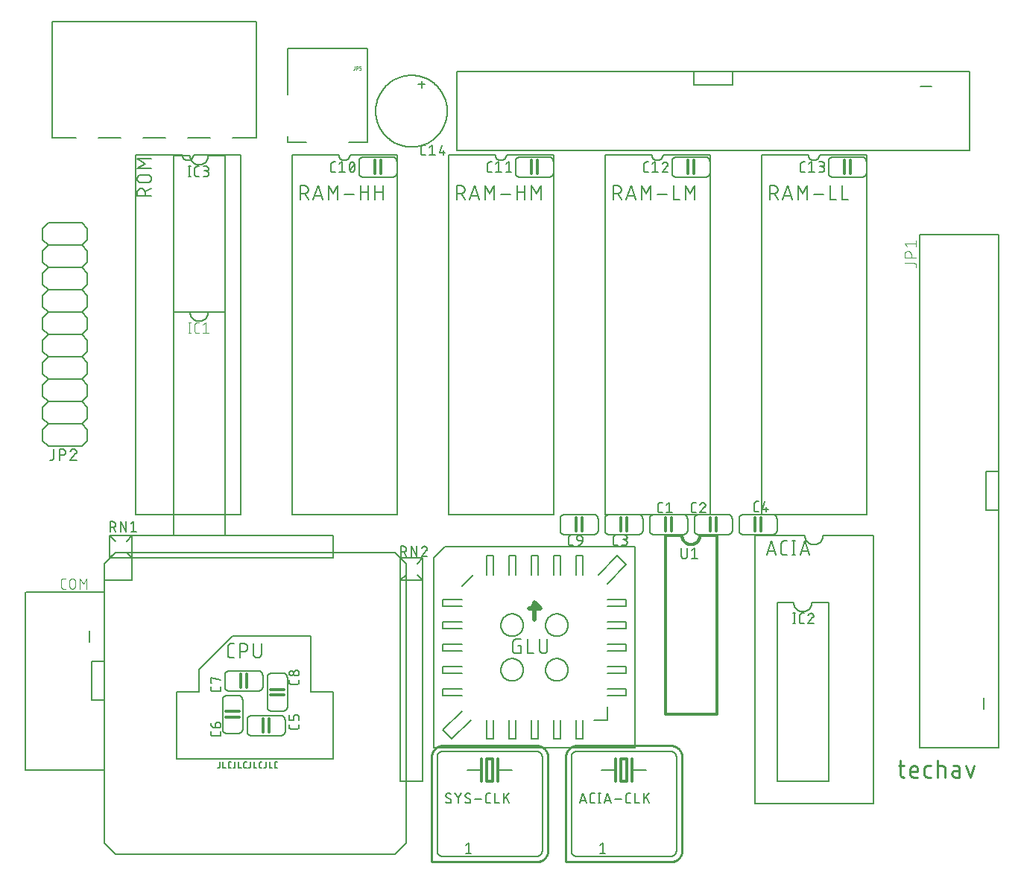
<source format=gbr>
G04 EAGLE Gerber RS-274X export*
G75*
%MOMM*%
%FSLAX34Y34*%
%LPD*%
%INSilkscreen Top*%
%IPPOS*%
%AMOC8*
5,1,8,0,0,1.08239X$1,22.5*%
G01*
%ADD10C,0.254000*%
%ADD11C,0.152400*%
%ADD12C,0.177800*%
%ADD13C,0.508000*%
%ADD14C,0.304800*%
%ADD15C,0.127000*%
%ADD16C,0.203200*%
%ADD17C,0.101600*%
%ADD18C,0.025400*%


D10*
X972400Y93895D02*
X978835Y93895D01*
X974545Y100330D02*
X974545Y84243D01*
X974546Y84243D02*
X974548Y84131D01*
X974554Y84019D01*
X974564Y83907D01*
X974577Y83795D01*
X974595Y83684D01*
X974616Y83574D01*
X974642Y83465D01*
X974671Y83356D01*
X974703Y83249D01*
X974740Y83143D01*
X974780Y83038D01*
X974824Y82935D01*
X974872Y82833D01*
X974923Y82733D01*
X974977Y82634D01*
X975035Y82538D01*
X975096Y82444D01*
X975160Y82352D01*
X975228Y82262D01*
X975299Y82175D01*
X975372Y82090D01*
X975449Y82008D01*
X975528Y81929D01*
X975610Y81852D01*
X975695Y81779D01*
X975782Y81708D01*
X975872Y81640D01*
X975964Y81576D01*
X976058Y81515D01*
X976155Y81457D01*
X976253Y81403D01*
X976353Y81352D01*
X976455Y81304D01*
X976558Y81260D01*
X976663Y81220D01*
X976769Y81183D01*
X976876Y81151D01*
X976985Y81122D01*
X977094Y81096D01*
X977204Y81075D01*
X977315Y81057D01*
X977427Y81044D01*
X977539Y81034D01*
X977651Y81028D01*
X977763Y81026D01*
X978835Y81026D01*
X988900Y81026D02*
X994262Y81026D01*
X988900Y81026D02*
X988788Y81028D01*
X988676Y81034D01*
X988564Y81044D01*
X988452Y81057D01*
X988341Y81075D01*
X988231Y81096D01*
X988122Y81122D01*
X988013Y81151D01*
X987906Y81183D01*
X987800Y81220D01*
X987695Y81260D01*
X987592Y81304D01*
X987490Y81352D01*
X987390Y81403D01*
X987292Y81457D01*
X987195Y81515D01*
X987101Y81576D01*
X987009Y81640D01*
X986919Y81708D01*
X986832Y81779D01*
X986747Y81852D01*
X986665Y81929D01*
X986586Y82008D01*
X986509Y82090D01*
X986436Y82175D01*
X986365Y82262D01*
X986297Y82352D01*
X986233Y82444D01*
X986172Y82538D01*
X986114Y82635D01*
X986060Y82733D01*
X986009Y82833D01*
X985961Y82935D01*
X985917Y83038D01*
X985877Y83143D01*
X985840Y83249D01*
X985808Y83356D01*
X985779Y83465D01*
X985753Y83574D01*
X985732Y83684D01*
X985714Y83795D01*
X985701Y83907D01*
X985691Y84019D01*
X985685Y84131D01*
X985683Y84243D01*
X985682Y84243D02*
X985682Y89606D01*
X985684Y89736D01*
X985690Y89865D01*
X985700Y89994D01*
X985713Y90123D01*
X985731Y90251D01*
X985752Y90379D01*
X985778Y90506D01*
X985807Y90633D01*
X985840Y90758D01*
X985876Y90882D01*
X985917Y91005D01*
X985961Y91127D01*
X986009Y91248D01*
X986060Y91367D01*
X986115Y91484D01*
X986173Y91600D01*
X986235Y91713D01*
X986301Y91825D01*
X986369Y91935D01*
X986441Y92043D01*
X986517Y92149D01*
X986595Y92252D01*
X986676Y92353D01*
X986761Y92451D01*
X986848Y92546D01*
X986939Y92639D01*
X987032Y92730D01*
X987127Y92817D01*
X987225Y92902D01*
X987326Y92983D01*
X987429Y93061D01*
X987535Y93137D01*
X987643Y93209D01*
X987753Y93277D01*
X987865Y93343D01*
X987978Y93405D01*
X988094Y93463D01*
X988211Y93518D01*
X988330Y93569D01*
X988451Y93617D01*
X988573Y93661D01*
X988696Y93702D01*
X988820Y93738D01*
X988945Y93771D01*
X989072Y93800D01*
X989199Y93826D01*
X989327Y93847D01*
X989455Y93865D01*
X989584Y93878D01*
X989713Y93888D01*
X989842Y93894D01*
X989972Y93896D01*
X990102Y93894D01*
X990231Y93888D01*
X990360Y93878D01*
X990489Y93865D01*
X990617Y93847D01*
X990745Y93826D01*
X990872Y93800D01*
X990999Y93771D01*
X991124Y93738D01*
X991248Y93702D01*
X991371Y93661D01*
X991493Y93617D01*
X991614Y93569D01*
X991733Y93518D01*
X991850Y93463D01*
X991966Y93405D01*
X992079Y93343D01*
X992191Y93277D01*
X992301Y93209D01*
X992409Y93137D01*
X992515Y93061D01*
X992618Y92983D01*
X992719Y92902D01*
X992817Y92817D01*
X992912Y92730D01*
X993005Y92639D01*
X993096Y92546D01*
X993183Y92451D01*
X993268Y92353D01*
X993349Y92252D01*
X993427Y92149D01*
X993503Y92043D01*
X993575Y91935D01*
X993643Y91825D01*
X993709Y91713D01*
X993771Y91600D01*
X993829Y91484D01*
X993884Y91367D01*
X993935Y91248D01*
X993983Y91127D01*
X994027Y91005D01*
X994068Y90882D01*
X994104Y90758D01*
X994137Y90633D01*
X994166Y90506D01*
X994192Y90379D01*
X994213Y90251D01*
X994231Y90123D01*
X994244Y89994D01*
X994254Y89865D01*
X994260Y89736D01*
X994262Y89606D01*
X994262Y87461D01*
X985682Y87461D01*
X1004989Y81026D02*
X1009279Y81026D01*
X1004989Y81026D02*
X1004877Y81028D01*
X1004765Y81034D01*
X1004653Y81044D01*
X1004541Y81057D01*
X1004430Y81075D01*
X1004320Y81096D01*
X1004211Y81122D01*
X1004102Y81151D01*
X1003995Y81183D01*
X1003889Y81220D01*
X1003784Y81260D01*
X1003681Y81304D01*
X1003579Y81352D01*
X1003479Y81403D01*
X1003381Y81457D01*
X1003284Y81515D01*
X1003190Y81576D01*
X1003098Y81640D01*
X1003008Y81708D01*
X1002921Y81779D01*
X1002836Y81852D01*
X1002754Y81929D01*
X1002675Y82008D01*
X1002598Y82090D01*
X1002525Y82175D01*
X1002454Y82262D01*
X1002386Y82352D01*
X1002322Y82444D01*
X1002261Y82538D01*
X1002203Y82635D01*
X1002149Y82733D01*
X1002098Y82833D01*
X1002050Y82935D01*
X1002006Y83038D01*
X1001966Y83143D01*
X1001929Y83249D01*
X1001897Y83356D01*
X1001868Y83465D01*
X1001842Y83574D01*
X1001821Y83684D01*
X1001803Y83795D01*
X1001790Y83907D01*
X1001780Y84019D01*
X1001774Y84131D01*
X1001772Y84243D01*
X1001772Y90678D01*
X1001774Y90790D01*
X1001780Y90902D01*
X1001790Y91014D01*
X1001803Y91126D01*
X1001821Y91237D01*
X1001842Y91347D01*
X1001868Y91456D01*
X1001897Y91565D01*
X1001929Y91672D01*
X1001966Y91778D01*
X1002006Y91883D01*
X1002050Y91986D01*
X1002098Y92088D01*
X1002149Y92188D01*
X1002203Y92287D01*
X1002261Y92383D01*
X1002322Y92477D01*
X1002386Y92569D01*
X1002454Y92659D01*
X1002525Y92746D01*
X1002598Y92831D01*
X1002675Y92913D01*
X1002754Y92992D01*
X1002836Y93069D01*
X1002921Y93142D01*
X1003008Y93213D01*
X1003098Y93281D01*
X1003190Y93345D01*
X1003284Y93406D01*
X1003381Y93464D01*
X1003479Y93518D01*
X1003579Y93569D01*
X1003681Y93617D01*
X1003784Y93661D01*
X1003889Y93701D01*
X1003995Y93738D01*
X1004102Y93770D01*
X1004211Y93799D01*
X1004320Y93825D01*
X1004430Y93846D01*
X1004541Y93864D01*
X1004653Y93877D01*
X1004765Y93887D01*
X1004877Y93893D01*
X1004989Y93895D01*
X1009279Y93895D01*
X1016579Y100330D02*
X1016579Y81026D01*
X1016579Y93895D02*
X1021942Y93895D01*
X1022054Y93893D01*
X1022166Y93887D01*
X1022278Y93877D01*
X1022390Y93864D01*
X1022501Y93846D01*
X1022611Y93825D01*
X1022720Y93799D01*
X1022829Y93770D01*
X1022936Y93738D01*
X1023042Y93701D01*
X1023147Y93661D01*
X1023250Y93617D01*
X1023352Y93569D01*
X1023452Y93518D01*
X1023551Y93464D01*
X1023647Y93406D01*
X1023741Y93345D01*
X1023833Y93281D01*
X1023923Y93213D01*
X1024010Y93142D01*
X1024095Y93069D01*
X1024177Y92992D01*
X1024256Y92913D01*
X1024333Y92831D01*
X1024406Y92746D01*
X1024477Y92659D01*
X1024545Y92569D01*
X1024609Y92477D01*
X1024670Y92383D01*
X1024728Y92287D01*
X1024782Y92188D01*
X1024833Y92088D01*
X1024881Y91986D01*
X1024925Y91883D01*
X1024965Y91778D01*
X1025002Y91672D01*
X1025034Y91565D01*
X1025063Y91456D01*
X1025089Y91347D01*
X1025110Y91237D01*
X1025128Y91126D01*
X1025141Y91014D01*
X1025151Y90902D01*
X1025157Y90790D01*
X1025159Y90678D01*
X1025159Y81026D01*
X1036930Y88533D02*
X1041756Y88533D01*
X1036930Y88534D02*
X1036808Y88532D01*
X1036687Y88526D01*
X1036566Y88516D01*
X1036445Y88503D01*
X1036325Y88485D01*
X1036205Y88463D01*
X1036086Y88438D01*
X1035968Y88409D01*
X1035851Y88376D01*
X1035735Y88339D01*
X1035621Y88298D01*
X1035507Y88254D01*
X1035396Y88206D01*
X1035286Y88155D01*
X1035177Y88100D01*
X1035071Y88041D01*
X1034966Y87979D01*
X1034863Y87914D01*
X1034763Y87845D01*
X1034665Y87774D01*
X1034569Y87699D01*
X1034476Y87621D01*
X1034385Y87540D01*
X1034297Y87456D01*
X1034212Y87369D01*
X1034129Y87280D01*
X1034050Y87188D01*
X1033973Y87093D01*
X1033900Y86996D01*
X1033830Y86897D01*
X1033763Y86796D01*
X1033699Y86692D01*
X1033639Y86586D01*
X1033582Y86479D01*
X1033529Y86370D01*
X1033479Y86259D01*
X1033433Y86146D01*
X1033391Y86032D01*
X1033352Y85917D01*
X1033317Y85800D01*
X1033286Y85683D01*
X1033259Y85564D01*
X1033235Y85445D01*
X1033216Y85325D01*
X1033200Y85205D01*
X1033188Y85084D01*
X1033180Y84962D01*
X1033176Y84841D01*
X1033176Y84719D01*
X1033180Y84598D01*
X1033188Y84476D01*
X1033200Y84355D01*
X1033216Y84235D01*
X1033235Y84115D01*
X1033259Y83996D01*
X1033286Y83877D01*
X1033317Y83760D01*
X1033352Y83643D01*
X1033391Y83528D01*
X1033433Y83414D01*
X1033479Y83301D01*
X1033529Y83190D01*
X1033582Y83081D01*
X1033639Y82974D01*
X1033699Y82868D01*
X1033763Y82764D01*
X1033830Y82663D01*
X1033900Y82564D01*
X1033973Y82467D01*
X1034050Y82372D01*
X1034129Y82280D01*
X1034212Y82191D01*
X1034297Y82104D01*
X1034385Y82020D01*
X1034476Y81939D01*
X1034569Y81861D01*
X1034665Y81786D01*
X1034763Y81715D01*
X1034863Y81646D01*
X1034966Y81581D01*
X1035071Y81519D01*
X1035177Y81460D01*
X1035286Y81405D01*
X1035396Y81354D01*
X1035507Y81306D01*
X1035621Y81262D01*
X1035735Y81221D01*
X1035851Y81184D01*
X1035968Y81151D01*
X1036086Y81122D01*
X1036205Y81097D01*
X1036325Y81075D01*
X1036445Y81057D01*
X1036566Y81044D01*
X1036687Y81034D01*
X1036808Y81028D01*
X1036930Y81026D01*
X1041756Y81026D01*
X1041756Y90678D01*
X1041754Y90790D01*
X1041748Y90902D01*
X1041738Y91014D01*
X1041725Y91126D01*
X1041707Y91237D01*
X1041686Y91347D01*
X1041660Y91456D01*
X1041631Y91565D01*
X1041599Y91672D01*
X1041562Y91778D01*
X1041522Y91883D01*
X1041478Y91986D01*
X1041430Y92088D01*
X1041379Y92188D01*
X1041325Y92287D01*
X1041267Y92383D01*
X1041206Y92477D01*
X1041142Y92569D01*
X1041074Y92659D01*
X1041003Y92746D01*
X1040930Y92831D01*
X1040853Y92913D01*
X1040774Y92992D01*
X1040692Y93069D01*
X1040607Y93142D01*
X1040520Y93213D01*
X1040430Y93281D01*
X1040338Y93345D01*
X1040244Y93406D01*
X1040148Y93464D01*
X1040049Y93518D01*
X1039949Y93569D01*
X1039847Y93617D01*
X1039744Y93661D01*
X1039639Y93701D01*
X1039533Y93738D01*
X1039426Y93770D01*
X1039317Y93799D01*
X1039208Y93825D01*
X1039098Y93846D01*
X1038987Y93864D01*
X1038875Y93877D01*
X1038763Y93887D01*
X1038651Y93893D01*
X1038539Y93895D01*
X1034249Y93895D01*
X1049330Y93895D02*
X1053620Y81026D01*
X1057910Y93895D01*
D11*
X201083Y93162D02*
X201083Y98298D01*
X201084Y93162D02*
X201082Y93088D01*
X201076Y93013D01*
X201067Y92940D01*
X201054Y92866D01*
X201037Y92794D01*
X201017Y92723D01*
X200993Y92652D01*
X200965Y92583D01*
X200934Y92515D01*
X200900Y92450D01*
X200862Y92385D01*
X200821Y92323D01*
X200777Y92263D01*
X200730Y92206D01*
X200680Y92151D01*
X200627Y92098D01*
X200572Y92048D01*
X200515Y92001D01*
X200455Y91957D01*
X200393Y91916D01*
X200328Y91878D01*
X200262Y91844D01*
X200195Y91813D01*
X200126Y91785D01*
X200055Y91761D01*
X199984Y91741D01*
X199911Y91724D01*
X199838Y91711D01*
X199764Y91702D01*
X199690Y91696D01*
X199616Y91694D01*
X198882Y91694D01*
X205192Y91694D02*
X205192Y98298D01*
X205192Y91694D02*
X208127Y91694D01*
X212696Y91694D02*
X214163Y91694D01*
X212696Y91694D02*
X212622Y91696D01*
X212547Y91702D01*
X212474Y91711D01*
X212400Y91724D01*
X212328Y91741D01*
X212257Y91761D01*
X212186Y91785D01*
X212117Y91813D01*
X212050Y91844D01*
X211984Y91878D01*
X211919Y91916D01*
X211857Y91957D01*
X211797Y92001D01*
X211740Y92048D01*
X211685Y92098D01*
X211632Y92151D01*
X211582Y92206D01*
X211535Y92263D01*
X211491Y92323D01*
X211450Y92385D01*
X211412Y92450D01*
X211378Y92516D01*
X211347Y92583D01*
X211319Y92652D01*
X211295Y92723D01*
X211275Y92794D01*
X211258Y92866D01*
X211245Y92940D01*
X211236Y93013D01*
X211230Y93088D01*
X211228Y93162D01*
X211228Y96830D01*
X211230Y96904D01*
X211236Y96979D01*
X211245Y97052D01*
X211258Y97126D01*
X211275Y97198D01*
X211295Y97269D01*
X211319Y97340D01*
X211347Y97409D01*
X211378Y97476D01*
X211412Y97542D01*
X211450Y97607D01*
X211491Y97669D01*
X211535Y97729D01*
X211582Y97786D01*
X211632Y97841D01*
X211685Y97894D01*
X211740Y97944D01*
X211797Y97991D01*
X211857Y98035D01*
X211919Y98076D01*
X211984Y98114D01*
X212049Y98148D01*
X212117Y98179D01*
X212186Y98207D01*
X212257Y98231D01*
X212328Y98251D01*
X212400Y98268D01*
X212474Y98281D01*
X212547Y98290D01*
X212622Y98296D01*
X212696Y98298D01*
X214163Y98298D01*
X218640Y98298D02*
X218640Y93162D01*
X218638Y93088D01*
X218632Y93013D01*
X218623Y92940D01*
X218610Y92866D01*
X218593Y92794D01*
X218573Y92723D01*
X218549Y92652D01*
X218521Y92583D01*
X218490Y92515D01*
X218456Y92450D01*
X218418Y92385D01*
X218377Y92323D01*
X218333Y92263D01*
X218286Y92206D01*
X218236Y92151D01*
X218183Y92098D01*
X218128Y92048D01*
X218071Y92001D01*
X218011Y91957D01*
X217949Y91916D01*
X217884Y91878D01*
X217818Y91844D01*
X217751Y91813D01*
X217682Y91785D01*
X217611Y91761D01*
X217540Y91741D01*
X217467Y91724D01*
X217394Y91711D01*
X217320Y91702D01*
X217246Y91696D01*
X217172Y91694D01*
X216438Y91694D01*
X222748Y91694D02*
X222748Y98298D01*
X222748Y91694D02*
X225683Y91694D01*
X230252Y91694D02*
X231719Y91694D01*
X230252Y91694D02*
X230178Y91696D01*
X230103Y91702D01*
X230030Y91711D01*
X229956Y91724D01*
X229884Y91741D01*
X229813Y91761D01*
X229742Y91785D01*
X229673Y91813D01*
X229606Y91844D01*
X229540Y91878D01*
X229475Y91916D01*
X229413Y91957D01*
X229353Y92001D01*
X229296Y92048D01*
X229241Y92098D01*
X229188Y92151D01*
X229138Y92206D01*
X229091Y92263D01*
X229047Y92323D01*
X229006Y92385D01*
X228968Y92450D01*
X228934Y92516D01*
X228903Y92583D01*
X228875Y92652D01*
X228851Y92723D01*
X228831Y92794D01*
X228814Y92866D01*
X228801Y92940D01*
X228792Y93013D01*
X228786Y93088D01*
X228784Y93162D01*
X228784Y96830D01*
X228786Y96904D01*
X228792Y96979D01*
X228801Y97052D01*
X228814Y97126D01*
X228831Y97198D01*
X228851Y97269D01*
X228875Y97340D01*
X228903Y97409D01*
X228934Y97476D01*
X228968Y97542D01*
X229006Y97607D01*
X229047Y97669D01*
X229091Y97729D01*
X229138Y97786D01*
X229188Y97841D01*
X229241Y97894D01*
X229296Y97944D01*
X229353Y97991D01*
X229413Y98035D01*
X229475Y98076D01*
X229540Y98114D01*
X229605Y98148D01*
X229673Y98179D01*
X229742Y98207D01*
X229813Y98231D01*
X229884Y98251D01*
X229956Y98268D01*
X230030Y98281D01*
X230103Y98290D01*
X230178Y98296D01*
X230252Y98298D01*
X231719Y98298D01*
X236196Y98298D02*
X236196Y93162D01*
X236197Y93162D02*
X236195Y93088D01*
X236189Y93013D01*
X236180Y92940D01*
X236167Y92866D01*
X236150Y92794D01*
X236130Y92723D01*
X236106Y92652D01*
X236078Y92583D01*
X236047Y92515D01*
X236013Y92450D01*
X235975Y92385D01*
X235934Y92323D01*
X235890Y92263D01*
X235843Y92206D01*
X235793Y92151D01*
X235740Y92098D01*
X235685Y92048D01*
X235628Y92001D01*
X235568Y91957D01*
X235506Y91916D01*
X235441Y91878D01*
X235375Y91844D01*
X235308Y91813D01*
X235239Y91785D01*
X235168Y91761D01*
X235097Y91741D01*
X235024Y91724D01*
X234951Y91711D01*
X234877Y91702D01*
X234803Y91696D01*
X234729Y91694D01*
X233995Y91694D01*
X240304Y91694D02*
X240304Y98298D01*
X240304Y91694D02*
X243240Y91694D01*
X247808Y91694D02*
X249276Y91694D01*
X247808Y91694D02*
X247734Y91696D01*
X247659Y91702D01*
X247586Y91711D01*
X247512Y91724D01*
X247440Y91741D01*
X247369Y91761D01*
X247298Y91785D01*
X247229Y91813D01*
X247162Y91844D01*
X247096Y91878D01*
X247031Y91916D01*
X246969Y91957D01*
X246909Y92001D01*
X246852Y92048D01*
X246797Y92098D01*
X246744Y92151D01*
X246694Y92206D01*
X246647Y92263D01*
X246603Y92323D01*
X246562Y92385D01*
X246524Y92450D01*
X246490Y92516D01*
X246459Y92583D01*
X246431Y92652D01*
X246407Y92723D01*
X246387Y92794D01*
X246370Y92866D01*
X246357Y92940D01*
X246348Y93013D01*
X246342Y93088D01*
X246340Y93162D01*
X246341Y93162D02*
X246341Y96830D01*
X246340Y96830D02*
X246342Y96904D01*
X246348Y96979D01*
X246357Y97052D01*
X246370Y97126D01*
X246387Y97198D01*
X246407Y97269D01*
X246431Y97340D01*
X246459Y97409D01*
X246490Y97476D01*
X246524Y97542D01*
X246562Y97607D01*
X246603Y97669D01*
X246647Y97729D01*
X246694Y97786D01*
X246744Y97841D01*
X246797Y97894D01*
X246852Y97944D01*
X246909Y97991D01*
X246969Y98035D01*
X247031Y98076D01*
X247096Y98114D01*
X247161Y98148D01*
X247229Y98179D01*
X247298Y98207D01*
X247369Y98231D01*
X247440Y98251D01*
X247512Y98268D01*
X247586Y98281D01*
X247659Y98290D01*
X247734Y98296D01*
X247808Y98298D01*
X249276Y98298D01*
X253752Y98298D02*
X253752Y93162D01*
X253753Y93162D02*
X253751Y93088D01*
X253745Y93013D01*
X253736Y92940D01*
X253723Y92866D01*
X253706Y92794D01*
X253686Y92723D01*
X253662Y92652D01*
X253634Y92583D01*
X253603Y92515D01*
X253569Y92450D01*
X253531Y92385D01*
X253490Y92323D01*
X253446Y92263D01*
X253399Y92206D01*
X253349Y92151D01*
X253296Y92098D01*
X253241Y92048D01*
X253184Y92001D01*
X253124Y91957D01*
X253062Y91916D01*
X252997Y91878D01*
X252931Y91844D01*
X252864Y91813D01*
X252795Y91785D01*
X252724Y91761D01*
X252653Y91741D01*
X252580Y91724D01*
X252507Y91711D01*
X252433Y91702D01*
X252359Y91696D01*
X252285Y91694D01*
X251551Y91694D01*
X257861Y91694D02*
X257861Y98298D01*
X257861Y91694D02*
X260796Y91694D01*
X265365Y91694D02*
X266832Y91694D01*
X265365Y91694D02*
X265291Y91696D01*
X265216Y91702D01*
X265143Y91711D01*
X265069Y91724D01*
X264997Y91741D01*
X264926Y91761D01*
X264855Y91785D01*
X264786Y91813D01*
X264719Y91844D01*
X264653Y91878D01*
X264588Y91916D01*
X264526Y91957D01*
X264466Y92001D01*
X264409Y92048D01*
X264354Y92098D01*
X264301Y92151D01*
X264251Y92206D01*
X264204Y92263D01*
X264160Y92323D01*
X264119Y92385D01*
X264081Y92450D01*
X264047Y92516D01*
X264016Y92583D01*
X263988Y92652D01*
X263964Y92723D01*
X263944Y92794D01*
X263927Y92866D01*
X263914Y92940D01*
X263905Y93013D01*
X263899Y93088D01*
X263897Y93162D01*
X263897Y96830D01*
X263899Y96904D01*
X263905Y96979D01*
X263914Y97052D01*
X263927Y97126D01*
X263944Y97198D01*
X263964Y97269D01*
X263988Y97340D01*
X264016Y97409D01*
X264047Y97476D01*
X264081Y97542D01*
X264119Y97607D01*
X264160Y97669D01*
X264204Y97729D01*
X264251Y97786D01*
X264301Y97841D01*
X264354Y97894D01*
X264409Y97944D01*
X264466Y97991D01*
X264526Y98035D01*
X264588Y98076D01*
X264653Y98114D01*
X264718Y98148D01*
X264786Y98179D01*
X264855Y98207D01*
X264926Y98231D01*
X264997Y98251D01*
X265069Y98268D01*
X265143Y98281D01*
X265216Y98290D01*
X265291Y98296D01*
X265365Y98298D01*
X266832Y98298D01*
X101600Y336550D02*
X82550Y336550D01*
X101600Y336550D02*
X400050Y336550D01*
X412750Y323850D01*
X412750Y6350D01*
X400050Y-6350D01*
X82550Y-6350D01*
X69850Y6350D01*
X69850Y304800D01*
X69850Y323850D01*
X82550Y336550D01*
X304800Y241300D02*
X304800Y177800D01*
X330200Y177800D01*
X330200Y101600D01*
X152400Y101600D01*
X152400Y177800D01*
X177800Y177800D01*
X177800Y203200D01*
X215900Y241300D01*
X304800Y241300D01*
X101600Y304800D02*
X69850Y304800D01*
X101600Y304800D02*
X101600Y336550D01*
D12*
X213995Y216789D02*
X217551Y216789D01*
X213995Y216789D02*
X213879Y216791D01*
X213762Y216797D01*
X213646Y216806D01*
X213531Y216819D01*
X213416Y216836D01*
X213301Y216857D01*
X213188Y216882D01*
X213075Y216910D01*
X212963Y216942D01*
X212852Y216978D01*
X212742Y217017D01*
X212634Y217060D01*
X212527Y217106D01*
X212422Y217156D01*
X212319Y217209D01*
X212217Y217265D01*
X212117Y217325D01*
X212019Y217388D01*
X211924Y217455D01*
X211830Y217524D01*
X211739Y217596D01*
X211650Y217671D01*
X211564Y217750D01*
X211481Y217831D01*
X211400Y217914D01*
X211321Y218000D01*
X211246Y218089D01*
X211174Y218180D01*
X211105Y218274D01*
X211038Y218369D01*
X210975Y218467D01*
X210915Y218567D01*
X210859Y218669D01*
X210806Y218772D01*
X210756Y218877D01*
X210710Y218984D01*
X210667Y219092D01*
X210628Y219202D01*
X210592Y219313D01*
X210560Y219425D01*
X210532Y219538D01*
X210507Y219651D01*
X210486Y219766D01*
X210469Y219881D01*
X210456Y219996D01*
X210447Y220112D01*
X210441Y220229D01*
X210439Y220345D01*
X210439Y229235D01*
X210441Y229351D01*
X210447Y229468D01*
X210456Y229584D01*
X210469Y229699D01*
X210486Y229814D01*
X210507Y229929D01*
X210532Y230042D01*
X210560Y230155D01*
X210592Y230267D01*
X210628Y230378D01*
X210667Y230488D01*
X210710Y230596D01*
X210756Y230703D01*
X210806Y230808D01*
X210859Y230911D01*
X210915Y231013D01*
X210975Y231113D01*
X211038Y231211D01*
X211105Y231306D01*
X211174Y231400D01*
X211246Y231491D01*
X211321Y231580D01*
X211400Y231666D01*
X211481Y231749D01*
X211564Y231830D01*
X211650Y231909D01*
X211739Y231984D01*
X211830Y232056D01*
X211924Y232125D01*
X212019Y232192D01*
X212117Y232255D01*
X212217Y232315D01*
X212319Y232371D01*
X212422Y232424D01*
X212527Y232474D01*
X212634Y232520D01*
X212742Y232563D01*
X212852Y232602D01*
X212963Y232638D01*
X213075Y232670D01*
X213188Y232698D01*
X213301Y232723D01*
X213416Y232744D01*
X213531Y232761D01*
X213646Y232774D01*
X213762Y232783D01*
X213879Y232789D01*
X213995Y232791D01*
X217551Y232791D01*
X224262Y232791D02*
X224262Y216789D01*
X224262Y232791D02*
X228707Y232791D01*
X228839Y232789D01*
X228970Y232783D01*
X229102Y232773D01*
X229233Y232760D01*
X229363Y232742D01*
X229493Y232721D01*
X229623Y232696D01*
X229751Y232667D01*
X229879Y232634D01*
X230005Y232597D01*
X230131Y232557D01*
X230255Y232513D01*
X230378Y232465D01*
X230499Y232414D01*
X230619Y232359D01*
X230737Y232301D01*
X230853Y232239D01*
X230967Y232173D01*
X231080Y232105D01*
X231190Y232033D01*
X231298Y231958D01*
X231404Y231879D01*
X231508Y231798D01*
X231609Y231713D01*
X231707Y231626D01*
X231803Y231535D01*
X231896Y231442D01*
X231987Y231346D01*
X232074Y231248D01*
X232159Y231147D01*
X232240Y231043D01*
X232319Y230937D01*
X232394Y230829D01*
X232466Y230719D01*
X232534Y230606D01*
X232600Y230492D01*
X232662Y230376D01*
X232720Y230258D01*
X232775Y230138D01*
X232826Y230017D01*
X232874Y229894D01*
X232918Y229770D01*
X232958Y229644D01*
X232995Y229518D01*
X233028Y229390D01*
X233057Y229262D01*
X233082Y229132D01*
X233103Y229002D01*
X233121Y228872D01*
X233134Y228741D01*
X233144Y228609D01*
X233150Y228478D01*
X233152Y228346D01*
X233150Y228214D01*
X233144Y228083D01*
X233134Y227951D01*
X233121Y227820D01*
X233103Y227690D01*
X233082Y227560D01*
X233057Y227430D01*
X233028Y227302D01*
X232995Y227174D01*
X232958Y227048D01*
X232918Y226922D01*
X232874Y226798D01*
X232826Y226675D01*
X232775Y226554D01*
X232720Y226434D01*
X232662Y226316D01*
X232600Y226200D01*
X232534Y226086D01*
X232466Y225973D01*
X232394Y225863D01*
X232319Y225755D01*
X232240Y225649D01*
X232159Y225545D01*
X232074Y225444D01*
X231987Y225346D01*
X231896Y225250D01*
X231803Y225157D01*
X231707Y225066D01*
X231609Y224979D01*
X231508Y224894D01*
X231404Y224813D01*
X231298Y224734D01*
X231190Y224659D01*
X231080Y224587D01*
X230967Y224519D01*
X230853Y224453D01*
X230737Y224391D01*
X230619Y224333D01*
X230499Y224278D01*
X230378Y224227D01*
X230255Y224179D01*
X230131Y224135D01*
X230005Y224095D01*
X229879Y224058D01*
X229751Y224025D01*
X229623Y223996D01*
X229493Y223971D01*
X229363Y223950D01*
X229233Y223932D01*
X229102Y223919D01*
X228970Y223909D01*
X228839Y223903D01*
X228707Y223901D01*
X224262Y223901D01*
X239661Y221234D02*
X239661Y232791D01*
X239661Y221234D02*
X239663Y221102D01*
X239669Y220971D01*
X239679Y220839D01*
X239692Y220708D01*
X239710Y220578D01*
X239731Y220448D01*
X239756Y220318D01*
X239785Y220190D01*
X239818Y220062D01*
X239855Y219936D01*
X239895Y219810D01*
X239939Y219686D01*
X239987Y219563D01*
X240038Y219442D01*
X240093Y219322D01*
X240151Y219204D01*
X240213Y219088D01*
X240279Y218974D01*
X240347Y218861D01*
X240419Y218751D01*
X240494Y218643D01*
X240573Y218537D01*
X240654Y218433D01*
X240739Y218332D01*
X240826Y218234D01*
X240917Y218138D01*
X241010Y218045D01*
X241106Y217954D01*
X241204Y217867D01*
X241305Y217782D01*
X241409Y217701D01*
X241515Y217622D01*
X241623Y217547D01*
X241733Y217475D01*
X241846Y217407D01*
X241960Y217341D01*
X242076Y217279D01*
X242194Y217221D01*
X242314Y217166D01*
X242435Y217115D01*
X242558Y217067D01*
X242682Y217023D01*
X242808Y216983D01*
X242934Y216946D01*
X243062Y216913D01*
X243190Y216884D01*
X243320Y216859D01*
X243450Y216838D01*
X243580Y216820D01*
X243711Y216807D01*
X243843Y216797D01*
X243974Y216791D01*
X244106Y216789D01*
X244238Y216791D01*
X244369Y216797D01*
X244501Y216807D01*
X244632Y216820D01*
X244762Y216838D01*
X244892Y216859D01*
X245022Y216884D01*
X245150Y216913D01*
X245278Y216946D01*
X245404Y216983D01*
X245530Y217023D01*
X245654Y217067D01*
X245777Y217115D01*
X245898Y217166D01*
X246018Y217221D01*
X246136Y217279D01*
X246252Y217341D01*
X246366Y217407D01*
X246479Y217475D01*
X246589Y217547D01*
X246697Y217622D01*
X246803Y217701D01*
X246907Y217782D01*
X247008Y217867D01*
X247106Y217954D01*
X247202Y218045D01*
X247295Y218138D01*
X247386Y218234D01*
X247473Y218332D01*
X247558Y218433D01*
X247639Y218537D01*
X247718Y218643D01*
X247793Y218751D01*
X247865Y218861D01*
X247933Y218974D01*
X247999Y219088D01*
X248061Y219204D01*
X248119Y219322D01*
X248174Y219442D01*
X248225Y219563D01*
X248273Y219686D01*
X248317Y219810D01*
X248357Y219936D01*
X248394Y220062D01*
X248427Y220190D01*
X248456Y220318D01*
X248481Y220448D01*
X248502Y220578D01*
X248520Y220708D01*
X248533Y220839D01*
X248543Y220971D01*
X248549Y221102D01*
X248551Y221234D01*
X248551Y232791D01*
D11*
X457200Y342900D02*
X673100Y342900D01*
X457200Y342900D02*
X444500Y330200D01*
X444500Y114300D01*
X673100Y114300D01*
X673100Y342900D01*
X488950Y311150D02*
X476250Y298450D01*
X486410Y146050D02*
X464820Y124460D01*
X454660Y134620D01*
X476250Y156210D01*
X504190Y146050D02*
X504190Y124460D01*
X511810Y124460D01*
X511810Y146050D01*
X529590Y146050D02*
X529590Y124460D01*
X537210Y124460D01*
X537210Y146050D01*
X554990Y146050D02*
X554990Y124460D01*
X562610Y124460D01*
X562610Y146050D01*
X641350Y300990D02*
X662940Y322580D01*
X652780Y332740D01*
X631190Y311150D01*
X641350Y283210D02*
X662940Y283210D01*
X662940Y275590D01*
X641350Y275590D01*
X641350Y257810D02*
X662940Y257810D01*
X662940Y250190D01*
X641350Y250190D01*
X641350Y232410D02*
X662940Y232410D01*
X662940Y224790D01*
X641350Y224790D01*
X476250Y173990D02*
X454660Y173990D01*
X454660Y181610D01*
X476250Y181610D01*
X476250Y199390D02*
X454660Y199390D01*
X454660Y207010D01*
X476250Y207010D01*
X476250Y224790D02*
X454660Y224790D01*
X454660Y232410D01*
X476250Y232410D01*
X613410Y311150D02*
X613410Y332740D01*
X605790Y332740D01*
X605790Y311150D01*
X588010Y311150D02*
X588010Y332740D01*
X580390Y332740D01*
X580390Y311150D01*
X562610Y311150D02*
X562610Y332740D01*
X554990Y332740D01*
X554990Y311150D01*
D13*
X558800Y279400D02*
X558800Y260350D01*
X565150Y273050D02*
X558800Y279400D01*
X565150Y273050D02*
X552450Y273050D01*
D11*
X558800Y279400D01*
X537210Y311150D02*
X537210Y332740D01*
X529590Y332740D01*
X529590Y311150D01*
X511810Y311150D02*
X511810Y332740D01*
X504190Y332740D01*
X504190Y311150D01*
X580390Y146050D02*
X580390Y124460D01*
X588010Y124460D01*
X588010Y146050D01*
X605790Y146050D02*
X605790Y124460D01*
X613410Y124460D01*
X613410Y146050D01*
X476250Y283210D02*
X454660Y283210D01*
X454660Y275590D01*
X476250Y275590D01*
X476250Y257810D02*
X454660Y257810D01*
X454660Y250190D01*
X476250Y250190D01*
X641350Y173990D02*
X662940Y173990D01*
X662940Y181610D01*
X641350Y181610D01*
X641350Y199390D02*
X662940Y199390D01*
X662940Y207010D01*
X641350Y207010D01*
X641350Y146050D02*
X626110Y146050D01*
X641350Y146050D02*
X641350Y161290D01*
X520700Y254000D02*
X520704Y254312D01*
X520715Y254623D01*
X520734Y254934D01*
X520761Y255245D01*
X520796Y255555D01*
X520837Y255863D01*
X520887Y256171D01*
X520944Y256478D01*
X521009Y256783D01*
X521081Y257086D01*
X521160Y257387D01*
X521247Y257687D01*
X521341Y257984D01*
X521442Y258279D01*
X521551Y258571D01*
X521667Y258860D01*
X521790Y259147D01*
X521919Y259430D01*
X522056Y259710D01*
X522200Y259987D01*
X522350Y260260D01*
X522507Y260529D01*
X522670Y260794D01*
X522840Y261056D01*
X523017Y261313D01*
X523199Y261565D01*
X523388Y261813D01*
X523583Y262057D01*
X523783Y262295D01*
X523990Y262529D01*
X524202Y262757D01*
X524420Y262980D01*
X524643Y263198D01*
X524871Y263410D01*
X525105Y263617D01*
X525343Y263817D01*
X525587Y264012D01*
X525835Y264201D01*
X526087Y264383D01*
X526344Y264560D01*
X526606Y264730D01*
X526871Y264893D01*
X527140Y265050D01*
X527413Y265200D01*
X527690Y265344D01*
X527970Y265481D01*
X528253Y265610D01*
X528540Y265733D01*
X528829Y265849D01*
X529121Y265958D01*
X529416Y266059D01*
X529713Y266153D01*
X530013Y266240D01*
X530314Y266319D01*
X530617Y266391D01*
X530922Y266456D01*
X531229Y266513D01*
X531537Y266563D01*
X531845Y266604D01*
X532155Y266639D01*
X532466Y266666D01*
X532777Y266685D01*
X533088Y266696D01*
X533400Y266700D01*
X533712Y266696D01*
X534023Y266685D01*
X534334Y266666D01*
X534645Y266639D01*
X534955Y266604D01*
X535263Y266563D01*
X535571Y266513D01*
X535878Y266456D01*
X536183Y266391D01*
X536486Y266319D01*
X536787Y266240D01*
X537087Y266153D01*
X537384Y266059D01*
X537679Y265958D01*
X537971Y265849D01*
X538260Y265733D01*
X538547Y265610D01*
X538830Y265481D01*
X539110Y265344D01*
X539387Y265200D01*
X539660Y265050D01*
X539929Y264893D01*
X540194Y264730D01*
X540456Y264560D01*
X540713Y264383D01*
X540965Y264201D01*
X541213Y264012D01*
X541457Y263817D01*
X541695Y263617D01*
X541929Y263410D01*
X542157Y263198D01*
X542380Y262980D01*
X542598Y262757D01*
X542810Y262529D01*
X543017Y262295D01*
X543217Y262057D01*
X543412Y261813D01*
X543601Y261565D01*
X543783Y261313D01*
X543960Y261056D01*
X544130Y260794D01*
X544293Y260529D01*
X544450Y260260D01*
X544600Y259987D01*
X544744Y259710D01*
X544881Y259430D01*
X545010Y259147D01*
X545133Y258860D01*
X545249Y258571D01*
X545358Y258279D01*
X545459Y257984D01*
X545553Y257687D01*
X545640Y257387D01*
X545719Y257086D01*
X545791Y256783D01*
X545856Y256478D01*
X545913Y256171D01*
X545963Y255863D01*
X546004Y255555D01*
X546039Y255245D01*
X546066Y254934D01*
X546085Y254623D01*
X546096Y254312D01*
X546100Y254000D01*
X546096Y253688D01*
X546085Y253377D01*
X546066Y253066D01*
X546039Y252755D01*
X546004Y252445D01*
X545963Y252137D01*
X545913Y251829D01*
X545856Y251522D01*
X545791Y251217D01*
X545719Y250914D01*
X545640Y250613D01*
X545553Y250313D01*
X545459Y250016D01*
X545358Y249721D01*
X545249Y249429D01*
X545133Y249140D01*
X545010Y248853D01*
X544881Y248570D01*
X544744Y248290D01*
X544600Y248013D01*
X544450Y247740D01*
X544293Y247471D01*
X544130Y247206D01*
X543960Y246944D01*
X543783Y246687D01*
X543601Y246435D01*
X543412Y246187D01*
X543217Y245943D01*
X543017Y245705D01*
X542810Y245471D01*
X542598Y245243D01*
X542380Y245020D01*
X542157Y244802D01*
X541929Y244590D01*
X541695Y244383D01*
X541457Y244183D01*
X541213Y243988D01*
X540965Y243799D01*
X540713Y243617D01*
X540456Y243440D01*
X540194Y243270D01*
X539929Y243107D01*
X539660Y242950D01*
X539387Y242800D01*
X539110Y242656D01*
X538830Y242519D01*
X538547Y242390D01*
X538260Y242267D01*
X537971Y242151D01*
X537679Y242042D01*
X537384Y241941D01*
X537087Y241847D01*
X536787Y241760D01*
X536486Y241681D01*
X536183Y241609D01*
X535878Y241544D01*
X535571Y241487D01*
X535263Y241437D01*
X534955Y241396D01*
X534645Y241361D01*
X534334Y241334D01*
X534023Y241315D01*
X533712Y241304D01*
X533400Y241300D01*
X533088Y241304D01*
X532777Y241315D01*
X532466Y241334D01*
X532155Y241361D01*
X531845Y241396D01*
X531537Y241437D01*
X531229Y241487D01*
X530922Y241544D01*
X530617Y241609D01*
X530314Y241681D01*
X530013Y241760D01*
X529713Y241847D01*
X529416Y241941D01*
X529121Y242042D01*
X528829Y242151D01*
X528540Y242267D01*
X528253Y242390D01*
X527970Y242519D01*
X527690Y242656D01*
X527413Y242800D01*
X527140Y242950D01*
X526871Y243107D01*
X526606Y243270D01*
X526344Y243440D01*
X526087Y243617D01*
X525835Y243799D01*
X525587Y243988D01*
X525343Y244183D01*
X525105Y244383D01*
X524871Y244590D01*
X524643Y244802D01*
X524420Y245020D01*
X524202Y245243D01*
X523990Y245471D01*
X523783Y245705D01*
X523583Y245943D01*
X523388Y246187D01*
X523199Y246435D01*
X523017Y246687D01*
X522840Y246944D01*
X522670Y247206D01*
X522507Y247471D01*
X522350Y247740D01*
X522200Y248013D01*
X522056Y248290D01*
X521919Y248570D01*
X521790Y248853D01*
X521667Y249140D01*
X521551Y249429D01*
X521442Y249721D01*
X521341Y250016D01*
X521247Y250313D01*
X521160Y250613D01*
X521081Y250914D01*
X521009Y251217D01*
X520944Y251522D01*
X520887Y251829D01*
X520837Y252137D01*
X520796Y252445D01*
X520761Y252755D01*
X520734Y253066D01*
X520715Y253377D01*
X520704Y253688D01*
X520700Y254000D01*
X571500Y254000D02*
X571504Y254312D01*
X571515Y254623D01*
X571534Y254934D01*
X571561Y255245D01*
X571596Y255555D01*
X571637Y255863D01*
X571687Y256171D01*
X571744Y256478D01*
X571809Y256783D01*
X571881Y257086D01*
X571960Y257387D01*
X572047Y257687D01*
X572141Y257984D01*
X572242Y258279D01*
X572351Y258571D01*
X572467Y258860D01*
X572590Y259147D01*
X572719Y259430D01*
X572856Y259710D01*
X573000Y259987D01*
X573150Y260260D01*
X573307Y260529D01*
X573470Y260794D01*
X573640Y261056D01*
X573817Y261313D01*
X573999Y261565D01*
X574188Y261813D01*
X574383Y262057D01*
X574583Y262295D01*
X574790Y262529D01*
X575002Y262757D01*
X575220Y262980D01*
X575443Y263198D01*
X575671Y263410D01*
X575905Y263617D01*
X576143Y263817D01*
X576387Y264012D01*
X576635Y264201D01*
X576887Y264383D01*
X577144Y264560D01*
X577406Y264730D01*
X577671Y264893D01*
X577940Y265050D01*
X578213Y265200D01*
X578490Y265344D01*
X578770Y265481D01*
X579053Y265610D01*
X579340Y265733D01*
X579629Y265849D01*
X579921Y265958D01*
X580216Y266059D01*
X580513Y266153D01*
X580813Y266240D01*
X581114Y266319D01*
X581417Y266391D01*
X581722Y266456D01*
X582029Y266513D01*
X582337Y266563D01*
X582645Y266604D01*
X582955Y266639D01*
X583266Y266666D01*
X583577Y266685D01*
X583888Y266696D01*
X584200Y266700D01*
X584512Y266696D01*
X584823Y266685D01*
X585134Y266666D01*
X585445Y266639D01*
X585755Y266604D01*
X586063Y266563D01*
X586371Y266513D01*
X586678Y266456D01*
X586983Y266391D01*
X587286Y266319D01*
X587587Y266240D01*
X587887Y266153D01*
X588184Y266059D01*
X588479Y265958D01*
X588771Y265849D01*
X589060Y265733D01*
X589347Y265610D01*
X589630Y265481D01*
X589910Y265344D01*
X590187Y265200D01*
X590460Y265050D01*
X590729Y264893D01*
X590994Y264730D01*
X591256Y264560D01*
X591513Y264383D01*
X591765Y264201D01*
X592013Y264012D01*
X592257Y263817D01*
X592495Y263617D01*
X592729Y263410D01*
X592957Y263198D01*
X593180Y262980D01*
X593398Y262757D01*
X593610Y262529D01*
X593817Y262295D01*
X594017Y262057D01*
X594212Y261813D01*
X594401Y261565D01*
X594583Y261313D01*
X594760Y261056D01*
X594930Y260794D01*
X595093Y260529D01*
X595250Y260260D01*
X595400Y259987D01*
X595544Y259710D01*
X595681Y259430D01*
X595810Y259147D01*
X595933Y258860D01*
X596049Y258571D01*
X596158Y258279D01*
X596259Y257984D01*
X596353Y257687D01*
X596440Y257387D01*
X596519Y257086D01*
X596591Y256783D01*
X596656Y256478D01*
X596713Y256171D01*
X596763Y255863D01*
X596804Y255555D01*
X596839Y255245D01*
X596866Y254934D01*
X596885Y254623D01*
X596896Y254312D01*
X596900Y254000D01*
X596896Y253688D01*
X596885Y253377D01*
X596866Y253066D01*
X596839Y252755D01*
X596804Y252445D01*
X596763Y252137D01*
X596713Y251829D01*
X596656Y251522D01*
X596591Y251217D01*
X596519Y250914D01*
X596440Y250613D01*
X596353Y250313D01*
X596259Y250016D01*
X596158Y249721D01*
X596049Y249429D01*
X595933Y249140D01*
X595810Y248853D01*
X595681Y248570D01*
X595544Y248290D01*
X595400Y248013D01*
X595250Y247740D01*
X595093Y247471D01*
X594930Y247206D01*
X594760Y246944D01*
X594583Y246687D01*
X594401Y246435D01*
X594212Y246187D01*
X594017Y245943D01*
X593817Y245705D01*
X593610Y245471D01*
X593398Y245243D01*
X593180Y245020D01*
X592957Y244802D01*
X592729Y244590D01*
X592495Y244383D01*
X592257Y244183D01*
X592013Y243988D01*
X591765Y243799D01*
X591513Y243617D01*
X591256Y243440D01*
X590994Y243270D01*
X590729Y243107D01*
X590460Y242950D01*
X590187Y242800D01*
X589910Y242656D01*
X589630Y242519D01*
X589347Y242390D01*
X589060Y242267D01*
X588771Y242151D01*
X588479Y242042D01*
X588184Y241941D01*
X587887Y241847D01*
X587587Y241760D01*
X587286Y241681D01*
X586983Y241609D01*
X586678Y241544D01*
X586371Y241487D01*
X586063Y241437D01*
X585755Y241396D01*
X585445Y241361D01*
X585134Y241334D01*
X584823Y241315D01*
X584512Y241304D01*
X584200Y241300D01*
X583888Y241304D01*
X583577Y241315D01*
X583266Y241334D01*
X582955Y241361D01*
X582645Y241396D01*
X582337Y241437D01*
X582029Y241487D01*
X581722Y241544D01*
X581417Y241609D01*
X581114Y241681D01*
X580813Y241760D01*
X580513Y241847D01*
X580216Y241941D01*
X579921Y242042D01*
X579629Y242151D01*
X579340Y242267D01*
X579053Y242390D01*
X578770Y242519D01*
X578490Y242656D01*
X578213Y242800D01*
X577940Y242950D01*
X577671Y243107D01*
X577406Y243270D01*
X577144Y243440D01*
X576887Y243617D01*
X576635Y243799D01*
X576387Y243988D01*
X576143Y244183D01*
X575905Y244383D01*
X575671Y244590D01*
X575443Y244802D01*
X575220Y245020D01*
X575002Y245243D01*
X574790Y245471D01*
X574583Y245705D01*
X574383Y245943D01*
X574188Y246187D01*
X573999Y246435D01*
X573817Y246687D01*
X573640Y246944D01*
X573470Y247206D01*
X573307Y247471D01*
X573150Y247740D01*
X573000Y248013D01*
X572856Y248290D01*
X572719Y248570D01*
X572590Y248853D01*
X572467Y249140D01*
X572351Y249429D01*
X572242Y249721D01*
X572141Y250016D01*
X572047Y250313D01*
X571960Y250613D01*
X571881Y250914D01*
X571809Y251217D01*
X571744Y251522D01*
X571687Y251829D01*
X571637Y252137D01*
X571596Y252445D01*
X571561Y252755D01*
X571534Y253066D01*
X571515Y253377D01*
X571504Y253688D01*
X571500Y254000D01*
X520700Y203200D02*
X520704Y203512D01*
X520715Y203823D01*
X520734Y204134D01*
X520761Y204445D01*
X520796Y204755D01*
X520837Y205063D01*
X520887Y205371D01*
X520944Y205678D01*
X521009Y205983D01*
X521081Y206286D01*
X521160Y206587D01*
X521247Y206887D01*
X521341Y207184D01*
X521442Y207479D01*
X521551Y207771D01*
X521667Y208060D01*
X521790Y208347D01*
X521919Y208630D01*
X522056Y208910D01*
X522200Y209187D01*
X522350Y209460D01*
X522507Y209729D01*
X522670Y209994D01*
X522840Y210256D01*
X523017Y210513D01*
X523199Y210765D01*
X523388Y211013D01*
X523583Y211257D01*
X523783Y211495D01*
X523990Y211729D01*
X524202Y211957D01*
X524420Y212180D01*
X524643Y212398D01*
X524871Y212610D01*
X525105Y212817D01*
X525343Y213017D01*
X525587Y213212D01*
X525835Y213401D01*
X526087Y213583D01*
X526344Y213760D01*
X526606Y213930D01*
X526871Y214093D01*
X527140Y214250D01*
X527413Y214400D01*
X527690Y214544D01*
X527970Y214681D01*
X528253Y214810D01*
X528540Y214933D01*
X528829Y215049D01*
X529121Y215158D01*
X529416Y215259D01*
X529713Y215353D01*
X530013Y215440D01*
X530314Y215519D01*
X530617Y215591D01*
X530922Y215656D01*
X531229Y215713D01*
X531537Y215763D01*
X531845Y215804D01*
X532155Y215839D01*
X532466Y215866D01*
X532777Y215885D01*
X533088Y215896D01*
X533400Y215900D01*
X533712Y215896D01*
X534023Y215885D01*
X534334Y215866D01*
X534645Y215839D01*
X534955Y215804D01*
X535263Y215763D01*
X535571Y215713D01*
X535878Y215656D01*
X536183Y215591D01*
X536486Y215519D01*
X536787Y215440D01*
X537087Y215353D01*
X537384Y215259D01*
X537679Y215158D01*
X537971Y215049D01*
X538260Y214933D01*
X538547Y214810D01*
X538830Y214681D01*
X539110Y214544D01*
X539387Y214400D01*
X539660Y214250D01*
X539929Y214093D01*
X540194Y213930D01*
X540456Y213760D01*
X540713Y213583D01*
X540965Y213401D01*
X541213Y213212D01*
X541457Y213017D01*
X541695Y212817D01*
X541929Y212610D01*
X542157Y212398D01*
X542380Y212180D01*
X542598Y211957D01*
X542810Y211729D01*
X543017Y211495D01*
X543217Y211257D01*
X543412Y211013D01*
X543601Y210765D01*
X543783Y210513D01*
X543960Y210256D01*
X544130Y209994D01*
X544293Y209729D01*
X544450Y209460D01*
X544600Y209187D01*
X544744Y208910D01*
X544881Y208630D01*
X545010Y208347D01*
X545133Y208060D01*
X545249Y207771D01*
X545358Y207479D01*
X545459Y207184D01*
X545553Y206887D01*
X545640Y206587D01*
X545719Y206286D01*
X545791Y205983D01*
X545856Y205678D01*
X545913Y205371D01*
X545963Y205063D01*
X546004Y204755D01*
X546039Y204445D01*
X546066Y204134D01*
X546085Y203823D01*
X546096Y203512D01*
X546100Y203200D01*
X546096Y202888D01*
X546085Y202577D01*
X546066Y202266D01*
X546039Y201955D01*
X546004Y201645D01*
X545963Y201337D01*
X545913Y201029D01*
X545856Y200722D01*
X545791Y200417D01*
X545719Y200114D01*
X545640Y199813D01*
X545553Y199513D01*
X545459Y199216D01*
X545358Y198921D01*
X545249Y198629D01*
X545133Y198340D01*
X545010Y198053D01*
X544881Y197770D01*
X544744Y197490D01*
X544600Y197213D01*
X544450Y196940D01*
X544293Y196671D01*
X544130Y196406D01*
X543960Y196144D01*
X543783Y195887D01*
X543601Y195635D01*
X543412Y195387D01*
X543217Y195143D01*
X543017Y194905D01*
X542810Y194671D01*
X542598Y194443D01*
X542380Y194220D01*
X542157Y194002D01*
X541929Y193790D01*
X541695Y193583D01*
X541457Y193383D01*
X541213Y193188D01*
X540965Y192999D01*
X540713Y192817D01*
X540456Y192640D01*
X540194Y192470D01*
X539929Y192307D01*
X539660Y192150D01*
X539387Y192000D01*
X539110Y191856D01*
X538830Y191719D01*
X538547Y191590D01*
X538260Y191467D01*
X537971Y191351D01*
X537679Y191242D01*
X537384Y191141D01*
X537087Y191047D01*
X536787Y190960D01*
X536486Y190881D01*
X536183Y190809D01*
X535878Y190744D01*
X535571Y190687D01*
X535263Y190637D01*
X534955Y190596D01*
X534645Y190561D01*
X534334Y190534D01*
X534023Y190515D01*
X533712Y190504D01*
X533400Y190500D01*
X533088Y190504D01*
X532777Y190515D01*
X532466Y190534D01*
X532155Y190561D01*
X531845Y190596D01*
X531537Y190637D01*
X531229Y190687D01*
X530922Y190744D01*
X530617Y190809D01*
X530314Y190881D01*
X530013Y190960D01*
X529713Y191047D01*
X529416Y191141D01*
X529121Y191242D01*
X528829Y191351D01*
X528540Y191467D01*
X528253Y191590D01*
X527970Y191719D01*
X527690Y191856D01*
X527413Y192000D01*
X527140Y192150D01*
X526871Y192307D01*
X526606Y192470D01*
X526344Y192640D01*
X526087Y192817D01*
X525835Y192999D01*
X525587Y193188D01*
X525343Y193383D01*
X525105Y193583D01*
X524871Y193790D01*
X524643Y194002D01*
X524420Y194220D01*
X524202Y194443D01*
X523990Y194671D01*
X523783Y194905D01*
X523583Y195143D01*
X523388Y195387D01*
X523199Y195635D01*
X523017Y195887D01*
X522840Y196144D01*
X522670Y196406D01*
X522507Y196671D01*
X522350Y196940D01*
X522200Y197213D01*
X522056Y197490D01*
X521919Y197770D01*
X521790Y198053D01*
X521667Y198340D01*
X521551Y198629D01*
X521442Y198921D01*
X521341Y199216D01*
X521247Y199513D01*
X521160Y199813D01*
X521081Y200114D01*
X521009Y200417D01*
X520944Y200722D01*
X520887Y201029D01*
X520837Y201337D01*
X520796Y201645D01*
X520761Y201955D01*
X520734Y202266D01*
X520715Y202577D01*
X520704Y202888D01*
X520700Y203200D01*
X571500Y203200D02*
X571504Y203512D01*
X571515Y203823D01*
X571534Y204134D01*
X571561Y204445D01*
X571596Y204755D01*
X571637Y205063D01*
X571687Y205371D01*
X571744Y205678D01*
X571809Y205983D01*
X571881Y206286D01*
X571960Y206587D01*
X572047Y206887D01*
X572141Y207184D01*
X572242Y207479D01*
X572351Y207771D01*
X572467Y208060D01*
X572590Y208347D01*
X572719Y208630D01*
X572856Y208910D01*
X573000Y209187D01*
X573150Y209460D01*
X573307Y209729D01*
X573470Y209994D01*
X573640Y210256D01*
X573817Y210513D01*
X573999Y210765D01*
X574188Y211013D01*
X574383Y211257D01*
X574583Y211495D01*
X574790Y211729D01*
X575002Y211957D01*
X575220Y212180D01*
X575443Y212398D01*
X575671Y212610D01*
X575905Y212817D01*
X576143Y213017D01*
X576387Y213212D01*
X576635Y213401D01*
X576887Y213583D01*
X577144Y213760D01*
X577406Y213930D01*
X577671Y214093D01*
X577940Y214250D01*
X578213Y214400D01*
X578490Y214544D01*
X578770Y214681D01*
X579053Y214810D01*
X579340Y214933D01*
X579629Y215049D01*
X579921Y215158D01*
X580216Y215259D01*
X580513Y215353D01*
X580813Y215440D01*
X581114Y215519D01*
X581417Y215591D01*
X581722Y215656D01*
X582029Y215713D01*
X582337Y215763D01*
X582645Y215804D01*
X582955Y215839D01*
X583266Y215866D01*
X583577Y215885D01*
X583888Y215896D01*
X584200Y215900D01*
X584512Y215896D01*
X584823Y215885D01*
X585134Y215866D01*
X585445Y215839D01*
X585755Y215804D01*
X586063Y215763D01*
X586371Y215713D01*
X586678Y215656D01*
X586983Y215591D01*
X587286Y215519D01*
X587587Y215440D01*
X587887Y215353D01*
X588184Y215259D01*
X588479Y215158D01*
X588771Y215049D01*
X589060Y214933D01*
X589347Y214810D01*
X589630Y214681D01*
X589910Y214544D01*
X590187Y214400D01*
X590460Y214250D01*
X590729Y214093D01*
X590994Y213930D01*
X591256Y213760D01*
X591513Y213583D01*
X591765Y213401D01*
X592013Y213212D01*
X592257Y213017D01*
X592495Y212817D01*
X592729Y212610D01*
X592957Y212398D01*
X593180Y212180D01*
X593398Y211957D01*
X593610Y211729D01*
X593817Y211495D01*
X594017Y211257D01*
X594212Y211013D01*
X594401Y210765D01*
X594583Y210513D01*
X594760Y210256D01*
X594930Y209994D01*
X595093Y209729D01*
X595250Y209460D01*
X595400Y209187D01*
X595544Y208910D01*
X595681Y208630D01*
X595810Y208347D01*
X595933Y208060D01*
X596049Y207771D01*
X596158Y207479D01*
X596259Y207184D01*
X596353Y206887D01*
X596440Y206587D01*
X596519Y206286D01*
X596591Y205983D01*
X596656Y205678D01*
X596713Y205371D01*
X596763Y205063D01*
X596804Y204755D01*
X596839Y204445D01*
X596866Y204134D01*
X596885Y203823D01*
X596896Y203512D01*
X596900Y203200D01*
X596896Y202888D01*
X596885Y202577D01*
X596866Y202266D01*
X596839Y201955D01*
X596804Y201645D01*
X596763Y201337D01*
X596713Y201029D01*
X596656Y200722D01*
X596591Y200417D01*
X596519Y200114D01*
X596440Y199813D01*
X596353Y199513D01*
X596259Y199216D01*
X596158Y198921D01*
X596049Y198629D01*
X595933Y198340D01*
X595810Y198053D01*
X595681Y197770D01*
X595544Y197490D01*
X595400Y197213D01*
X595250Y196940D01*
X595093Y196671D01*
X594930Y196406D01*
X594760Y196144D01*
X594583Y195887D01*
X594401Y195635D01*
X594212Y195387D01*
X594017Y195143D01*
X593817Y194905D01*
X593610Y194671D01*
X593398Y194443D01*
X593180Y194220D01*
X592957Y194002D01*
X592729Y193790D01*
X592495Y193583D01*
X592257Y193383D01*
X592013Y193188D01*
X591765Y192999D01*
X591513Y192817D01*
X591256Y192640D01*
X590994Y192470D01*
X590729Y192307D01*
X590460Y192150D01*
X590187Y192000D01*
X589910Y191856D01*
X589630Y191719D01*
X589347Y191590D01*
X589060Y191467D01*
X588771Y191351D01*
X588479Y191242D01*
X588184Y191141D01*
X587887Y191047D01*
X587587Y190960D01*
X587286Y190881D01*
X586983Y190809D01*
X586678Y190744D01*
X586371Y190687D01*
X586063Y190637D01*
X585755Y190596D01*
X585445Y190561D01*
X585134Y190534D01*
X584823Y190515D01*
X584512Y190504D01*
X584200Y190500D01*
X583888Y190504D01*
X583577Y190515D01*
X583266Y190534D01*
X582955Y190561D01*
X582645Y190596D01*
X582337Y190637D01*
X582029Y190687D01*
X581722Y190744D01*
X581417Y190809D01*
X581114Y190881D01*
X580813Y190960D01*
X580513Y191047D01*
X580216Y191141D01*
X579921Y191242D01*
X579629Y191351D01*
X579340Y191467D01*
X579053Y191590D01*
X578770Y191719D01*
X578490Y191856D01*
X578213Y192000D01*
X577940Y192150D01*
X577671Y192307D01*
X577406Y192470D01*
X577144Y192640D01*
X576887Y192817D01*
X576635Y192999D01*
X576387Y193188D01*
X576143Y193383D01*
X575905Y193583D01*
X575671Y193790D01*
X575443Y194002D01*
X575220Y194220D01*
X575002Y194443D01*
X574790Y194671D01*
X574583Y194905D01*
X574383Y195143D01*
X574188Y195387D01*
X573999Y195635D01*
X573817Y195887D01*
X573640Y196144D01*
X573470Y196406D01*
X573307Y196671D01*
X573150Y196940D01*
X573000Y197213D01*
X572856Y197490D01*
X572719Y197770D01*
X572590Y198053D01*
X572467Y198340D01*
X572351Y198629D01*
X572242Y198921D01*
X572141Y199216D01*
X572047Y199513D01*
X571960Y199813D01*
X571881Y200114D01*
X571809Y200417D01*
X571744Y200722D01*
X571687Y201029D01*
X571637Y201337D01*
X571596Y201645D01*
X571561Y201955D01*
X571534Y202266D01*
X571515Y202577D01*
X571504Y202888D01*
X571500Y203200D01*
D12*
X543179Y230759D02*
X540512Y230759D01*
X543179Y230759D02*
X543179Y221869D01*
X537845Y221869D01*
X537729Y221871D01*
X537612Y221877D01*
X537496Y221886D01*
X537381Y221899D01*
X537266Y221916D01*
X537151Y221937D01*
X537038Y221962D01*
X536925Y221990D01*
X536813Y222022D01*
X536702Y222058D01*
X536592Y222097D01*
X536484Y222140D01*
X536377Y222186D01*
X536272Y222236D01*
X536169Y222289D01*
X536067Y222345D01*
X535967Y222405D01*
X535869Y222468D01*
X535774Y222535D01*
X535680Y222604D01*
X535589Y222676D01*
X535500Y222751D01*
X535414Y222830D01*
X535331Y222911D01*
X535250Y222994D01*
X535171Y223080D01*
X535096Y223169D01*
X535024Y223260D01*
X534955Y223354D01*
X534888Y223449D01*
X534825Y223547D01*
X534765Y223647D01*
X534709Y223749D01*
X534656Y223852D01*
X534606Y223957D01*
X534560Y224064D01*
X534517Y224172D01*
X534478Y224282D01*
X534442Y224393D01*
X534410Y224505D01*
X534382Y224618D01*
X534357Y224731D01*
X534336Y224846D01*
X534319Y224961D01*
X534306Y225076D01*
X534297Y225192D01*
X534291Y225309D01*
X534289Y225425D01*
X534289Y234315D01*
X534291Y234431D01*
X534297Y234548D01*
X534306Y234664D01*
X534319Y234779D01*
X534336Y234894D01*
X534357Y235009D01*
X534382Y235122D01*
X534410Y235235D01*
X534442Y235347D01*
X534478Y235458D01*
X534517Y235568D01*
X534560Y235676D01*
X534606Y235783D01*
X534656Y235888D01*
X534709Y235991D01*
X534765Y236093D01*
X534825Y236193D01*
X534888Y236291D01*
X534955Y236386D01*
X535024Y236480D01*
X535096Y236571D01*
X535171Y236660D01*
X535250Y236746D01*
X535331Y236829D01*
X535414Y236910D01*
X535500Y236989D01*
X535589Y237064D01*
X535680Y237136D01*
X535774Y237205D01*
X535869Y237272D01*
X535967Y237335D01*
X536067Y237395D01*
X536169Y237451D01*
X536272Y237504D01*
X536377Y237554D01*
X536484Y237600D01*
X536592Y237643D01*
X536702Y237682D01*
X536813Y237718D01*
X536925Y237750D01*
X537038Y237778D01*
X537151Y237803D01*
X537266Y237824D01*
X537381Y237841D01*
X537496Y237854D01*
X537612Y237863D01*
X537729Y237869D01*
X537845Y237871D01*
X543179Y237871D01*
X550995Y237871D02*
X550995Y221869D01*
X558107Y221869D01*
X564509Y226314D02*
X564509Y237871D01*
X564509Y226314D02*
X564511Y226182D01*
X564517Y226051D01*
X564527Y225919D01*
X564540Y225788D01*
X564558Y225658D01*
X564579Y225528D01*
X564604Y225398D01*
X564633Y225270D01*
X564666Y225142D01*
X564703Y225016D01*
X564743Y224890D01*
X564787Y224766D01*
X564835Y224643D01*
X564886Y224522D01*
X564941Y224402D01*
X564999Y224284D01*
X565061Y224168D01*
X565127Y224054D01*
X565195Y223941D01*
X565267Y223831D01*
X565342Y223723D01*
X565421Y223617D01*
X565502Y223513D01*
X565587Y223412D01*
X565674Y223314D01*
X565765Y223218D01*
X565858Y223125D01*
X565954Y223034D01*
X566052Y222947D01*
X566153Y222862D01*
X566257Y222781D01*
X566363Y222702D01*
X566471Y222627D01*
X566581Y222555D01*
X566694Y222487D01*
X566808Y222421D01*
X566924Y222359D01*
X567042Y222301D01*
X567162Y222246D01*
X567283Y222195D01*
X567406Y222147D01*
X567530Y222103D01*
X567656Y222063D01*
X567782Y222026D01*
X567910Y221993D01*
X568038Y221964D01*
X568168Y221939D01*
X568298Y221918D01*
X568428Y221900D01*
X568559Y221887D01*
X568691Y221877D01*
X568822Y221871D01*
X568954Y221869D01*
X569086Y221871D01*
X569217Y221877D01*
X569349Y221887D01*
X569480Y221900D01*
X569610Y221918D01*
X569740Y221939D01*
X569870Y221964D01*
X569998Y221993D01*
X570126Y222026D01*
X570252Y222063D01*
X570378Y222103D01*
X570502Y222147D01*
X570625Y222195D01*
X570746Y222246D01*
X570866Y222301D01*
X570984Y222359D01*
X571100Y222421D01*
X571214Y222487D01*
X571327Y222555D01*
X571437Y222627D01*
X571545Y222702D01*
X571651Y222781D01*
X571755Y222862D01*
X571856Y222947D01*
X571954Y223034D01*
X572050Y223125D01*
X572143Y223218D01*
X572234Y223314D01*
X572321Y223412D01*
X572406Y223513D01*
X572487Y223617D01*
X572566Y223723D01*
X572641Y223831D01*
X572713Y223941D01*
X572781Y224054D01*
X572847Y224168D01*
X572909Y224284D01*
X572967Y224402D01*
X573022Y224522D01*
X573073Y224643D01*
X573121Y224766D01*
X573165Y224890D01*
X573205Y225016D01*
X573242Y225142D01*
X573275Y225270D01*
X573304Y225398D01*
X573329Y225528D01*
X573350Y225658D01*
X573368Y225788D01*
X573381Y225919D01*
X573391Y226051D01*
X573397Y226182D01*
X573399Y226314D01*
X573399Y237871D01*
D11*
X158750Y788670D02*
X105410Y788670D01*
X158750Y788670D02*
X158752Y788512D01*
X158758Y788353D01*
X158768Y788195D01*
X158782Y788038D01*
X158799Y787880D01*
X158821Y787724D01*
X158846Y787567D01*
X158876Y787412D01*
X158909Y787257D01*
X158946Y787103D01*
X158987Y786950D01*
X159032Y786798D01*
X159081Y786648D01*
X159133Y786498D01*
X159189Y786350D01*
X159249Y786203D01*
X159312Y786058D01*
X159379Y785915D01*
X159449Y785773D01*
X159523Y785633D01*
X159601Y785495D01*
X159682Y785359D01*
X159766Y785225D01*
X159853Y785093D01*
X159944Y784963D01*
X160038Y784836D01*
X160135Y784711D01*
X160236Y784588D01*
X160339Y784468D01*
X160445Y784351D01*
X160554Y784236D01*
X160666Y784124D01*
X160781Y784015D01*
X160898Y783909D01*
X161018Y783806D01*
X161141Y783705D01*
X161266Y783608D01*
X161393Y783514D01*
X161523Y783423D01*
X161655Y783336D01*
X161789Y783252D01*
X161925Y783171D01*
X162063Y783093D01*
X162203Y783019D01*
X162345Y782949D01*
X162488Y782882D01*
X162633Y782819D01*
X162780Y782759D01*
X162928Y782703D01*
X163078Y782651D01*
X163228Y782602D01*
X163380Y782557D01*
X163533Y782516D01*
X163687Y782479D01*
X163842Y782446D01*
X163997Y782416D01*
X164154Y782391D01*
X164310Y782369D01*
X164468Y782352D01*
X164625Y782338D01*
X164783Y782328D01*
X164942Y782322D01*
X165100Y782320D01*
X165258Y782322D01*
X165417Y782328D01*
X165575Y782338D01*
X165732Y782352D01*
X165890Y782369D01*
X166046Y782391D01*
X166203Y782416D01*
X166358Y782446D01*
X166513Y782479D01*
X166667Y782516D01*
X166820Y782557D01*
X166972Y782602D01*
X167122Y782651D01*
X167272Y782703D01*
X167420Y782759D01*
X167567Y782819D01*
X167712Y782882D01*
X167855Y782949D01*
X167997Y783019D01*
X168137Y783093D01*
X168275Y783171D01*
X168411Y783252D01*
X168545Y783336D01*
X168677Y783423D01*
X168807Y783514D01*
X168934Y783608D01*
X169059Y783705D01*
X169182Y783806D01*
X169302Y783909D01*
X169419Y784015D01*
X169534Y784124D01*
X169646Y784236D01*
X169755Y784351D01*
X169861Y784468D01*
X169964Y784588D01*
X170065Y784711D01*
X170162Y784836D01*
X170256Y784963D01*
X170347Y785093D01*
X170434Y785225D01*
X170518Y785359D01*
X170599Y785495D01*
X170677Y785633D01*
X170751Y785773D01*
X170821Y785915D01*
X170888Y786058D01*
X170951Y786203D01*
X171011Y786350D01*
X171067Y786498D01*
X171119Y786648D01*
X171168Y786798D01*
X171213Y786950D01*
X171254Y787103D01*
X171291Y787257D01*
X171324Y787412D01*
X171354Y787567D01*
X171379Y787724D01*
X171401Y787880D01*
X171418Y788038D01*
X171432Y788195D01*
X171442Y788353D01*
X171448Y788512D01*
X171450Y788670D01*
X105410Y788670D02*
X105410Y379730D01*
X171450Y788670D02*
X224790Y788670D01*
X224790Y379730D01*
X105410Y379730D01*
D12*
X107569Y741467D02*
X123571Y741467D01*
X107569Y741467D02*
X107569Y745912D01*
X107571Y746044D01*
X107577Y746175D01*
X107587Y746307D01*
X107600Y746438D01*
X107618Y746568D01*
X107639Y746698D01*
X107664Y746828D01*
X107693Y746956D01*
X107726Y747084D01*
X107763Y747210D01*
X107803Y747336D01*
X107847Y747460D01*
X107895Y747583D01*
X107946Y747704D01*
X108001Y747824D01*
X108059Y747942D01*
X108121Y748058D01*
X108187Y748172D01*
X108255Y748285D01*
X108327Y748395D01*
X108402Y748503D01*
X108481Y748609D01*
X108562Y748713D01*
X108647Y748814D01*
X108734Y748912D01*
X108825Y749008D01*
X108918Y749101D01*
X109014Y749192D01*
X109112Y749279D01*
X109213Y749364D01*
X109317Y749445D01*
X109423Y749524D01*
X109531Y749599D01*
X109641Y749671D01*
X109754Y749739D01*
X109868Y749805D01*
X109984Y749867D01*
X110102Y749925D01*
X110222Y749980D01*
X110343Y750031D01*
X110466Y750079D01*
X110590Y750123D01*
X110716Y750163D01*
X110842Y750200D01*
X110970Y750233D01*
X111098Y750262D01*
X111228Y750287D01*
X111358Y750308D01*
X111488Y750326D01*
X111619Y750339D01*
X111751Y750349D01*
X111882Y750355D01*
X112014Y750357D01*
X112146Y750355D01*
X112277Y750349D01*
X112409Y750339D01*
X112540Y750326D01*
X112670Y750308D01*
X112800Y750287D01*
X112930Y750262D01*
X113058Y750233D01*
X113186Y750200D01*
X113312Y750163D01*
X113438Y750123D01*
X113562Y750079D01*
X113685Y750031D01*
X113806Y749980D01*
X113926Y749925D01*
X114044Y749867D01*
X114160Y749805D01*
X114274Y749739D01*
X114387Y749671D01*
X114497Y749599D01*
X114605Y749524D01*
X114711Y749445D01*
X114815Y749364D01*
X114916Y749279D01*
X115014Y749192D01*
X115110Y749101D01*
X115203Y749008D01*
X115294Y748912D01*
X115381Y748814D01*
X115466Y748713D01*
X115547Y748609D01*
X115626Y748503D01*
X115701Y748395D01*
X115773Y748285D01*
X115841Y748172D01*
X115907Y748058D01*
X115969Y747942D01*
X116027Y747824D01*
X116082Y747704D01*
X116133Y747583D01*
X116181Y747460D01*
X116225Y747336D01*
X116265Y747210D01*
X116302Y747084D01*
X116335Y746956D01*
X116364Y746828D01*
X116389Y746698D01*
X116410Y746568D01*
X116428Y746438D01*
X116441Y746307D01*
X116451Y746175D01*
X116457Y746044D01*
X116459Y745912D01*
X116459Y741467D01*
X116459Y746801D02*
X123571Y750357D01*
X119126Y756998D02*
X112014Y756998D01*
X111882Y757000D01*
X111751Y757006D01*
X111619Y757016D01*
X111488Y757029D01*
X111358Y757047D01*
X111228Y757068D01*
X111098Y757093D01*
X110970Y757122D01*
X110842Y757155D01*
X110716Y757192D01*
X110590Y757232D01*
X110466Y757276D01*
X110343Y757324D01*
X110222Y757375D01*
X110102Y757430D01*
X109984Y757488D01*
X109868Y757550D01*
X109754Y757616D01*
X109641Y757684D01*
X109531Y757756D01*
X109423Y757831D01*
X109317Y757910D01*
X109213Y757991D01*
X109112Y758076D01*
X109014Y758163D01*
X108918Y758254D01*
X108825Y758347D01*
X108734Y758443D01*
X108647Y758541D01*
X108562Y758642D01*
X108481Y758746D01*
X108402Y758852D01*
X108327Y758960D01*
X108255Y759070D01*
X108187Y759183D01*
X108121Y759297D01*
X108059Y759413D01*
X108001Y759531D01*
X107946Y759651D01*
X107895Y759772D01*
X107847Y759895D01*
X107803Y760019D01*
X107763Y760145D01*
X107726Y760271D01*
X107693Y760399D01*
X107664Y760527D01*
X107639Y760657D01*
X107618Y760787D01*
X107600Y760917D01*
X107587Y761048D01*
X107577Y761180D01*
X107571Y761311D01*
X107569Y761443D01*
X107571Y761575D01*
X107577Y761706D01*
X107587Y761838D01*
X107600Y761969D01*
X107618Y762099D01*
X107639Y762229D01*
X107664Y762359D01*
X107693Y762487D01*
X107726Y762615D01*
X107763Y762741D01*
X107803Y762867D01*
X107847Y762991D01*
X107895Y763114D01*
X107946Y763235D01*
X108001Y763355D01*
X108059Y763473D01*
X108121Y763589D01*
X108187Y763703D01*
X108255Y763816D01*
X108327Y763926D01*
X108402Y764034D01*
X108481Y764140D01*
X108562Y764244D01*
X108647Y764345D01*
X108734Y764443D01*
X108825Y764539D01*
X108918Y764632D01*
X109014Y764723D01*
X109112Y764810D01*
X109213Y764895D01*
X109317Y764976D01*
X109423Y765055D01*
X109531Y765130D01*
X109641Y765202D01*
X109754Y765270D01*
X109868Y765336D01*
X109984Y765398D01*
X110102Y765456D01*
X110222Y765511D01*
X110343Y765562D01*
X110466Y765610D01*
X110590Y765654D01*
X110716Y765694D01*
X110842Y765731D01*
X110970Y765764D01*
X111098Y765793D01*
X111228Y765818D01*
X111358Y765839D01*
X111488Y765857D01*
X111619Y765870D01*
X111751Y765880D01*
X111882Y765886D01*
X112014Y765888D01*
X119126Y765888D01*
X119258Y765886D01*
X119389Y765880D01*
X119521Y765870D01*
X119652Y765857D01*
X119782Y765839D01*
X119912Y765818D01*
X120042Y765793D01*
X120170Y765764D01*
X120298Y765731D01*
X120424Y765694D01*
X120550Y765654D01*
X120674Y765610D01*
X120797Y765562D01*
X120918Y765511D01*
X121038Y765456D01*
X121156Y765398D01*
X121272Y765336D01*
X121386Y765270D01*
X121499Y765202D01*
X121609Y765130D01*
X121717Y765055D01*
X121823Y764976D01*
X121927Y764895D01*
X122028Y764810D01*
X122126Y764723D01*
X122222Y764632D01*
X122315Y764539D01*
X122406Y764443D01*
X122493Y764345D01*
X122578Y764244D01*
X122659Y764140D01*
X122738Y764034D01*
X122813Y763926D01*
X122885Y763816D01*
X122953Y763703D01*
X123019Y763589D01*
X123081Y763473D01*
X123139Y763355D01*
X123194Y763235D01*
X123245Y763114D01*
X123293Y762991D01*
X123337Y762867D01*
X123377Y762741D01*
X123414Y762615D01*
X123447Y762487D01*
X123476Y762359D01*
X123501Y762229D01*
X123522Y762099D01*
X123540Y761969D01*
X123553Y761838D01*
X123563Y761706D01*
X123569Y761575D01*
X123571Y761443D01*
X123569Y761311D01*
X123563Y761180D01*
X123553Y761048D01*
X123540Y760917D01*
X123522Y760787D01*
X123501Y760657D01*
X123476Y760527D01*
X123447Y760399D01*
X123414Y760271D01*
X123377Y760145D01*
X123337Y760019D01*
X123293Y759895D01*
X123245Y759772D01*
X123194Y759651D01*
X123139Y759531D01*
X123081Y759413D01*
X123019Y759297D01*
X122953Y759183D01*
X122885Y759070D01*
X122813Y758960D01*
X122738Y758852D01*
X122659Y758746D01*
X122578Y758642D01*
X122493Y758541D01*
X122406Y758443D01*
X122315Y758347D01*
X122222Y758254D01*
X122126Y758163D01*
X122028Y758076D01*
X121927Y757991D01*
X121823Y757910D01*
X121717Y757831D01*
X121609Y757756D01*
X121499Y757684D01*
X121386Y757616D01*
X121272Y757550D01*
X121156Y757488D01*
X121038Y757430D01*
X120918Y757375D01*
X120797Y757324D01*
X120674Y757276D01*
X120550Y757232D01*
X120424Y757192D01*
X120298Y757155D01*
X120170Y757122D01*
X120042Y757093D01*
X119912Y757068D01*
X119782Y757047D01*
X119652Y757029D01*
X119521Y757016D01*
X119389Y757006D01*
X119258Y757000D01*
X119126Y756998D01*
X123571Y773303D02*
X107569Y773303D01*
X116459Y778637D01*
X107569Y783971D01*
X123571Y783971D01*
D11*
X816610Y788670D02*
X869950Y788670D01*
X869952Y788512D01*
X869958Y788353D01*
X869968Y788195D01*
X869982Y788038D01*
X869999Y787880D01*
X870021Y787724D01*
X870046Y787567D01*
X870076Y787412D01*
X870109Y787257D01*
X870146Y787103D01*
X870187Y786950D01*
X870232Y786798D01*
X870281Y786648D01*
X870333Y786498D01*
X870389Y786350D01*
X870449Y786203D01*
X870512Y786058D01*
X870579Y785915D01*
X870649Y785773D01*
X870723Y785633D01*
X870801Y785495D01*
X870882Y785359D01*
X870966Y785225D01*
X871053Y785093D01*
X871144Y784963D01*
X871238Y784836D01*
X871335Y784711D01*
X871436Y784588D01*
X871539Y784468D01*
X871645Y784351D01*
X871754Y784236D01*
X871866Y784124D01*
X871981Y784015D01*
X872098Y783909D01*
X872218Y783806D01*
X872341Y783705D01*
X872466Y783608D01*
X872593Y783514D01*
X872723Y783423D01*
X872855Y783336D01*
X872989Y783252D01*
X873125Y783171D01*
X873263Y783093D01*
X873403Y783019D01*
X873545Y782949D01*
X873688Y782882D01*
X873833Y782819D01*
X873980Y782759D01*
X874128Y782703D01*
X874278Y782651D01*
X874428Y782602D01*
X874580Y782557D01*
X874733Y782516D01*
X874887Y782479D01*
X875042Y782446D01*
X875197Y782416D01*
X875354Y782391D01*
X875510Y782369D01*
X875668Y782352D01*
X875825Y782338D01*
X875983Y782328D01*
X876142Y782322D01*
X876300Y782320D01*
X876458Y782322D01*
X876617Y782328D01*
X876775Y782338D01*
X876932Y782352D01*
X877090Y782369D01*
X877246Y782391D01*
X877403Y782416D01*
X877558Y782446D01*
X877713Y782479D01*
X877867Y782516D01*
X878020Y782557D01*
X878172Y782602D01*
X878322Y782651D01*
X878472Y782703D01*
X878620Y782759D01*
X878767Y782819D01*
X878912Y782882D01*
X879055Y782949D01*
X879197Y783019D01*
X879337Y783093D01*
X879475Y783171D01*
X879611Y783252D01*
X879745Y783336D01*
X879877Y783423D01*
X880007Y783514D01*
X880134Y783608D01*
X880259Y783705D01*
X880382Y783806D01*
X880502Y783909D01*
X880619Y784015D01*
X880734Y784124D01*
X880846Y784236D01*
X880955Y784351D01*
X881061Y784468D01*
X881164Y784588D01*
X881265Y784711D01*
X881362Y784836D01*
X881456Y784963D01*
X881547Y785093D01*
X881634Y785225D01*
X881718Y785359D01*
X881799Y785495D01*
X881877Y785633D01*
X881951Y785773D01*
X882021Y785915D01*
X882088Y786058D01*
X882151Y786203D01*
X882211Y786350D01*
X882267Y786498D01*
X882319Y786648D01*
X882368Y786798D01*
X882413Y786950D01*
X882454Y787103D01*
X882491Y787257D01*
X882524Y787412D01*
X882554Y787567D01*
X882579Y787724D01*
X882601Y787880D01*
X882618Y788038D01*
X882632Y788195D01*
X882642Y788353D01*
X882648Y788512D01*
X882650Y788670D01*
X816610Y788670D02*
X816610Y379730D01*
X882650Y788670D02*
X935990Y788670D01*
X935990Y379730D01*
X816610Y379730D01*
D12*
X826389Y737489D02*
X826389Y753491D01*
X830834Y753491D01*
X830966Y753489D01*
X831097Y753483D01*
X831229Y753473D01*
X831360Y753460D01*
X831490Y753442D01*
X831620Y753421D01*
X831750Y753396D01*
X831878Y753367D01*
X832006Y753334D01*
X832132Y753297D01*
X832258Y753257D01*
X832382Y753213D01*
X832505Y753165D01*
X832626Y753114D01*
X832746Y753059D01*
X832864Y753001D01*
X832980Y752939D01*
X833094Y752873D01*
X833207Y752805D01*
X833317Y752733D01*
X833425Y752658D01*
X833531Y752579D01*
X833635Y752498D01*
X833736Y752413D01*
X833834Y752326D01*
X833930Y752235D01*
X834023Y752142D01*
X834114Y752046D01*
X834201Y751948D01*
X834286Y751847D01*
X834367Y751743D01*
X834446Y751637D01*
X834521Y751529D01*
X834593Y751419D01*
X834661Y751306D01*
X834727Y751192D01*
X834789Y751076D01*
X834847Y750958D01*
X834902Y750838D01*
X834953Y750717D01*
X835001Y750594D01*
X835045Y750470D01*
X835085Y750344D01*
X835122Y750218D01*
X835155Y750090D01*
X835184Y749962D01*
X835209Y749832D01*
X835230Y749702D01*
X835248Y749572D01*
X835261Y749441D01*
X835271Y749309D01*
X835277Y749178D01*
X835279Y749046D01*
X835277Y748914D01*
X835271Y748783D01*
X835261Y748651D01*
X835248Y748520D01*
X835230Y748390D01*
X835209Y748260D01*
X835184Y748130D01*
X835155Y748002D01*
X835122Y747874D01*
X835085Y747748D01*
X835045Y747622D01*
X835001Y747498D01*
X834953Y747375D01*
X834902Y747254D01*
X834847Y747134D01*
X834789Y747016D01*
X834727Y746900D01*
X834661Y746786D01*
X834593Y746673D01*
X834521Y746563D01*
X834446Y746455D01*
X834367Y746349D01*
X834286Y746245D01*
X834201Y746144D01*
X834114Y746046D01*
X834023Y745950D01*
X833930Y745857D01*
X833834Y745766D01*
X833736Y745679D01*
X833635Y745594D01*
X833531Y745513D01*
X833425Y745434D01*
X833317Y745359D01*
X833207Y745287D01*
X833094Y745219D01*
X832980Y745153D01*
X832864Y745091D01*
X832746Y745033D01*
X832626Y744978D01*
X832505Y744927D01*
X832382Y744879D01*
X832258Y744835D01*
X832132Y744795D01*
X832006Y744758D01*
X831878Y744725D01*
X831750Y744696D01*
X831620Y744671D01*
X831490Y744650D01*
X831360Y744632D01*
X831229Y744619D01*
X831097Y744609D01*
X830966Y744603D01*
X830834Y744601D01*
X826389Y744601D01*
X831723Y744601D02*
X835279Y737489D01*
X841030Y737489D02*
X846364Y753491D01*
X851698Y737489D01*
X850365Y741490D02*
X842364Y741490D01*
X858225Y737489D02*
X858225Y753491D01*
X863559Y744601D01*
X868893Y753491D01*
X868893Y737489D01*
X876461Y743712D02*
X887129Y743712D01*
X894577Y737489D02*
X894577Y753491D01*
X894577Y737489D02*
X901689Y737489D01*
X908124Y737489D02*
X908124Y753491D01*
X908124Y737489D02*
X915236Y737489D01*
D11*
X692150Y788670D02*
X638810Y788670D01*
X692150Y788670D02*
X692152Y788512D01*
X692158Y788353D01*
X692168Y788195D01*
X692182Y788038D01*
X692199Y787880D01*
X692221Y787724D01*
X692246Y787567D01*
X692276Y787412D01*
X692309Y787257D01*
X692346Y787103D01*
X692387Y786950D01*
X692432Y786798D01*
X692481Y786648D01*
X692533Y786498D01*
X692589Y786350D01*
X692649Y786203D01*
X692712Y786058D01*
X692779Y785915D01*
X692849Y785773D01*
X692923Y785633D01*
X693001Y785495D01*
X693082Y785359D01*
X693166Y785225D01*
X693253Y785093D01*
X693344Y784963D01*
X693438Y784836D01*
X693535Y784711D01*
X693636Y784588D01*
X693739Y784468D01*
X693845Y784351D01*
X693954Y784236D01*
X694066Y784124D01*
X694181Y784015D01*
X694298Y783909D01*
X694418Y783806D01*
X694541Y783705D01*
X694666Y783608D01*
X694793Y783514D01*
X694923Y783423D01*
X695055Y783336D01*
X695189Y783252D01*
X695325Y783171D01*
X695463Y783093D01*
X695603Y783019D01*
X695745Y782949D01*
X695888Y782882D01*
X696033Y782819D01*
X696180Y782759D01*
X696328Y782703D01*
X696478Y782651D01*
X696628Y782602D01*
X696780Y782557D01*
X696933Y782516D01*
X697087Y782479D01*
X697242Y782446D01*
X697397Y782416D01*
X697554Y782391D01*
X697710Y782369D01*
X697868Y782352D01*
X698025Y782338D01*
X698183Y782328D01*
X698342Y782322D01*
X698500Y782320D01*
X698658Y782322D01*
X698817Y782328D01*
X698975Y782338D01*
X699132Y782352D01*
X699290Y782369D01*
X699446Y782391D01*
X699603Y782416D01*
X699758Y782446D01*
X699913Y782479D01*
X700067Y782516D01*
X700220Y782557D01*
X700372Y782602D01*
X700522Y782651D01*
X700672Y782703D01*
X700820Y782759D01*
X700967Y782819D01*
X701112Y782882D01*
X701255Y782949D01*
X701397Y783019D01*
X701537Y783093D01*
X701675Y783171D01*
X701811Y783252D01*
X701945Y783336D01*
X702077Y783423D01*
X702207Y783514D01*
X702334Y783608D01*
X702459Y783705D01*
X702582Y783806D01*
X702702Y783909D01*
X702819Y784015D01*
X702934Y784124D01*
X703046Y784236D01*
X703155Y784351D01*
X703261Y784468D01*
X703364Y784588D01*
X703465Y784711D01*
X703562Y784836D01*
X703656Y784963D01*
X703747Y785093D01*
X703834Y785225D01*
X703918Y785359D01*
X703999Y785495D01*
X704077Y785633D01*
X704151Y785773D01*
X704221Y785915D01*
X704288Y786058D01*
X704351Y786203D01*
X704411Y786350D01*
X704467Y786498D01*
X704519Y786648D01*
X704568Y786798D01*
X704613Y786950D01*
X704654Y787103D01*
X704691Y787257D01*
X704724Y787412D01*
X704754Y787567D01*
X704779Y787724D01*
X704801Y787880D01*
X704818Y788038D01*
X704832Y788195D01*
X704842Y788353D01*
X704848Y788512D01*
X704850Y788670D01*
X638810Y788670D02*
X638810Y379730D01*
X704850Y788670D02*
X758190Y788670D01*
X758190Y379730D01*
X638810Y379730D01*
D12*
X648589Y737489D02*
X648589Y753491D01*
X653034Y753491D01*
X653166Y753489D01*
X653297Y753483D01*
X653429Y753473D01*
X653560Y753460D01*
X653690Y753442D01*
X653820Y753421D01*
X653950Y753396D01*
X654078Y753367D01*
X654206Y753334D01*
X654332Y753297D01*
X654458Y753257D01*
X654582Y753213D01*
X654705Y753165D01*
X654826Y753114D01*
X654946Y753059D01*
X655064Y753001D01*
X655180Y752939D01*
X655294Y752873D01*
X655407Y752805D01*
X655517Y752733D01*
X655625Y752658D01*
X655731Y752579D01*
X655835Y752498D01*
X655936Y752413D01*
X656034Y752326D01*
X656130Y752235D01*
X656223Y752142D01*
X656314Y752046D01*
X656401Y751948D01*
X656486Y751847D01*
X656567Y751743D01*
X656646Y751637D01*
X656721Y751529D01*
X656793Y751419D01*
X656861Y751306D01*
X656927Y751192D01*
X656989Y751076D01*
X657047Y750958D01*
X657102Y750838D01*
X657153Y750717D01*
X657201Y750594D01*
X657245Y750470D01*
X657285Y750344D01*
X657322Y750218D01*
X657355Y750090D01*
X657384Y749962D01*
X657409Y749832D01*
X657430Y749702D01*
X657448Y749572D01*
X657461Y749441D01*
X657471Y749309D01*
X657477Y749178D01*
X657479Y749046D01*
X657477Y748914D01*
X657471Y748783D01*
X657461Y748651D01*
X657448Y748520D01*
X657430Y748390D01*
X657409Y748260D01*
X657384Y748130D01*
X657355Y748002D01*
X657322Y747874D01*
X657285Y747748D01*
X657245Y747622D01*
X657201Y747498D01*
X657153Y747375D01*
X657102Y747254D01*
X657047Y747134D01*
X656989Y747016D01*
X656927Y746900D01*
X656861Y746786D01*
X656793Y746673D01*
X656721Y746563D01*
X656646Y746455D01*
X656567Y746349D01*
X656486Y746245D01*
X656401Y746144D01*
X656314Y746046D01*
X656223Y745950D01*
X656130Y745857D01*
X656034Y745766D01*
X655936Y745679D01*
X655835Y745594D01*
X655731Y745513D01*
X655625Y745434D01*
X655517Y745359D01*
X655407Y745287D01*
X655294Y745219D01*
X655180Y745153D01*
X655064Y745091D01*
X654946Y745033D01*
X654826Y744978D01*
X654705Y744927D01*
X654582Y744879D01*
X654458Y744835D01*
X654332Y744795D01*
X654206Y744758D01*
X654078Y744725D01*
X653950Y744696D01*
X653820Y744671D01*
X653690Y744650D01*
X653560Y744632D01*
X653429Y744619D01*
X653297Y744609D01*
X653166Y744603D01*
X653034Y744601D01*
X648589Y744601D01*
X653923Y744601D02*
X657479Y737489D01*
X663230Y737489D02*
X668564Y753491D01*
X673898Y737489D01*
X672565Y741490D02*
X664564Y741490D01*
X680425Y737489D02*
X680425Y753491D01*
X685759Y744601D01*
X691093Y753491D01*
X691093Y737489D01*
X698661Y743712D02*
X709329Y743712D01*
X716777Y737489D02*
X716777Y753491D01*
X716777Y737489D02*
X723889Y737489D01*
X730445Y737489D02*
X730445Y753491D01*
X735779Y744601D01*
X741113Y753491D01*
X741113Y737489D01*
D11*
X514350Y788670D02*
X461010Y788670D01*
X514350Y788670D02*
X514352Y788512D01*
X514358Y788353D01*
X514368Y788195D01*
X514382Y788038D01*
X514399Y787880D01*
X514421Y787724D01*
X514446Y787567D01*
X514476Y787412D01*
X514509Y787257D01*
X514546Y787103D01*
X514587Y786950D01*
X514632Y786798D01*
X514681Y786648D01*
X514733Y786498D01*
X514789Y786350D01*
X514849Y786203D01*
X514912Y786058D01*
X514979Y785915D01*
X515049Y785773D01*
X515123Y785633D01*
X515201Y785495D01*
X515282Y785359D01*
X515366Y785225D01*
X515453Y785093D01*
X515544Y784963D01*
X515638Y784836D01*
X515735Y784711D01*
X515836Y784588D01*
X515939Y784468D01*
X516045Y784351D01*
X516154Y784236D01*
X516266Y784124D01*
X516381Y784015D01*
X516498Y783909D01*
X516618Y783806D01*
X516741Y783705D01*
X516866Y783608D01*
X516993Y783514D01*
X517123Y783423D01*
X517255Y783336D01*
X517389Y783252D01*
X517525Y783171D01*
X517663Y783093D01*
X517803Y783019D01*
X517945Y782949D01*
X518088Y782882D01*
X518233Y782819D01*
X518380Y782759D01*
X518528Y782703D01*
X518678Y782651D01*
X518828Y782602D01*
X518980Y782557D01*
X519133Y782516D01*
X519287Y782479D01*
X519442Y782446D01*
X519597Y782416D01*
X519754Y782391D01*
X519910Y782369D01*
X520068Y782352D01*
X520225Y782338D01*
X520383Y782328D01*
X520542Y782322D01*
X520700Y782320D01*
X520858Y782322D01*
X521017Y782328D01*
X521175Y782338D01*
X521332Y782352D01*
X521490Y782369D01*
X521646Y782391D01*
X521803Y782416D01*
X521958Y782446D01*
X522113Y782479D01*
X522267Y782516D01*
X522420Y782557D01*
X522572Y782602D01*
X522722Y782651D01*
X522872Y782703D01*
X523020Y782759D01*
X523167Y782819D01*
X523312Y782882D01*
X523455Y782949D01*
X523597Y783019D01*
X523737Y783093D01*
X523875Y783171D01*
X524011Y783252D01*
X524145Y783336D01*
X524277Y783423D01*
X524407Y783514D01*
X524534Y783608D01*
X524659Y783705D01*
X524782Y783806D01*
X524902Y783909D01*
X525019Y784015D01*
X525134Y784124D01*
X525246Y784236D01*
X525355Y784351D01*
X525461Y784468D01*
X525564Y784588D01*
X525665Y784711D01*
X525762Y784836D01*
X525856Y784963D01*
X525947Y785093D01*
X526034Y785225D01*
X526118Y785359D01*
X526199Y785495D01*
X526277Y785633D01*
X526351Y785773D01*
X526421Y785915D01*
X526488Y786058D01*
X526551Y786203D01*
X526611Y786350D01*
X526667Y786498D01*
X526719Y786648D01*
X526768Y786798D01*
X526813Y786950D01*
X526854Y787103D01*
X526891Y787257D01*
X526924Y787412D01*
X526954Y787567D01*
X526979Y787724D01*
X527001Y787880D01*
X527018Y788038D01*
X527032Y788195D01*
X527042Y788353D01*
X527048Y788512D01*
X527050Y788670D01*
X461010Y788670D02*
X461010Y379730D01*
X527050Y788670D02*
X580390Y788670D01*
X580390Y379730D01*
X461010Y379730D01*
D12*
X470789Y737489D02*
X470789Y753491D01*
X475234Y753491D01*
X475366Y753489D01*
X475497Y753483D01*
X475629Y753473D01*
X475760Y753460D01*
X475890Y753442D01*
X476020Y753421D01*
X476150Y753396D01*
X476278Y753367D01*
X476406Y753334D01*
X476532Y753297D01*
X476658Y753257D01*
X476782Y753213D01*
X476905Y753165D01*
X477026Y753114D01*
X477146Y753059D01*
X477264Y753001D01*
X477380Y752939D01*
X477494Y752873D01*
X477607Y752805D01*
X477717Y752733D01*
X477825Y752658D01*
X477931Y752579D01*
X478035Y752498D01*
X478136Y752413D01*
X478234Y752326D01*
X478330Y752235D01*
X478423Y752142D01*
X478514Y752046D01*
X478601Y751948D01*
X478686Y751847D01*
X478767Y751743D01*
X478846Y751637D01*
X478921Y751529D01*
X478993Y751419D01*
X479061Y751306D01*
X479127Y751192D01*
X479189Y751076D01*
X479247Y750958D01*
X479302Y750838D01*
X479353Y750717D01*
X479401Y750594D01*
X479445Y750470D01*
X479485Y750344D01*
X479522Y750218D01*
X479555Y750090D01*
X479584Y749962D01*
X479609Y749832D01*
X479630Y749702D01*
X479648Y749572D01*
X479661Y749441D01*
X479671Y749309D01*
X479677Y749178D01*
X479679Y749046D01*
X479677Y748914D01*
X479671Y748783D01*
X479661Y748651D01*
X479648Y748520D01*
X479630Y748390D01*
X479609Y748260D01*
X479584Y748130D01*
X479555Y748002D01*
X479522Y747874D01*
X479485Y747748D01*
X479445Y747622D01*
X479401Y747498D01*
X479353Y747375D01*
X479302Y747254D01*
X479247Y747134D01*
X479189Y747016D01*
X479127Y746900D01*
X479061Y746786D01*
X478993Y746673D01*
X478921Y746563D01*
X478846Y746455D01*
X478767Y746349D01*
X478686Y746245D01*
X478601Y746144D01*
X478514Y746046D01*
X478423Y745950D01*
X478330Y745857D01*
X478234Y745766D01*
X478136Y745679D01*
X478035Y745594D01*
X477931Y745513D01*
X477825Y745434D01*
X477717Y745359D01*
X477607Y745287D01*
X477494Y745219D01*
X477380Y745153D01*
X477264Y745091D01*
X477146Y745033D01*
X477026Y744978D01*
X476905Y744927D01*
X476782Y744879D01*
X476658Y744835D01*
X476532Y744795D01*
X476406Y744758D01*
X476278Y744725D01*
X476150Y744696D01*
X476020Y744671D01*
X475890Y744650D01*
X475760Y744632D01*
X475629Y744619D01*
X475497Y744609D01*
X475366Y744603D01*
X475234Y744601D01*
X470789Y744601D01*
X476123Y744601D02*
X479679Y737489D01*
X485430Y737489D02*
X490764Y753491D01*
X496098Y737489D01*
X494765Y741490D02*
X486764Y741490D01*
X502625Y737489D02*
X502625Y753491D01*
X507959Y744601D01*
X513293Y753491D01*
X513293Y737489D01*
X520861Y743712D02*
X531529Y743712D01*
X538945Y737489D02*
X538945Y753491D01*
X538945Y746379D02*
X547835Y746379D01*
X547835Y753491D02*
X547835Y737489D01*
X555771Y737489D02*
X555771Y753491D01*
X561105Y744601D01*
X566439Y753491D01*
X566439Y737489D01*
D11*
X336550Y788670D02*
X283210Y788670D01*
X336550Y788670D02*
X336552Y788512D01*
X336558Y788353D01*
X336568Y788195D01*
X336582Y788038D01*
X336599Y787880D01*
X336621Y787724D01*
X336646Y787567D01*
X336676Y787412D01*
X336709Y787257D01*
X336746Y787103D01*
X336787Y786950D01*
X336832Y786798D01*
X336881Y786648D01*
X336933Y786498D01*
X336989Y786350D01*
X337049Y786203D01*
X337112Y786058D01*
X337179Y785915D01*
X337249Y785773D01*
X337323Y785633D01*
X337401Y785495D01*
X337482Y785359D01*
X337566Y785225D01*
X337653Y785093D01*
X337744Y784963D01*
X337838Y784836D01*
X337935Y784711D01*
X338036Y784588D01*
X338139Y784468D01*
X338245Y784351D01*
X338354Y784236D01*
X338466Y784124D01*
X338581Y784015D01*
X338698Y783909D01*
X338818Y783806D01*
X338941Y783705D01*
X339066Y783608D01*
X339193Y783514D01*
X339323Y783423D01*
X339455Y783336D01*
X339589Y783252D01*
X339725Y783171D01*
X339863Y783093D01*
X340003Y783019D01*
X340145Y782949D01*
X340288Y782882D01*
X340433Y782819D01*
X340580Y782759D01*
X340728Y782703D01*
X340878Y782651D01*
X341028Y782602D01*
X341180Y782557D01*
X341333Y782516D01*
X341487Y782479D01*
X341642Y782446D01*
X341797Y782416D01*
X341954Y782391D01*
X342110Y782369D01*
X342268Y782352D01*
X342425Y782338D01*
X342583Y782328D01*
X342742Y782322D01*
X342900Y782320D01*
X343058Y782322D01*
X343217Y782328D01*
X343375Y782338D01*
X343532Y782352D01*
X343690Y782369D01*
X343846Y782391D01*
X344003Y782416D01*
X344158Y782446D01*
X344313Y782479D01*
X344467Y782516D01*
X344620Y782557D01*
X344772Y782602D01*
X344922Y782651D01*
X345072Y782703D01*
X345220Y782759D01*
X345367Y782819D01*
X345512Y782882D01*
X345655Y782949D01*
X345797Y783019D01*
X345937Y783093D01*
X346075Y783171D01*
X346211Y783252D01*
X346345Y783336D01*
X346477Y783423D01*
X346607Y783514D01*
X346734Y783608D01*
X346859Y783705D01*
X346982Y783806D01*
X347102Y783909D01*
X347219Y784015D01*
X347334Y784124D01*
X347446Y784236D01*
X347555Y784351D01*
X347661Y784468D01*
X347764Y784588D01*
X347865Y784711D01*
X347962Y784836D01*
X348056Y784963D01*
X348147Y785093D01*
X348234Y785225D01*
X348318Y785359D01*
X348399Y785495D01*
X348477Y785633D01*
X348551Y785773D01*
X348621Y785915D01*
X348688Y786058D01*
X348751Y786203D01*
X348811Y786350D01*
X348867Y786498D01*
X348919Y786648D01*
X348968Y786798D01*
X349013Y786950D01*
X349054Y787103D01*
X349091Y787257D01*
X349124Y787412D01*
X349154Y787567D01*
X349179Y787724D01*
X349201Y787880D01*
X349218Y788038D01*
X349232Y788195D01*
X349242Y788353D01*
X349248Y788512D01*
X349250Y788670D01*
X283210Y788670D02*
X283210Y379730D01*
X349250Y788670D02*
X402590Y788670D01*
X402590Y379730D01*
X283210Y379730D01*
D12*
X292989Y737489D02*
X292989Y753491D01*
X297434Y753491D01*
X297566Y753489D01*
X297697Y753483D01*
X297829Y753473D01*
X297960Y753460D01*
X298090Y753442D01*
X298220Y753421D01*
X298350Y753396D01*
X298478Y753367D01*
X298606Y753334D01*
X298732Y753297D01*
X298858Y753257D01*
X298982Y753213D01*
X299105Y753165D01*
X299226Y753114D01*
X299346Y753059D01*
X299464Y753001D01*
X299580Y752939D01*
X299694Y752873D01*
X299807Y752805D01*
X299917Y752733D01*
X300025Y752658D01*
X300131Y752579D01*
X300235Y752498D01*
X300336Y752413D01*
X300434Y752326D01*
X300530Y752235D01*
X300623Y752142D01*
X300714Y752046D01*
X300801Y751948D01*
X300886Y751847D01*
X300967Y751743D01*
X301046Y751637D01*
X301121Y751529D01*
X301193Y751419D01*
X301261Y751306D01*
X301327Y751192D01*
X301389Y751076D01*
X301447Y750958D01*
X301502Y750838D01*
X301553Y750717D01*
X301601Y750594D01*
X301645Y750470D01*
X301685Y750344D01*
X301722Y750218D01*
X301755Y750090D01*
X301784Y749962D01*
X301809Y749832D01*
X301830Y749702D01*
X301848Y749572D01*
X301861Y749441D01*
X301871Y749309D01*
X301877Y749178D01*
X301879Y749046D01*
X301877Y748914D01*
X301871Y748783D01*
X301861Y748651D01*
X301848Y748520D01*
X301830Y748390D01*
X301809Y748260D01*
X301784Y748130D01*
X301755Y748002D01*
X301722Y747874D01*
X301685Y747748D01*
X301645Y747622D01*
X301601Y747498D01*
X301553Y747375D01*
X301502Y747254D01*
X301447Y747134D01*
X301389Y747016D01*
X301327Y746900D01*
X301261Y746786D01*
X301193Y746673D01*
X301121Y746563D01*
X301046Y746455D01*
X300967Y746349D01*
X300886Y746245D01*
X300801Y746144D01*
X300714Y746046D01*
X300623Y745950D01*
X300530Y745857D01*
X300434Y745766D01*
X300336Y745679D01*
X300235Y745594D01*
X300131Y745513D01*
X300025Y745434D01*
X299917Y745359D01*
X299807Y745287D01*
X299694Y745219D01*
X299580Y745153D01*
X299464Y745091D01*
X299346Y745033D01*
X299226Y744978D01*
X299105Y744927D01*
X298982Y744879D01*
X298858Y744835D01*
X298732Y744795D01*
X298606Y744758D01*
X298478Y744725D01*
X298350Y744696D01*
X298220Y744671D01*
X298090Y744650D01*
X297960Y744632D01*
X297829Y744619D01*
X297697Y744609D01*
X297566Y744603D01*
X297434Y744601D01*
X292989Y744601D01*
X298323Y744601D02*
X301879Y737489D01*
X307630Y737489D02*
X312964Y753491D01*
X318298Y737489D01*
X316965Y741490D02*
X308964Y741490D01*
X324825Y737489D02*
X324825Y753491D01*
X330159Y744601D01*
X335493Y753491D01*
X335493Y737489D01*
X343061Y743712D02*
X353729Y743712D01*
X361145Y737489D02*
X361145Y753491D01*
X361145Y746379D02*
X370035Y746379D01*
X370035Y753491D02*
X370035Y737489D01*
X377818Y737489D02*
X377818Y753491D01*
X377818Y746379D02*
X386708Y746379D01*
X386708Y753491D02*
X386708Y737489D01*
D10*
X441960Y-15240D02*
X561340Y-15240D01*
X574040Y-2540D02*
X574040Y104140D01*
X561340Y116840D02*
X454660Y116840D01*
X441960Y104140D02*
X441960Y-15240D01*
D11*
X454660Y-8890D02*
X561340Y-8890D01*
X567690Y-2540D02*
X567690Y104140D01*
X561340Y110490D02*
X454660Y110490D01*
X448310Y104140D02*
X448310Y-2540D01*
D10*
X561340Y-15240D02*
X561647Y-15236D01*
X561954Y-15225D01*
X562260Y-15207D01*
X562566Y-15181D01*
X562871Y-15147D01*
X563175Y-15107D01*
X563478Y-15059D01*
X563780Y-15003D01*
X564080Y-14941D01*
X564379Y-14871D01*
X564676Y-14794D01*
X564972Y-14710D01*
X565265Y-14618D01*
X565555Y-14520D01*
X565843Y-14415D01*
X566129Y-14302D01*
X566412Y-14183D01*
X566692Y-14057D01*
X566969Y-13925D01*
X567242Y-13785D01*
X567512Y-13639D01*
X567778Y-13487D01*
X568041Y-13328D01*
X568300Y-13163D01*
X568554Y-12992D01*
X568805Y-12815D01*
X569051Y-12631D01*
X569293Y-12442D01*
X569529Y-12247D01*
X569762Y-12046D01*
X569989Y-11840D01*
X570211Y-11628D01*
X570428Y-11411D01*
X570640Y-11189D01*
X570846Y-10962D01*
X571047Y-10729D01*
X571242Y-10493D01*
X571431Y-10251D01*
X571615Y-10005D01*
X571792Y-9754D01*
X571963Y-9500D01*
X572128Y-9241D01*
X572287Y-8978D01*
X572439Y-8712D01*
X572585Y-8442D01*
X572725Y-8169D01*
X572857Y-7892D01*
X572983Y-7612D01*
X573102Y-7329D01*
X573215Y-7043D01*
X573320Y-6755D01*
X573418Y-6465D01*
X573510Y-6172D01*
X573594Y-5876D01*
X573671Y-5579D01*
X573741Y-5280D01*
X573803Y-4980D01*
X573859Y-4678D01*
X573907Y-4375D01*
X573947Y-4071D01*
X573981Y-3766D01*
X574007Y-3460D01*
X574025Y-3154D01*
X574036Y-2847D01*
X574040Y-2540D01*
D11*
X567690Y-2540D02*
X567688Y-2698D01*
X567682Y-2857D01*
X567672Y-3015D01*
X567658Y-3172D01*
X567641Y-3330D01*
X567619Y-3486D01*
X567594Y-3643D01*
X567564Y-3798D01*
X567531Y-3953D01*
X567494Y-4107D01*
X567453Y-4260D01*
X567408Y-4412D01*
X567359Y-4562D01*
X567307Y-4712D01*
X567251Y-4860D01*
X567191Y-5007D01*
X567128Y-5152D01*
X567061Y-5295D01*
X566991Y-5437D01*
X566917Y-5577D01*
X566839Y-5715D01*
X566758Y-5851D01*
X566674Y-5985D01*
X566587Y-6117D01*
X566496Y-6247D01*
X566402Y-6374D01*
X566305Y-6499D01*
X566204Y-6622D01*
X566101Y-6742D01*
X565995Y-6859D01*
X565886Y-6974D01*
X565774Y-7086D01*
X565659Y-7195D01*
X565542Y-7301D01*
X565422Y-7404D01*
X565299Y-7505D01*
X565174Y-7602D01*
X565047Y-7696D01*
X564917Y-7787D01*
X564785Y-7874D01*
X564651Y-7958D01*
X564515Y-8039D01*
X564377Y-8117D01*
X564237Y-8191D01*
X564095Y-8261D01*
X563952Y-8328D01*
X563807Y-8391D01*
X563660Y-8451D01*
X563512Y-8507D01*
X563362Y-8559D01*
X563212Y-8608D01*
X563060Y-8653D01*
X562907Y-8694D01*
X562753Y-8731D01*
X562598Y-8764D01*
X562443Y-8794D01*
X562286Y-8819D01*
X562130Y-8841D01*
X561972Y-8858D01*
X561815Y-8872D01*
X561657Y-8882D01*
X561498Y-8888D01*
X561340Y-8890D01*
X567690Y104140D02*
X567688Y104298D01*
X567682Y104457D01*
X567672Y104615D01*
X567658Y104772D01*
X567641Y104930D01*
X567619Y105086D01*
X567594Y105243D01*
X567564Y105398D01*
X567531Y105553D01*
X567494Y105707D01*
X567453Y105860D01*
X567408Y106012D01*
X567359Y106162D01*
X567307Y106312D01*
X567251Y106460D01*
X567191Y106607D01*
X567128Y106752D01*
X567061Y106895D01*
X566991Y107037D01*
X566917Y107177D01*
X566839Y107315D01*
X566758Y107451D01*
X566674Y107585D01*
X566587Y107717D01*
X566496Y107847D01*
X566402Y107974D01*
X566305Y108099D01*
X566204Y108222D01*
X566101Y108342D01*
X565995Y108459D01*
X565886Y108574D01*
X565774Y108686D01*
X565659Y108795D01*
X565542Y108901D01*
X565422Y109004D01*
X565299Y109105D01*
X565174Y109202D01*
X565047Y109296D01*
X564917Y109387D01*
X564785Y109474D01*
X564651Y109558D01*
X564515Y109639D01*
X564377Y109717D01*
X564237Y109791D01*
X564095Y109861D01*
X563952Y109928D01*
X563807Y109991D01*
X563660Y110051D01*
X563512Y110107D01*
X563362Y110159D01*
X563212Y110208D01*
X563060Y110253D01*
X562907Y110294D01*
X562753Y110331D01*
X562598Y110364D01*
X562443Y110394D01*
X562286Y110419D01*
X562130Y110441D01*
X561972Y110458D01*
X561815Y110472D01*
X561657Y110482D01*
X561498Y110488D01*
X561340Y110490D01*
D10*
X561340Y116840D02*
X561647Y116836D01*
X561954Y116825D01*
X562260Y116807D01*
X562566Y116781D01*
X562871Y116747D01*
X563175Y116707D01*
X563478Y116659D01*
X563780Y116603D01*
X564080Y116541D01*
X564379Y116471D01*
X564676Y116394D01*
X564972Y116310D01*
X565265Y116218D01*
X565555Y116120D01*
X565843Y116015D01*
X566129Y115902D01*
X566412Y115783D01*
X566692Y115657D01*
X566969Y115525D01*
X567242Y115385D01*
X567512Y115239D01*
X567778Y115087D01*
X568041Y114928D01*
X568300Y114763D01*
X568554Y114592D01*
X568805Y114415D01*
X569051Y114231D01*
X569293Y114042D01*
X569529Y113847D01*
X569762Y113646D01*
X569989Y113440D01*
X570211Y113228D01*
X570428Y113011D01*
X570640Y112789D01*
X570846Y112562D01*
X571047Y112329D01*
X571242Y112093D01*
X571431Y111851D01*
X571615Y111605D01*
X571792Y111354D01*
X571963Y111100D01*
X572128Y110841D01*
X572287Y110578D01*
X572439Y110312D01*
X572585Y110042D01*
X572725Y109769D01*
X572857Y109492D01*
X572983Y109212D01*
X573102Y108929D01*
X573215Y108643D01*
X573320Y108355D01*
X573418Y108065D01*
X573510Y107772D01*
X573594Y107476D01*
X573671Y107179D01*
X573741Y106880D01*
X573803Y106580D01*
X573859Y106278D01*
X573907Y105975D01*
X573947Y105671D01*
X573981Y105366D01*
X574007Y105060D01*
X574025Y104754D01*
X574036Y104447D01*
X574040Y104140D01*
D11*
X454660Y110490D02*
X454502Y110488D01*
X454343Y110482D01*
X454185Y110472D01*
X454028Y110458D01*
X453870Y110441D01*
X453714Y110419D01*
X453557Y110394D01*
X453402Y110364D01*
X453247Y110331D01*
X453093Y110294D01*
X452940Y110253D01*
X452788Y110208D01*
X452638Y110159D01*
X452488Y110107D01*
X452340Y110051D01*
X452193Y109991D01*
X452048Y109928D01*
X451905Y109861D01*
X451763Y109791D01*
X451623Y109717D01*
X451485Y109639D01*
X451349Y109558D01*
X451215Y109474D01*
X451083Y109387D01*
X450953Y109296D01*
X450826Y109202D01*
X450701Y109105D01*
X450578Y109004D01*
X450458Y108901D01*
X450341Y108795D01*
X450226Y108686D01*
X450114Y108574D01*
X450005Y108459D01*
X449899Y108342D01*
X449796Y108222D01*
X449695Y108099D01*
X449598Y107974D01*
X449504Y107847D01*
X449413Y107717D01*
X449326Y107585D01*
X449242Y107451D01*
X449161Y107315D01*
X449083Y107177D01*
X449009Y107037D01*
X448939Y106895D01*
X448872Y106752D01*
X448809Y106607D01*
X448749Y106460D01*
X448693Y106312D01*
X448641Y106162D01*
X448592Y106012D01*
X448547Y105860D01*
X448506Y105707D01*
X448469Y105553D01*
X448436Y105398D01*
X448406Y105243D01*
X448381Y105086D01*
X448359Y104930D01*
X448342Y104772D01*
X448328Y104615D01*
X448318Y104457D01*
X448312Y104298D01*
X448310Y104140D01*
D10*
X441960Y104140D02*
X441964Y104447D01*
X441975Y104754D01*
X441993Y105060D01*
X442019Y105366D01*
X442053Y105671D01*
X442093Y105975D01*
X442141Y106278D01*
X442197Y106580D01*
X442259Y106880D01*
X442329Y107179D01*
X442406Y107476D01*
X442490Y107772D01*
X442582Y108065D01*
X442680Y108355D01*
X442785Y108643D01*
X442898Y108929D01*
X443017Y109212D01*
X443143Y109492D01*
X443275Y109769D01*
X443415Y110042D01*
X443561Y110312D01*
X443713Y110578D01*
X443872Y110841D01*
X444037Y111100D01*
X444208Y111354D01*
X444385Y111605D01*
X444569Y111851D01*
X444758Y112093D01*
X444953Y112329D01*
X445154Y112562D01*
X445360Y112789D01*
X445572Y113011D01*
X445789Y113228D01*
X446011Y113440D01*
X446238Y113646D01*
X446471Y113847D01*
X446707Y114042D01*
X446949Y114231D01*
X447195Y114415D01*
X447446Y114592D01*
X447700Y114763D01*
X447959Y114928D01*
X448222Y115087D01*
X448488Y115239D01*
X448758Y115385D01*
X449031Y115525D01*
X449308Y115657D01*
X449588Y115783D01*
X449871Y115902D01*
X450157Y116015D01*
X450445Y116120D01*
X450735Y116218D01*
X451028Y116310D01*
X451324Y116394D01*
X451621Y116471D01*
X451920Y116541D01*
X452220Y116603D01*
X452522Y116659D01*
X452825Y116707D01*
X453129Y116747D01*
X453434Y116781D01*
X453740Y116807D01*
X454046Y116825D01*
X454353Y116836D01*
X454660Y116840D01*
D11*
X448310Y-2540D02*
X448312Y-2698D01*
X448318Y-2857D01*
X448328Y-3015D01*
X448342Y-3172D01*
X448359Y-3330D01*
X448381Y-3486D01*
X448406Y-3643D01*
X448436Y-3798D01*
X448469Y-3953D01*
X448506Y-4107D01*
X448547Y-4260D01*
X448592Y-4412D01*
X448641Y-4562D01*
X448693Y-4712D01*
X448749Y-4860D01*
X448809Y-5007D01*
X448872Y-5152D01*
X448939Y-5295D01*
X449009Y-5437D01*
X449083Y-5577D01*
X449161Y-5715D01*
X449242Y-5851D01*
X449326Y-5985D01*
X449413Y-6117D01*
X449504Y-6247D01*
X449598Y-6374D01*
X449695Y-6499D01*
X449796Y-6622D01*
X449899Y-6742D01*
X450005Y-6859D01*
X450114Y-6974D01*
X450226Y-7086D01*
X450341Y-7195D01*
X450458Y-7301D01*
X450578Y-7404D01*
X450701Y-7505D01*
X450826Y-7602D01*
X450953Y-7696D01*
X451083Y-7787D01*
X451215Y-7874D01*
X451349Y-7958D01*
X451485Y-8039D01*
X451623Y-8117D01*
X451763Y-8191D01*
X451905Y-8261D01*
X452048Y-8328D01*
X452193Y-8391D01*
X452340Y-8451D01*
X452488Y-8507D01*
X452638Y-8559D01*
X452788Y-8608D01*
X452940Y-8653D01*
X453093Y-8694D01*
X453247Y-8731D01*
X453402Y-8764D01*
X453557Y-8794D01*
X453714Y-8819D01*
X453870Y-8841D01*
X454028Y-8858D01*
X454185Y-8872D01*
X454343Y-8882D01*
X454502Y-8888D01*
X454660Y-8890D01*
D14*
X504698Y76200D02*
X504698Y101600D01*
X504698Y76200D02*
X511048Y76200D01*
X511048Y101600D01*
X504698Y101600D01*
X517398Y101600D02*
X517398Y88900D01*
X498602Y88900D02*
X498602Y101600D01*
D11*
X517398Y88900D02*
X533400Y88900D01*
D14*
X517398Y88900D02*
X517398Y76200D01*
D11*
X498602Y88900D02*
X482600Y88900D01*
D14*
X498602Y88900D02*
X498602Y76200D01*
D15*
X483870Y5715D02*
X480695Y3175D01*
X483870Y5715D02*
X483870Y-5715D01*
X480695Y-5715D02*
X487045Y-5715D01*
X461645Y51435D02*
X461745Y51437D01*
X461844Y51443D01*
X461944Y51453D01*
X462042Y51466D01*
X462141Y51484D01*
X462238Y51505D01*
X462334Y51530D01*
X462430Y51559D01*
X462524Y51592D01*
X462617Y51628D01*
X462708Y51668D01*
X462798Y51712D01*
X462886Y51759D01*
X462972Y51809D01*
X463056Y51863D01*
X463138Y51920D01*
X463217Y51980D01*
X463295Y52044D01*
X463369Y52110D01*
X463441Y52179D01*
X463510Y52251D01*
X463576Y52325D01*
X463640Y52403D01*
X463700Y52482D01*
X463757Y52564D01*
X463811Y52648D01*
X463861Y52734D01*
X463908Y52822D01*
X463952Y52912D01*
X463992Y53003D01*
X464028Y53096D01*
X464061Y53190D01*
X464090Y53286D01*
X464115Y53382D01*
X464136Y53479D01*
X464154Y53578D01*
X464167Y53676D01*
X464177Y53776D01*
X464183Y53875D01*
X464185Y53975D01*
X461645Y51435D02*
X461504Y51437D01*
X461363Y51442D01*
X461222Y51452D01*
X461081Y51465D01*
X460941Y51481D01*
X460801Y51502D01*
X460662Y51526D01*
X460523Y51554D01*
X460386Y51585D01*
X460249Y51620D01*
X460113Y51658D01*
X459978Y51700D01*
X459845Y51746D01*
X459712Y51795D01*
X459581Y51848D01*
X459452Y51904D01*
X459323Y51963D01*
X459197Y52026D01*
X459072Y52092D01*
X458949Y52161D01*
X458828Y52234D01*
X458709Y52310D01*
X458591Y52389D01*
X458476Y52470D01*
X458364Y52555D01*
X458253Y52643D01*
X458145Y52734D01*
X458039Y52827D01*
X457936Y52924D01*
X457835Y53023D01*
X458153Y60325D02*
X458155Y60425D01*
X458161Y60524D01*
X458171Y60624D01*
X458184Y60722D01*
X458202Y60821D01*
X458223Y60918D01*
X458248Y61014D01*
X458277Y61110D01*
X458310Y61204D01*
X458346Y61297D01*
X458386Y61388D01*
X458430Y61478D01*
X458477Y61566D01*
X458527Y61652D01*
X458581Y61736D01*
X458638Y61818D01*
X458698Y61897D01*
X458762Y61975D01*
X458828Y62049D01*
X458897Y62121D01*
X458969Y62190D01*
X459043Y62256D01*
X459121Y62320D01*
X459200Y62380D01*
X459282Y62437D01*
X459366Y62491D01*
X459452Y62541D01*
X459540Y62588D01*
X459630Y62632D01*
X459721Y62672D01*
X459814Y62708D01*
X459908Y62741D01*
X460004Y62770D01*
X460100Y62795D01*
X460197Y62816D01*
X460296Y62834D01*
X460394Y62847D01*
X460494Y62857D01*
X460593Y62863D01*
X460693Y62865D01*
X460693Y62866D02*
X460826Y62864D01*
X460959Y62859D01*
X461092Y62849D01*
X461225Y62836D01*
X461357Y62819D01*
X461489Y62799D01*
X461620Y62775D01*
X461750Y62747D01*
X461880Y62716D01*
X462008Y62681D01*
X462136Y62642D01*
X462262Y62600D01*
X462387Y62554D01*
X462511Y62505D01*
X462634Y62453D01*
X462755Y62397D01*
X462874Y62337D01*
X462992Y62275D01*
X463107Y62209D01*
X463221Y62140D01*
X463333Y62067D01*
X463443Y61992D01*
X463551Y61913D01*
X459422Y58102D02*
X459338Y58154D01*
X459255Y58209D01*
X459175Y58268D01*
X459097Y58329D01*
X459022Y58393D01*
X458949Y58461D01*
X458878Y58531D01*
X458811Y58603D01*
X458746Y58678D01*
X458684Y58756D01*
X458625Y58836D01*
X458569Y58918D01*
X458517Y59002D01*
X458468Y59088D01*
X458422Y59176D01*
X458379Y59266D01*
X458340Y59357D01*
X458305Y59450D01*
X458273Y59544D01*
X458245Y59639D01*
X458220Y59735D01*
X458200Y59832D01*
X458182Y59930D01*
X458169Y60028D01*
X458160Y60127D01*
X458154Y60226D01*
X458152Y60325D01*
X462915Y56198D02*
X462999Y56146D01*
X463082Y56091D01*
X463162Y56032D01*
X463240Y55971D01*
X463315Y55907D01*
X463388Y55839D01*
X463459Y55769D01*
X463526Y55697D01*
X463591Y55622D01*
X463653Y55544D01*
X463712Y55464D01*
X463768Y55382D01*
X463820Y55298D01*
X463869Y55212D01*
X463915Y55124D01*
X463958Y55034D01*
X463997Y54943D01*
X464032Y54850D01*
X464064Y54756D01*
X464092Y54661D01*
X464117Y54565D01*
X464137Y54468D01*
X464155Y54370D01*
X464168Y54272D01*
X464177Y54173D01*
X464183Y54074D01*
X464185Y53975D01*
X462915Y56198D02*
X459423Y58103D01*
X468249Y62865D02*
X472059Y57468D01*
X475869Y62865D01*
X472059Y57468D02*
X472059Y51435D01*
X483743Y51435D02*
X483843Y51437D01*
X483942Y51443D01*
X484042Y51453D01*
X484140Y51466D01*
X484239Y51484D01*
X484336Y51505D01*
X484432Y51530D01*
X484528Y51559D01*
X484622Y51592D01*
X484715Y51628D01*
X484806Y51668D01*
X484896Y51712D01*
X484984Y51759D01*
X485070Y51809D01*
X485154Y51863D01*
X485236Y51920D01*
X485315Y51980D01*
X485393Y52044D01*
X485467Y52110D01*
X485539Y52179D01*
X485608Y52251D01*
X485674Y52325D01*
X485738Y52403D01*
X485798Y52482D01*
X485855Y52564D01*
X485909Y52648D01*
X485959Y52734D01*
X486006Y52822D01*
X486050Y52912D01*
X486090Y53003D01*
X486126Y53096D01*
X486159Y53190D01*
X486188Y53286D01*
X486213Y53382D01*
X486234Y53479D01*
X486252Y53578D01*
X486265Y53676D01*
X486275Y53776D01*
X486281Y53875D01*
X486283Y53975D01*
X483743Y51435D02*
X483602Y51437D01*
X483461Y51442D01*
X483320Y51452D01*
X483179Y51465D01*
X483039Y51481D01*
X482899Y51502D01*
X482760Y51526D01*
X482621Y51554D01*
X482484Y51585D01*
X482347Y51620D01*
X482211Y51658D01*
X482076Y51700D01*
X481943Y51746D01*
X481810Y51795D01*
X481679Y51848D01*
X481550Y51904D01*
X481421Y51963D01*
X481295Y52026D01*
X481170Y52092D01*
X481047Y52161D01*
X480926Y52234D01*
X480807Y52310D01*
X480689Y52389D01*
X480574Y52470D01*
X480462Y52555D01*
X480351Y52643D01*
X480243Y52734D01*
X480137Y52827D01*
X480034Y52924D01*
X479933Y53023D01*
X480251Y60325D02*
X480253Y60425D01*
X480259Y60524D01*
X480269Y60624D01*
X480282Y60722D01*
X480300Y60821D01*
X480321Y60918D01*
X480346Y61014D01*
X480375Y61110D01*
X480408Y61204D01*
X480444Y61297D01*
X480484Y61388D01*
X480528Y61478D01*
X480575Y61566D01*
X480625Y61652D01*
X480679Y61736D01*
X480736Y61818D01*
X480796Y61897D01*
X480860Y61975D01*
X480926Y62049D01*
X480995Y62121D01*
X481067Y62190D01*
X481141Y62256D01*
X481219Y62320D01*
X481298Y62380D01*
X481380Y62437D01*
X481464Y62491D01*
X481550Y62541D01*
X481638Y62588D01*
X481728Y62632D01*
X481819Y62672D01*
X481912Y62708D01*
X482006Y62741D01*
X482102Y62770D01*
X482198Y62795D01*
X482295Y62816D01*
X482394Y62834D01*
X482492Y62847D01*
X482592Y62857D01*
X482691Y62863D01*
X482791Y62865D01*
X482791Y62866D02*
X482924Y62864D01*
X483057Y62859D01*
X483190Y62849D01*
X483323Y62836D01*
X483455Y62819D01*
X483587Y62799D01*
X483718Y62775D01*
X483848Y62747D01*
X483978Y62716D01*
X484106Y62681D01*
X484234Y62642D01*
X484360Y62600D01*
X484485Y62554D01*
X484609Y62505D01*
X484732Y62453D01*
X484853Y62397D01*
X484972Y62337D01*
X485090Y62275D01*
X485205Y62209D01*
X485319Y62140D01*
X485431Y62067D01*
X485541Y61992D01*
X485649Y61913D01*
X481520Y58102D02*
X481436Y58154D01*
X481353Y58209D01*
X481273Y58268D01*
X481195Y58329D01*
X481120Y58393D01*
X481047Y58461D01*
X480976Y58531D01*
X480909Y58603D01*
X480844Y58678D01*
X480782Y58756D01*
X480723Y58836D01*
X480667Y58918D01*
X480615Y59002D01*
X480566Y59088D01*
X480520Y59176D01*
X480477Y59266D01*
X480438Y59357D01*
X480403Y59450D01*
X480371Y59544D01*
X480343Y59639D01*
X480318Y59735D01*
X480298Y59832D01*
X480280Y59930D01*
X480267Y60028D01*
X480258Y60127D01*
X480252Y60226D01*
X480250Y60325D01*
X485013Y56198D02*
X485097Y56146D01*
X485180Y56091D01*
X485260Y56032D01*
X485338Y55971D01*
X485413Y55907D01*
X485486Y55839D01*
X485557Y55769D01*
X485624Y55697D01*
X485689Y55622D01*
X485751Y55544D01*
X485810Y55464D01*
X485866Y55382D01*
X485918Y55298D01*
X485967Y55212D01*
X486013Y55124D01*
X486056Y55034D01*
X486095Y54943D01*
X486130Y54850D01*
X486162Y54756D01*
X486190Y54661D01*
X486215Y54565D01*
X486235Y54468D01*
X486253Y54370D01*
X486266Y54272D01*
X486275Y54173D01*
X486281Y54074D01*
X486283Y53975D01*
X485013Y56198D02*
X481521Y58103D01*
X491109Y55880D02*
X498729Y55880D01*
X506439Y51435D02*
X508979Y51435D01*
X506439Y51435D02*
X506339Y51437D01*
X506240Y51443D01*
X506140Y51453D01*
X506042Y51466D01*
X505943Y51484D01*
X505846Y51505D01*
X505750Y51530D01*
X505654Y51559D01*
X505560Y51592D01*
X505467Y51628D01*
X505376Y51668D01*
X505286Y51712D01*
X505198Y51759D01*
X505112Y51809D01*
X505028Y51863D01*
X504946Y51920D01*
X504867Y51980D01*
X504789Y52044D01*
X504715Y52110D01*
X504643Y52179D01*
X504574Y52251D01*
X504508Y52325D01*
X504444Y52403D01*
X504384Y52482D01*
X504327Y52564D01*
X504273Y52648D01*
X504223Y52734D01*
X504176Y52822D01*
X504132Y52912D01*
X504092Y53003D01*
X504056Y53096D01*
X504023Y53190D01*
X503994Y53286D01*
X503969Y53382D01*
X503948Y53479D01*
X503930Y53578D01*
X503917Y53676D01*
X503907Y53776D01*
X503901Y53875D01*
X503899Y53975D01*
X503899Y60325D01*
X503901Y60425D01*
X503907Y60524D01*
X503917Y60624D01*
X503930Y60722D01*
X503948Y60821D01*
X503969Y60918D01*
X503994Y61014D01*
X504023Y61110D01*
X504056Y61204D01*
X504092Y61297D01*
X504132Y61388D01*
X504176Y61478D01*
X504223Y61566D01*
X504273Y61652D01*
X504327Y61736D01*
X504384Y61818D01*
X504444Y61897D01*
X504508Y61975D01*
X504574Y62049D01*
X504643Y62121D01*
X504715Y62190D01*
X504789Y62256D01*
X504867Y62320D01*
X504946Y62380D01*
X505028Y62437D01*
X505112Y62491D01*
X505198Y62541D01*
X505286Y62588D01*
X505376Y62632D01*
X505467Y62672D01*
X505560Y62708D01*
X505654Y62741D01*
X505750Y62770D01*
X505846Y62795D01*
X505943Y62816D01*
X506042Y62834D01*
X506140Y62847D01*
X506240Y62857D01*
X506339Y62863D01*
X506439Y62865D01*
X508979Y62865D01*
X513867Y62865D02*
X513867Y51435D01*
X518947Y51435D01*
X523938Y51435D02*
X523938Y62865D01*
X530288Y62865D02*
X523938Y55880D01*
X526478Y58420D02*
X530288Y51435D01*
D16*
X1069150Y158750D02*
X1069150Y171450D01*
X996400Y114900D02*
X996400Y697900D01*
X1086400Y697900D02*
X1086400Y114900D01*
X997400Y114900D01*
X996400Y697900D02*
X1086400Y697900D01*
X1086400Y384400D02*
X1071400Y384400D01*
X1071400Y428400D02*
X1086400Y428400D01*
X1071400Y428400D02*
X1071400Y384400D01*
D17*
X989697Y665311D02*
X979424Y665311D01*
X989697Y665311D02*
X989804Y665309D01*
X989911Y665303D01*
X990018Y665293D01*
X990124Y665280D01*
X990230Y665262D01*
X990335Y665241D01*
X990439Y665216D01*
X990543Y665187D01*
X990645Y665154D01*
X990745Y665117D01*
X990845Y665077D01*
X990943Y665033D01*
X991039Y664986D01*
X991133Y664935D01*
X991226Y664881D01*
X991316Y664824D01*
X991405Y664763D01*
X991491Y664699D01*
X991574Y664632D01*
X991656Y664562D01*
X991734Y664489D01*
X991810Y664413D01*
X991883Y664335D01*
X991953Y664253D01*
X992020Y664170D01*
X992084Y664084D01*
X992145Y663995D01*
X992202Y663905D01*
X992256Y663812D01*
X992307Y663718D01*
X992355Y663622D01*
X992398Y663524D01*
X992438Y663424D01*
X992475Y663324D01*
X992508Y663222D01*
X992537Y663118D01*
X992562Y663014D01*
X992583Y662909D01*
X992601Y662803D01*
X992614Y662697D01*
X992624Y662590D01*
X992630Y662483D01*
X992632Y662376D01*
X992632Y660908D01*
X992632Y671758D02*
X979424Y671758D01*
X979424Y675427D01*
X979426Y675547D01*
X979432Y675667D01*
X979442Y675787D01*
X979455Y675906D01*
X979473Y676025D01*
X979494Y676143D01*
X979520Y676260D01*
X979549Y676377D01*
X979582Y676492D01*
X979619Y676606D01*
X979659Y676719D01*
X979703Y676831D01*
X979751Y676941D01*
X979802Y677050D01*
X979857Y677157D01*
X979916Y677262D01*
X979977Y677364D01*
X980042Y677465D01*
X980111Y677564D01*
X980182Y677661D01*
X980257Y677755D01*
X980334Y677846D01*
X980415Y677935D01*
X980499Y678021D01*
X980585Y678105D01*
X980674Y678186D01*
X980765Y678263D01*
X980859Y678338D01*
X980956Y678409D01*
X981055Y678478D01*
X981156Y678543D01*
X981259Y678604D01*
X981363Y678663D01*
X981470Y678718D01*
X981579Y678769D01*
X981689Y678817D01*
X981801Y678861D01*
X981914Y678901D01*
X982028Y678938D01*
X982143Y678971D01*
X982260Y679000D01*
X982377Y679026D01*
X982495Y679047D01*
X982614Y679065D01*
X982733Y679078D01*
X982853Y679088D01*
X982973Y679094D01*
X983093Y679096D01*
X983213Y679094D01*
X983333Y679088D01*
X983453Y679078D01*
X983572Y679065D01*
X983691Y679047D01*
X983809Y679026D01*
X983926Y679000D01*
X984043Y678971D01*
X984158Y678938D01*
X984272Y678901D01*
X984385Y678861D01*
X984497Y678817D01*
X984607Y678769D01*
X984716Y678718D01*
X984823Y678663D01*
X984928Y678604D01*
X985030Y678543D01*
X985131Y678478D01*
X985230Y678409D01*
X985327Y678338D01*
X985421Y678263D01*
X985512Y678186D01*
X985601Y678105D01*
X985687Y678021D01*
X985771Y677935D01*
X985852Y677846D01*
X985929Y677755D01*
X986004Y677661D01*
X986075Y677564D01*
X986144Y677465D01*
X986209Y677364D01*
X986270Y677262D01*
X986329Y677157D01*
X986384Y677050D01*
X986435Y676941D01*
X986483Y676831D01*
X986527Y676719D01*
X986567Y676606D01*
X986604Y676492D01*
X986637Y676377D01*
X986666Y676260D01*
X986692Y676143D01*
X986713Y676025D01*
X986731Y675906D01*
X986744Y675787D01*
X986754Y675667D01*
X986760Y675547D01*
X986762Y675427D01*
X986762Y671758D01*
X982359Y683953D02*
X979424Y687622D01*
X992632Y687622D01*
X992632Y683953D02*
X992632Y691291D01*
D11*
X330200Y355600D02*
X330200Y330200D01*
X76200Y330200D02*
X76200Y355600D01*
X82550Y336550D02*
X76200Y330200D01*
X82550Y349250D02*
X76200Y355600D01*
X95250Y349250D02*
X101600Y355600D01*
X330200Y355600D01*
X101600Y330200D02*
X95250Y336550D01*
X101600Y330200D02*
X76200Y330200D01*
X101600Y330200D02*
X101600Y355600D01*
X76200Y355600D01*
X101600Y330200D02*
X330200Y330200D01*
D15*
X76835Y360045D02*
X76835Y371475D01*
X80010Y371475D01*
X80121Y371473D01*
X80231Y371467D01*
X80342Y371458D01*
X80452Y371444D01*
X80561Y371427D01*
X80670Y371406D01*
X80778Y371381D01*
X80885Y371352D01*
X80991Y371320D01*
X81096Y371284D01*
X81199Y371244D01*
X81301Y371201D01*
X81402Y371154D01*
X81501Y371103D01*
X81598Y371050D01*
X81692Y370993D01*
X81785Y370932D01*
X81876Y370869D01*
X81965Y370802D01*
X82051Y370732D01*
X82134Y370659D01*
X82216Y370584D01*
X82294Y370506D01*
X82369Y370424D01*
X82442Y370341D01*
X82512Y370255D01*
X82579Y370166D01*
X82642Y370075D01*
X82703Y369982D01*
X82760Y369887D01*
X82813Y369791D01*
X82864Y369692D01*
X82911Y369591D01*
X82954Y369489D01*
X82994Y369386D01*
X83030Y369281D01*
X83062Y369175D01*
X83091Y369068D01*
X83116Y368960D01*
X83137Y368851D01*
X83154Y368742D01*
X83168Y368632D01*
X83177Y368521D01*
X83183Y368411D01*
X83185Y368300D01*
X83183Y368189D01*
X83177Y368079D01*
X83168Y367968D01*
X83154Y367858D01*
X83137Y367749D01*
X83116Y367640D01*
X83091Y367532D01*
X83062Y367425D01*
X83030Y367319D01*
X82994Y367214D01*
X82954Y367111D01*
X82911Y367009D01*
X82864Y366908D01*
X82813Y366809D01*
X82760Y366712D01*
X82703Y366618D01*
X82642Y366525D01*
X82579Y366434D01*
X82512Y366345D01*
X82442Y366259D01*
X82369Y366176D01*
X82294Y366094D01*
X82216Y366016D01*
X82134Y365941D01*
X82051Y365868D01*
X81965Y365798D01*
X81876Y365731D01*
X81785Y365668D01*
X81692Y365607D01*
X81597Y365550D01*
X81501Y365497D01*
X81402Y365446D01*
X81301Y365399D01*
X81199Y365356D01*
X81096Y365316D01*
X80991Y365280D01*
X80885Y365248D01*
X80778Y365219D01*
X80670Y365194D01*
X80561Y365173D01*
X80452Y365156D01*
X80342Y365142D01*
X80231Y365133D01*
X80121Y365127D01*
X80010Y365125D01*
X76835Y365125D01*
X80645Y365125D02*
X83185Y360045D01*
X88563Y360045D02*
X88563Y371475D01*
X94913Y360045D01*
X94913Y371475D01*
X100374Y368935D02*
X103549Y371475D01*
X103549Y360045D01*
X100374Y360045D02*
X106724Y360045D01*
D16*
X53150Y247650D02*
X53150Y234950D01*
X-19600Y291500D02*
X-19600Y89500D01*
X70400Y89500D02*
X70400Y168500D01*
X70400Y212500D01*
X70400Y291500D01*
X-18600Y291500D01*
X-19600Y89500D02*
X70400Y89500D01*
X70400Y212500D02*
X55400Y212500D01*
X55400Y168500D01*
X70400Y168500D01*
D17*
X26214Y295148D02*
X23617Y295148D01*
X23518Y295150D01*
X23418Y295156D01*
X23319Y295165D01*
X23221Y295178D01*
X23123Y295195D01*
X23025Y295216D01*
X22929Y295241D01*
X22834Y295269D01*
X22740Y295301D01*
X22647Y295336D01*
X22555Y295375D01*
X22465Y295418D01*
X22377Y295463D01*
X22290Y295513D01*
X22206Y295565D01*
X22123Y295621D01*
X22043Y295679D01*
X21965Y295741D01*
X21890Y295806D01*
X21817Y295874D01*
X21747Y295944D01*
X21679Y296017D01*
X21614Y296092D01*
X21552Y296170D01*
X21494Y296250D01*
X21438Y296333D01*
X21386Y296417D01*
X21336Y296504D01*
X21291Y296592D01*
X21248Y296682D01*
X21209Y296774D01*
X21174Y296867D01*
X21142Y296961D01*
X21114Y297056D01*
X21089Y297152D01*
X21068Y297250D01*
X21051Y297348D01*
X21038Y297446D01*
X21029Y297545D01*
X21023Y297645D01*
X21021Y297744D01*
X21021Y304236D01*
X21023Y304335D01*
X21029Y304435D01*
X21038Y304534D01*
X21051Y304632D01*
X21068Y304730D01*
X21089Y304828D01*
X21114Y304924D01*
X21142Y305019D01*
X21174Y305113D01*
X21209Y305206D01*
X21248Y305298D01*
X21291Y305388D01*
X21336Y305476D01*
X21386Y305563D01*
X21438Y305647D01*
X21494Y305730D01*
X21552Y305810D01*
X21614Y305888D01*
X21679Y305963D01*
X21747Y306036D01*
X21817Y306106D01*
X21890Y306174D01*
X21965Y306239D01*
X22043Y306301D01*
X22123Y306359D01*
X22206Y306415D01*
X22290Y306467D01*
X22377Y306517D01*
X22465Y306562D01*
X22555Y306605D01*
X22647Y306644D01*
X22739Y306679D01*
X22834Y306711D01*
X22929Y306739D01*
X23025Y306764D01*
X23123Y306785D01*
X23221Y306802D01*
X23319Y306815D01*
X23418Y306824D01*
X23518Y306830D01*
X23617Y306832D01*
X26214Y306832D01*
X30579Y303586D02*
X30579Y298394D01*
X30578Y303586D02*
X30580Y303699D01*
X30586Y303812D01*
X30596Y303925D01*
X30610Y304038D01*
X30627Y304150D01*
X30649Y304261D01*
X30674Y304371D01*
X30704Y304481D01*
X30737Y304589D01*
X30774Y304696D01*
X30814Y304802D01*
X30859Y304906D01*
X30907Y305009D01*
X30958Y305110D01*
X31013Y305209D01*
X31071Y305306D01*
X31133Y305401D01*
X31198Y305494D01*
X31266Y305584D01*
X31337Y305672D01*
X31412Y305758D01*
X31489Y305841D01*
X31569Y305921D01*
X31652Y305998D01*
X31738Y306073D01*
X31826Y306144D01*
X31916Y306212D01*
X32009Y306277D01*
X32104Y306339D01*
X32201Y306397D01*
X32300Y306452D01*
X32401Y306503D01*
X32504Y306551D01*
X32608Y306596D01*
X32714Y306636D01*
X32821Y306673D01*
X32929Y306706D01*
X33039Y306736D01*
X33149Y306761D01*
X33260Y306783D01*
X33372Y306800D01*
X33485Y306814D01*
X33598Y306824D01*
X33711Y306830D01*
X33824Y306832D01*
X33937Y306830D01*
X34050Y306824D01*
X34163Y306814D01*
X34276Y306800D01*
X34388Y306783D01*
X34499Y306761D01*
X34609Y306736D01*
X34719Y306706D01*
X34827Y306673D01*
X34934Y306636D01*
X35040Y306596D01*
X35144Y306551D01*
X35247Y306503D01*
X35348Y306452D01*
X35447Y306397D01*
X35544Y306339D01*
X35639Y306277D01*
X35732Y306212D01*
X35822Y306144D01*
X35910Y306073D01*
X35996Y305998D01*
X36079Y305921D01*
X36159Y305841D01*
X36236Y305758D01*
X36311Y305672D01*
X36382Y305584D01*
X36450Y305494D01*
X36515Y305401D01*
X36577Y305306D01*
X36635Y305209D01*
X36690Y305110D01*
X36741Y305009D01*
X36789Y304906D01*
X36834Y304802D01*
X36874Y304696D01*
X36911Y304589D01*
X36944Y304481D01*
X36974Y304371D01*
X36999Y304261D01*
X37021Y304150D01*
X37038Y304038D01*
X37052Y303925D01*
X37062Y303812D01*
X37068Y303699D01*
X37070Y303586D01*
X37070Y298394D01*
X37068Y298281D01*
X37062Y298168D01*
X37052Y298055D01*
X37038Y297942D01*
X37021Y297830D01*
X36999Y297719D01*
X36974Y297609D01*
X36944Y297499D01*
X36911Y297391D01*
X36874Y297284D01*
X36834Y297178D01*
X36789Y297074D01*
X36741Y296971D01*
X36690Y296870D01*
X36635Y296771D01*
X36577Y296674D01*
X36515Y296579D01*
X36450Y296486D01*
X36382Y296396D01*
X36311Y296308D01*
X36236Y296222D01*
X36159Y296139D01*
X36079Y296059D01*
X35996Y295982D01*
X35910Y295907D01*
X35822Y295836D01*
X35732Y295768D01*
X35639Y295703D01*
X35544Y295641D01*
X35447Y295583D01*
X35348Y295528D01*
X35247Y295477D01*
X35144Y295429D01*
X35040Y295384D01*
X34934Y295344D01*
X34827Y295307D01*
X34719Y295274D01*
X34609Y295244D01*
X34499Y295219D01*
X34388Y295197D01*
X34276Y295180D01*
X34163Y295166D01*
X34050Y295156D01*
X33937Y295150D01*
X33824Y295148D01*
X33711Y295150D01*
X33598Y295156D01*
X33485Y295166D01*
X33372Y295180D01*
X33260Y295197D01*
X33149Y295219D01*
X33039Y295244D01*
X32929Y295274D01*
X32821Y295307D01*
X32714Y295344D01*
X32608Y295384D01*
X32504Y295429D01*
X32401Y295477D01*
X32300Y295528D01*
X32201Y295583D01*
X32104Y295641D01*
X32009Y295703D01*
X31916Y295768D01*
X31826Y295836D01*
X31738Y295907D01*
X31652Y295982D01*
X31569Y296059D01*
X31489Y296139D01*
X31412Y296222D01*
X31337Y296308D01*
X31266Y296396D01*
X31198Y296486D01*
X31133Y296579D01*
X31071Y296674D01*
X31013Y296771D01*
X30958Y296870D01*
X30907Y296971D01*
X30859Y297074D01*
X30814Y297178D01*
X30774Y297284D01*
X30737Y297391D01*
X30704Y297499D01*
X30674Y297609D01*
X30649Y297719D01*
X30627Y297830D01*
X30610Y297942D01*
X30596Y298055D01*
X30586Y298168D01*
X30580Y298281D01*
X30578Y298394D01*
X42503Y295148D02*
X42503Y306832D01*
X46397Y300341D01*
X50292Y306832D01*
X50292Y295148D01*
D10*
X594360Y-15240D02*
X713740Y-15240D01*
X726440Y-2540D02*
X726440Y104140D01*
X713740Y116840D02*
X607060Y116840D01*
X594360Y104140D02*
X594360Y-15240D01*
D11*
X607060Y-8890D02*
X713740Y-8890D01*
X720090Y-2540D02*
X720090Y104140D01*
X713740Y110490D02*
X607060Y110490D01*
X600710Y104140D02*
X600710Y-2540D01*
D10*
X713740Y-15240D02*
X714047Y-15236D01*
X714354Y-15225D01*
X714660Y-15207D01*
X714966Y-15181D01*
X715271Y-15147D01*
X715575Y-15107D01*
X715878Y-15059D01*
X716180Y-15003D01*
X716480Y-14941D01*
X716779Y-14871D01*
X717076Y-14794D01*
X717372Y-14710D01*
X717665Y-14618D01*
X717955Y-14520D01*
X718243Y-14415D01*
X718529Y-14302D01*
X718812Y-14183D01*
X719092Y-14057D01*
X719369Y-13925D01*
X719642Y-13785D01*
X719912Y-13639D01*
X720178Y-13487D01*
X720441Y-13328D01*
X720700Y-13163D01*
X720954Y-12992D01*
X721205Y-12815D01*
X721451Y-12631D01*
X721693Y-12442D01*
X721929Y-12247D01*
X722162Y-12046D01*
X722389Y-11840D01*
X722611Y-11628D01*
X722828Y-11411D01*
X723040Y-11189D01*
X723246Y-10962D01*
X723447Y-10729D01*
X723642Y-10493D01*
X723831Y-10251D01*
X724015Y-10005D01*
X724192Y-9754D01*
X724363Y-9500D01*
X724528Y-9241D01*
X724687Y-8978D01*
X724839Y-8712D01*
X724985Y-8442D01*
X725125Y-8169D01*
X725257Y-7892D01*
X725383Y-7612D01*
X725502Y-7329D01*
X725615Y-7043D01*
X725720Y-6755D01*
X725818Y-6465D01*
X725910Y-6172D01*
X725994Y-5876D01*
X726071Y-5579D01*
X726141Y-5280D01*
X726203Y-4980D01*
X726259Y-4678D01*
X726307Y-4375D01*
X726347Y-4071D01*
X726381Y-3766D01*
X726407Y-3460D01*
X726425Y-3154D01*
X726436Y-2847D01*
X726440Y-2540D01*
D11*
X720090Y-2540D02*
X720088Y-2698D01*
X720082Y-2857D01*
X720072Y-3015D01*
X720058Y-3172D01*
X720041Y-3330D01*
X720019Y-3486D01*
X719994Y-3643D01*
X719964Y-3798D01*
X719931Y-3953D01*
X719894Y-4107D01*
X719853Y-4260D01*
X719808Y-4412D01*
X719759Y-4562D01*
X719707Y-4712D01*
X719651Y-4860D01*
X719591Y-5007D01*
X719528Y-5152D01*
X719461Y-5295D01*
X719391Y-5437D01*
X719317Y-5577D01*
X719239Y-5715D01*
X719158Y-5851D01*
X719074Y-5985D01*
X718987Y-6117D01*
X718896Y-6247D01*
X718802Y-6374D01*
X718705Y-6499D01*
X718604Y-6622D01*
X718501Y-6742D01*
X718395Y-6859D01*
X718286Y-6974D01*
X718174Y-7086D01*
X718059Y-7195D01*
X717942Y-7301D01*
X717822Y-7404D01*
X717699Y-7505D01*
X717574Y-7602D01*
X717447Y-7696D01*
X717317Y-7787D01*
X717185Y-7874D01*
X717051Y-7958D01*
X716915Y-8039D01*
X716777Y-8117D01*
X716637Y-8191D01*
X716495Y-8261D01*
X716352Y-8328D01*
X716207Y-8391D01*
X716060Y-8451D01*
X715912Y-8507D01*
X715762Y-8559D01*
X715612Y-8608D01*
X715460Y-8653D01*
X715307Y-8694D01*
X715153Y-8731D01*
X714998Y-8764D01*
X714843Y-8794D01*
X714686Y-8819D01*
X714530Y-8841D01*
X714372Y-8858D01*
X714215Y-8872D01*
X714057Y-8882D01*
X713898Y-8888D01*
X713740Y-8890D01*
X720090Y104140D02*
X720088Y104298D01*
X720082Y104457D01*
X720072Y104615D01*
X720058Y104772D01*
X720041Y104930D01*
X720019Y105086D01*
X719994Y105243D01*
X719964Y105398D01*
X719931Y105553D01*
X719894Y105707D01*
X719853Y105860D01*
X719808Y106012D01*
X719759Y106162D01*
X719707Y106312D01*
X719651Y106460D01*
X719591Y106607D01*
X719528Y106752D01*
X719461Y106895D01*
X719391Y107037D01*
X719317Y107177D01*
X719239Y107315D01*
X719158Y107451D01*
X719074Y107585D01*
X718987Y107717D01*
X718896Y107847D01*
X718802Y107974D01*
X718705Y108099D01*
X718604Y108222D01*
X718501Y108342D01*
X718395Y108459D01*
X718286Y108574D01*
X718174Y108686D01*
X718059Y108795D01*
X717942Y108901D01*
X717822Y109004D01*
X717699Y109105D01*
X717574Y109202D01*
X717447Y109296D01*
X717317Y109387D01*
X717185Y109474D01*
X717051Y109558D01*
X716915Y109639D01*
X716777Y109717D01*
X716637Y109791D01*
X716495Y109861D01*
X716352Y109928D01*
X716207Y109991D01*
X716060Y110051D01*
X715912Y110107D01*
X715762Y110159D01*
X715612Y110208D01*
X715460Y110253D01*
X715307Y110294D01*
X715153Y110331D01*
X714998Y110364D01*
X714843Y110394D01*
X714686Y110419D01*
X714530Y110441D01*
X714372Y110458D01*
X714215Y110472D01*
X714057Y110482D01*
X713898Y110488D01*
X713740Y110490D01*
D10*
X713740Y116840D02*
X714047Y116836D01*
X714354Y116825D01*
X714660Y116807D01*
X714966Y116781D01*
X715271Y116747D01*
X715575Y116707D01*
X715878Y116659D01*
X716180Y116603D01*
X716480Y116541D01*
X716779Y116471D01*
X717076Y116394D01*
X717372Y116310D01*
X717665Y116218D01*
X717955Y116120D01*
X718243Y116015D01*
X718529Y115902D01*
X718812Y115783D01*
X719092Y115657D01*
X719369Y115525D01*
X719642Y115385D01*
X719912Y115239D01*
X720178Y115087D01*
X720441Y114928D01*
X720700Y114763D01*
X720954Y114592D01*
X721205Y114415D01*
X721451Y114231D01*
X721693Y114042D01*
X721929Y113847D01*
X722162Y113646D01*
X722389Y113440D01*
X722611Y113228D01*
X722828Y113011D01*
X723040Y112789D01*
X723246Y112562D01*
X723447Y112329D01*
X723642Y112093D01*
X723831Y111851D01*
X724015Y111605D01*
X724192Y111354D01*
X724363Y111100D01*
X724528Y110841D01*
X724687Y110578D01*
X724839Y110312D01*
X724985Y110042D01*
X725125Y109769D01*
X725257Y109492D01*
X725383Y109212D01*
X725502Y108929D01*
X725615Y108643D01*
X725720Y108355D01*
X725818Y108065D01*
X725910Y107772D01*
X725994Y107476D01*
X726071Y107179D01*
X726141Y106880D01*
X726203Y106580D01*
X726259Y106278D01*
X726307Y105975D01*
X726347Y105671D01*
X726381Y105366D01*
X726407Y105060D01*
X726425Y104754D01*
X726436Y104447D01*
X726440Y104140D01*
D11*
X607060Y110490D02*
X606902Y110488D01*
X606743Y110482D01*
X606585Y110472D01*
X606428Y110458D01*
X606270Y110441D01*
X606114Y110419D01*
X605957Y110394D01*
X605802Y110364D01*
X605647Y110331D01*
X605493Y110294D01*
X605340Y110253D01*
X605188Y110208D01*
X605038Y110159D01*
X604888Y110107D01*
X604740Y110051D01*
X604593Y109991D01*
X604448Y109928D01*
X604305Y109861D01*
X604163Y109791D01*
X604023Y109717D01*
X603885Y109639D01*
X603749Y109558D01*
X603615Y109474D01*
X603483Y109387D01*
X603353Y109296D01*
X603226Y109202D01*
X603101Y109105D01*
X602978Y109004D01*
X602858Y108901D01*
X602741Y108795D01*
X602626Y108686D01*
X602514Y108574D01*
X602405Y108459D01*
X602299Y108342D01*
X602196Y108222D01*
X602095Y108099D01*
X601998Y107974D01*
X601904Y107847D01*
X601813Y107717D01*
X601726Y107585D01*
X601642Y107451D01*
X601561Y107315D01*
X601483Y107177D01*
X601409Y107037D01*
X601339Y106895D01*
X601272Y106752D01*
X601209Y106607D01*
X601149Y106460D01*
X601093Y106312D01*
X601041Y106162D01*
X600992Y106012D01*
X600947Y105860D01*
X600906Y105707D01*
X600869Y105553D01*
X600836Y105398D01*
X600806Y105243D01*
X600781Y105086D01*
X600759Y104930D01*
X600742Y104772D01*
X600728Y104615D01*
X600718Y104457D01*
X600712Y104298D01*
X600710Y104140D01*
D10*
X594360Y104140D02*
X594364Y104447D01*
X594375Y104754D01*
X594393Y105060D01*
X594419Y105366D01*
X594453Y105671D01*
X594493Y105975D01*
X594541Y106278D01*
X594597Y106580D01*
X594659Y106880D01*
X594729Y107179D01*
X594806Y107476D01*
X594890Y107772D01*
X594982Y108065D01*
X595080Y108355D01*
X595185Y108643D01*
X595298Y108929D01*
X595417Y109212D01*
X595543Y109492D01*
X595675Y109769D01*
X595815Y110042D01*
X595961Y110312D01*
X596113Y110578D01*
X596272Y110841D01*
X596437Y111100D01*
X596608Y111354D01*
X596785Y111605D01*
X596969Y111851D01*
X597158Y112093D01*
X597353Y112329D01*
X597554Y112562D01*
X597760Y112789D01*
X597972Y113011D01*
X598189Y113228D01*
X598411Y113440D01*
X598638Y113646D01*
X598871Y113847D01*
X599107Y114042D01*
X599349Y114231D01*
X599595Y114415D01*
X599846Y114592D01*
X600100Y114763D01*
X600359Y114928D01*
X600622Y115087D01*
X600888Y115239D01*
X601158Y115385D01*
X601431Y115525D01*
X601708Y115657D01*
X601988Y115783D01*
X602271Y115902D01*
X602557Y116015D01*
X602845Y116120D01*
X603135Y116218D01*
X603428Y116310D01*
X603724Y116394D01*
X604021Y116471D01*
X604320Y116541D01*
X604620Y116603D01*
X604922Y116659D01*
X605225Y116707D01*
X605529Y116747D01*
X605834Y116781D01*
X606140Y116807D01*
X606446Y116825D01*
X606753Y116836D01*
X607060Y116840D01*
D11*
X600710Y-2540D02*
X600712Y-2698D01*
X600718Y-2857D01*
X600728Y-3015D01*
X600742Y-3172D01*
X600759Y-3330D01*
X600781Y-3486D01*
X600806Y-3643D01*
X600836Y-3798D01*
X600869Y-3953D01*
X600906Y-4107D01*
X600947Y-4260D01*
X600992Y-4412D01*
X601041Y-4562D01*
X601093Y-4712D01*
X601149Y-4860D01*
X601209Y-5007D01*
X601272Y-5152D01*
X601339Y-5295D01*
X601409Y-5437D01*
X601483Y-5577D01*
X601561Y-5715D01*
X601642Y-5851D01*
X601726Y-5985D01*
X601813Y-6117D01*
X601904Y-6247D01*
X601998Y-6374D01*
X602095Y-6499D01*
X602196Y-6622D01*
X602299Y-6742D01*
X602405Y-6859D01*
X602514Y-6974D01*
X602626Y-7086D01*
X602741Y-7195D01*
X602858Y-7301D01*
X602978Y-7404D01*
X603101Y-7505D01*
X603226Y-7602D01*
X603353Y-7696D01*
X603483Y-7787D01*
X603615Y-7874D01*
X603749Y-7958D01*
X603885Y-8039D01*
X604023Y-8117D01*
X604163Y-8191D01*
X604305Y-8261D01*
X604448Y-8328D01*
X604593Y-8391D01*
X604740Y-8451D01*
X604888Y-8507D01*
X605038Y-8559D01*
X605188Y-8608D01*
X605340Y-8653D01*
X605493Y-8694D01*
X605647Y-8731D01*
X605802Y-8764D01*
X605957Y-8794D01*
X606114Y-8819D01*
X606270Y-8841D01*
X606428Y-8858D01*
X606585Y-8872D01*
X606743Y-8882D01*
X606902Y-8888D01*
X607060Y-8890D01*
D14*
X657098Y76200D02*
X657098Y101600D01*
X657098Y76200D02*
X663448Y76200D01*
X663448Y101600D01*
X657098Y101600D01*
X669798Y101600D02*
X669798Y88900D01*
X651002Y88900D02*
X651002Y101600D01*
D11*
X669798Y88900D02*
X685800Y88900D01*
D14*
X669798Y88900D02*
X669798Y76200D01*
D11*
X651002Y88900D02*
X635000Y88900D01*
D14*
X651002Y88900D02*
X651002Y76200D01*
D15*
X636270Y5715D02*
X633095Y3175D01*
X636270Y5715D02*
X636270Y-5715D01*
X633095Y-5715D02*
X639445Y-5715D01*
X610235Y51435D02*
X614045Y62865D01*
X617855Y51435D01*
X616903Y54293D02*
X611188Y54293D01*
X624803Y51435D02*
X627343Y51435D01*
X624803Y51435D02*
X624703Y51437D01*
X624604Y51443D01*
X624504Y51453D01*
X624406Y51466D01*
X624307Y51484D01*
X624210Y51505D01*
X624114Y51530D01*
X624018Y51559D01*
X623924Y51592D01*
X623831Y51628D01*
X623740Y51668D01*
X623650Y51712D01*
X623562Y51759D01*
X623476Y51809D01*
X623392Y51863D01*
X623310Y51920D01*
X623231Y51980D01*
X623153Y52044D01*
X623079Y52110D01*
X623007Y52179D01*
X622938Y52251D01*
X622872Y52325D01*
X622808Y52403D01*
X622748Y52482D01*
X622691Y52564D01*
X622637Y52648D01*
X622587Y52734D01*
X622540Y52822D01*
X622496Y52912D01*
X622456Y53003D01*
X622420Y53096D01*
X622387Y53190D01*
X622358Y53286D01*
X622333Y53382D01*
X622312Y53479D01*
X622294Y53578D01*
X622281Y53676D01*
X622271Y53776D01*
X622265Y53875D01*
X622263Y53975D01*
X622263Y60325D01*
X622265Y60425D01*
X622271Y60524D01*
X622281Y60624D01*
X622294Y60722D01*
X622312Y60821D01*
X622333Y60918D01*
X622358Y61014D01*
X622387Y61110D01*
X622420Y61204D01*
X622456Y61297D01*
X622496Y61388D01*
X622540Y61478D01*
X622587Y61566D01*
X622637Y61652D01*
X622691Y61736D01*
X622748Y61818D01*
X622808Y61897D01*
X622872Y61975D01*
X622938Y62049D01*
X623007Y62121D01*
X623079Y62190D01*
X623153Y62256D01*
X623231Y62320D01*
X623310Y62380D01*
X623392Y62437D01*
X623476Y62491D01*
X623562Y62541D01*
X623650Y62588D01*
X623740Y62632D01*
X623831Y62672D01*
X623924Y62708D01*
X624018Y62741D01*
X624114Y62770D01*
X624210Y62795D01*
X624307Y62816D01*
X624406Y62834D01*
X624504Y62847D01*
X624604Y62857D01*
X624703Y62863D01*
X624803Y62865D01*
X627343Y62865D01*
X632714Y62865D02*
X632714Y51435D01*
X631444Y51435D02*
X633984Y51435D01*
X633984Y62865D02*
X631444Y62865D01*
X641858Y62865D02*
X638048Y51435D01*
X645668Y51435D02*
X641858Y62865D01*
X644715Y54293D02*
X639000Y54293D01*
X650240Y55880D02*
X657860Y55880D01*
X665570Y51435D02*
X668110Y51435D01*
X665570Y51435D02*
X665470Y51437D01*
X665371Y51443D01*
X665271Y51453D01*
X665173Y51466D01*
X665074Y51484D01*
X664977Y51505D01*
X664881Y51530D01*
X664785Y51559D01*
X664691Y51592D01*
X664598Y51628D01*
X664507Y51668D01*
X664417Y51712D01*
X664329Y51759D01*
X664243Y51809D01*
X664159Y51863D01*
X664077Y51920D01*
X663998Y51980D01*
X663920Y52044D01*
X663846Y52110D01*
X663774Y52179D01*
X663705Y52251D01*
X663639Y52325D01*
X663575Y52403D01*
X663515Y52482D01*
X663458Y52564D01*
X663404Y52648D01*
X663354Y52734D01*
X663307Y52822D01*
X663263Y52912D01*
X663223Y53003D01*
X663187Y53096D01*
X663154Y53190D01*
X663125Y53286D01*
X663100Y53382D01*
X663079Y53479D01*
X663061Y53578D01*
X663048Y53676D01*
X663038Y53776D01*
X663032Y53875D01*
X663030Y53975D01*
X663030Y60325D01*
X663032Y60425D01*
X663038Y60524D01*
X663048Y60624D01*
X663061Y60722D01*
X663079Y60821D01*
X663100Y60918D01*
X663125Y61014D01*
X663154Y61110D01*
X663187Y61204D01*
X663223Y61297D01*
X663263Y61388D01*
X663307Y61478D01*
X663354Y61566D01*
X663404Y61652D01*
X663458Y61736D01*
X663515Y61818D01*
X663575Y61897D01*
X663639Y61975D01*
X663705Y62049D01*
X663774Y62121D01*
X663846Y62190D01*
X663920Y62256D01*
X663998Y62320D01*
X664077Y62380D01*
X664159Y62437D01*
X664243Y62491D01*
X664329Y62541D01*
X664417Y62588D01*
X664507Y62632D01*
X664598Y62672D01*
X664691Y62708D01*
X664785Y62741D01*
X664881Y62770D01*
X664977Y62795D01*
X665074Y62816D01*
X665173Y62834D01*
X665271Y62847D01*
X665371Y62857D01*
X665470Y62863D01*
X665570Y62865D01*
X668110Y62865D01*
X672998Y62865D02*
X672998Y51435D01*
X678078Y51435D01*
X683069Y51435D02*
X683069Y62865D01*
X689419Y62865D02*
X683069Y55880D01*
X685609Y58420D02*
X689419Y51435D01*
D14*
X765810Y152400D02*
X765810Y355600D01*
X707390Y355600D02*
X707390Y152400D01*
X765810Y152400D01*
X765810Y355600D02*
X746760Y355600D01*
X726440Y355600D02*
X707390Y355600D01*
X726440Y355600D02*
X726443Y355353D01*
X726452Y355105D01*
X726467Y354858D01*
X726488Y354612D01*
X726515Y354366D01*
X726548Y354121D01*
X726587Y353876D01*
X726632Y353633D01*
X726683Y353391D01*
X726740Y353150D01*
X726802Y352911D01*
X726871Y352673D01*
X726945Y352437D01*
X727025Y352203D01*
X727110Y351971D01*
X727202Y351741D01*
X727298Y351513D01*
X727401Y351288D01*
X727508Y351065D01*
X727622Y350845D01*
X727740Y350628D01*
X727864Y350413D01*
X727993Y350202D01*
X728127Y349994D01*
X728266Y349789D01*
X728410Y349588D01*
X728558Y349390D01*
X728712Y349196D01*
X728870Y349006D01*
X729033Y348820D01*
X729200Y348638D01*
X729372Y348460D01*
X729548Y348286D01*
X729728Y348116D01*
X729913Y347951D01*
X730101Y347791D01*
X730293Y347635D01*
X730489Y347483D01*
X730688Y347337D01*
X730891Y347195D01*
X731098Y347059D01*
X731307Y346927D01*
X731520Y346801D01*
X731736Y346680D01*
X731954Y346564D01*
X732176Y346454D01*
X732400Y346349D01*
X732626Y346249D01*
X732855Y346155D01*
X733086Y346067D01*
X733320Y345984D01*
X733555Y345907D01*
X733792Y345836D01*
X734030Y345770D01*
X734270Y345711D01*
X734512Y345657D01*
X734755Y345609D01*
X734998Y345567D01*
X735243Y345531D01*
X735489Y345501D01*
X735735Y345477D01*
X735982Y345459D01*
X736229Y345447D01*
X736476Y345441D01*
X736724Y345441D01*
X736971Y345447D01*
X737218Y345459D01*
X737465Y345477D01*
X737711Y345501D01*
X737957Y345531D01*
X738202Y345567D01*
X738445Y345609D01*
X738688Y345657D01*
X738930Y345711D01*
X739170Y345770D01*
X739408Y345836D01*
X739645Y345907D01*
X739880Y345984D01*
X740114Y346067D01*
X740345Y346155D01*
X740574Y346249D01*
X740800Y346349D01*
X741024Y346454D01*
X741246Y346564D01*
X741464Y346680D01*
X741680Y346801D01*
X741893Y346927D01*
X742102Y347059D01*
X742309Y347195D01*
X742512Y347337D01*
X742711Y347483D01*
X742907Y347635D01*
X743099Y347791D01*
X743287Y347951D01*
X743472Y348116D01*
X743652Y348286D01*
X743828Y348460D01*
X744000Y348638D01*
X744167Y348820D01*
X744330Y349006D01*
X744488Y349196D01*
X744642Y349390D01*
X744790Y349588D01*
X744934Y349789D01*
X745073Y349994D01*
X745207Y350202D01*
X745336Y350413D01*
X745460Y350628D01*
X745578Y350845D01*
X745692Y351065D01*
X745799Y351288D01*
X745902Y351513D01*
X745998Y351741D01*
X746090Y351971D01*
X746175Y352203D01*
X746255Y352437D01*
X746329Y352673D01*
X746398Y352911D01*
X746460Y353150D01*
X746517Y353391D01*
X746568Y353633D01*
X746613Y353876D01*
X746652Y354121D01*
X746685Y354366D01*
X746712Y354612D01*
X746733Y354858D01*
X746748Y355105D01*
X746757Y355353D01*
X746760Y355600D01*
D15*
X725805Y340995D02*
X725805Y332740D01*
X725807Y332629D01*
X725813Y332519D01*
X725822Y332408D01*
X725836Y332298D01*
X725853Y332189D01*
X725874Y332080D01*
X725899Y331972D01*
X725928Y331865D01*
X725960Y331759D01*
X725996Y331654D01*
X726036Y331551D01*
X726079Y331449D01*
X726126Y331348D01*
X726177Y331249D01*
X726230Y331153D01*
X726287Y331058D01*
X726348Y330965D01*
X726411Y330874D01*
X726478Y330785D01*
X726548Y330699D01*
X726621Y330616D01*
X726696Y330534D01*
X726774Y330456D01*
X726856Y330381D01*
X726939Y330308D01*
X727025Y330238D01*
X727114Y330171D01*
X727205Y330108D01*
X727298Y330047D01*
X727393Y329990D01*
X727489Y329937D01*
X727588Y329886D01*
X727689Y329839D01*
X727791Y329796D01*
X727894Y329756D01*
X727999Y329720D01*
X728105Y329688D01*
X728212Y329659D01*
X728320Y329634D01*
X728429Y329613D01*
X728538Y329596D01*
X728648Y329582D01*
X728759Y329573D01*
X728869Y329567D01*
X728980Y329565D01*
X729091Y329567D01*
X729201Y329573D01*
X729312Y329582D01*
X729422Y329596D01*
X729531Y329613D01*
X729640Y329634D01*
X729748Y329659D01*
X729855Y329688D01*
X729961Y329720D01*
X730066Y329756D01*
X730169Y329796D01*
X730271Y329839D01*
X730372Y329886D01*
X730471Y329937D01*
X730568Y329990D01*
X730662Y330047D01*
X730755Y330108D01*
X730846Y330171D01*
X730935Y330238D01*
X731021Y330308D01*
X731104Y330381D01*
X731186Y330456D01*
X731264Y330534D01*
X731339Y330616D01*
X731412Y330699D01*
X731482Y330785D01*
X731549Y330874D01*
X731612Y330965D01*
X731673Y331058D01*
X731730Y331152D01*
X731783Y331249D01*
X731834Y331348D01*
X731881Y331449D01*
X731924Y331551D01*
X731964Y331654D01*
X732000Y331759D01*
X732032Y331865D01*
X732061Y331972D01*
X732086Y332080D01*
X732107Y332189D01*
X732124Y332298D01*
X732138Y332408D01*
X732147Y332519D01*
X732153Y332629D01*
X732155Y332740D01*
X732155Y340995D01*
X737616Y338455D02*
X740791Y340995D01*
X740791Y329565D01*
X737616Y329565D02*
X743966Y329565D01*
D11*
X689610Y361950D02*
X689610Y374650D01*
X689612Y374790D01*
X689618Y374930D01*
X689627Y375070D01*
X689641Y375209D01*
X689658Y375348D01*
X689679Y375486D01*
X689704Y375624D01*
X689733Y375761D01*
X689765Y375897D01*
X689802Y376032D01*
X689842Y376166D01*
X689885Y376299D01*
X689933Y376431D01*
X689983Y376562D01*
X690038Y376691D01*
X690096Y376818D01*
X690157Y376944D01*
X690222Y377068D01*
X690291Y377190D01*
X690362Y377310D01*
X690437Y377428D01*
X690515Y377545D01*
X690597Y377659D01*
X690681Y377770D01*
X690769Y377879D01*
X690859Y377986D01*
X690953Y378091D01*
X691049Y378192D01*
X691148Y378291D01*
X691249Y378387D01*
X691354Y378481D01*
X691461Y378571D01*
X691570Y378659D01*
X691681Y378743D01*
X691795Y378825D01*
X691912Y378903D01*
X692030Y378978D01*
X692150Y379049D01*
X692272Y379118D01*
X692396Y379183D01*
X692522Y379244D01*
X692649Y379302D01*
X692778Y379357D01*
X692909Y379407D01*
X693041Y379455D01*
X693174Y379498D01*
X693308Y379538D01*
X693443Y379575D01*
X693579Y379607D01*
X693716Y379636D01*
X693854Y379661D01*
X693992Y379682D01*
X694131Y379699D01*
X694270Y379713D01*
X694410Y379722D01*
X694550Y379728D01*
X694690Y379730D01*
X689610Y361950D02*
X689612Y361810D01*
X689618Y361670D01*
X689627Y361530D01*
X689641Y361391D01*
X689658Y361252D01*
X689679Y361114D01*
X689704Y360976D01*
X689733Y360839D01*
X689765Y360703D01*
X689802Y360568D01*
X689842Y360434D01*
X689885Y360301D01*
X689933Y360169D01*
X689983Y360038D01*
X690038Y359909D01*
X690096Y359782D01*
X690157Y359656D01*
X690222Y359532D01*
X690291Y359410D01*
X690362Y359290D01*
X690437Y359172D01*
X690515Y359055D01*
X690597Y358941D01*
X690681Y358830D01*
X690769Y358721D01*
X690859Y358614D01*
X690953Y358509D01*
X691049Y358408D01*
X691148Y358309D01*
X691249Y358213D01*
X691354Y358119D01*
X691461Y358029D01*
X691570Y357941D01*
X691681Y357857D01*
X691795Y357775D01*
X691912Y357697D01*
X692030Y357622D01*
X692150Y357551D01*
X692272Y357482D01*
X692396Y357417D01*
X692522Y357356D01*
X692649Y357298D01*
X692778Y357243D01*
X692909Y357193D01*
X693041Y357145D01*
X693174Y357102D01*
X693308Y357062D01*
X693443Y357025D01*
X693579Y356993D01*
X693716Y356964D01*
X693854Y356939D01*
X693992Y356918D01*
X694131Y356901D01*
X694270Y356887D01*
X694410Y356878D01*
X694550Y356872D01*
X694690Y356870D01*
X694690Y379730D02*
X727710Y379730D01*
X732790Y374650D02*
X732790Y361950D01*
X727710Y356870D02*
X694690Y356870D01*
X727710Y379730D02*
X727850Y379728D01*
X727990Y379722D01*
X728130Y379713D01*
X728269Y379699D01*
X728408Y379682D01*
X728546Y379661D01*
X728684Y379636D01*
X728821Y379607D01*
X728957Y379575D01*
X729092Y379538D01*
X729226Y379498D01*
X729359Y379455D01*
X729491Y379407D01*
X729622Y379357D01*
X729751Y379302D01*
X729878Y379244D01*
X730004Y379183D01*
X730128Y379118D01*
X730250Y379049D01*
X730370Y378978D01*
X730488Y378903D01*
X730605Y378825D01*
X730719Y378743D01*
X730830Y378659D01*
X730939Y378571D01*
X731046Y378481D01*
X731151Y378387D01*
X731252Y378291D01*
X731351Y378192D01*
X731447Y378091D01*
X731541Y377986D01*
X731631Y377879D01*
X731719Y377770D01*
X731803Y377659D01*
X731885Y377545D01*
X731963Y377428D01*
X732038Y377310D01*
X732109Y377190D01*
X732178Y377068D01*
X732243Y376944D01*
X732304Y376818D01*
X732362Y376691D01*
X732417Y376562D01*
X732467Y376431D01*
X732515Y376299D01*
X732558Y376166D01*
X732598Y376032D01*
X732635Y375897D01*
X732667Y375761D01*
X732696Y375624D01*
X732721Y375486D01*
X732742Y375348D01*
X732759Y375209D01*
X732773Y375070D01*
X732782Y374930D01*
X732788Y374790D01*
X732790Y374650D01*
X732790Y361950D02*
X732788Y361810D01*
X732782Y361670D01*
X732773Y361530D01*
X732759Y361391D01*
X732742Y361252D01*
X732721Y361114D01*
X732696Y360976D01*
X732667Y360839D01*
X732635Y360703D01*
X732598Y360568D01*
X732558Y360434D01*
X732515Y360301D01*
X732467Y360169D01*
X732417Y360038D01*
X732362Y359909D01*
X732304Y359782D01*
X732243Y359656D01*
X732178Y359532D01*
X732109Y359410D01*
X732038Y359290D01*
X731963Y359172D01*
X731885Y359055D01*
X731803Y358941D01*
X731719Y358830D01*
X731631Y358721D01*
X731541Y358614D01*
X731447Y358509D01*
X731351Y358408D01*
X731252Y358309D01*
X731151Y358213D01*
X731046Y358119D01*
X730939Y358029D01*
X730830Y357941D01*
X730719Y357857D01*
X730605Y357775D01*
X730488Y357697D01*
X730370Y357622D01*
X730250Y357551D01*
X730128Y357482D01*
X730004Y357417D01*
X729878Y357356D01*
X729751Y357298D01*
X729622Y357243D01*
X729491Y357193D01*
X729359Y357145D01*
X729226Y357102D01*
X729092Y357062D01*
X728957Y357025D01*
X728821Y356993D01*
X728684Y356964D01*
X728546Y356939D01*
X728408Y356918D01*
X728269Y356901D01*
X728130Y356887D01*
X727990Y356878D01*
X727850Y356872D01*
X727710Y356870D01*
D14*
X708152Y360680D02*
X708152Y375920D01*
X714502Y375920D02*
X714502Y360680D01*
D15*
X704215Y381635D02*
X701675Y381635D01*
X701575Y381637D01*
X701476Y381643D01*
X701376Y381653D01*
X701278Y381666D01*
X701179Y381684D01*
X701082Y381705D01*
X700986Y381730D01*
X700890Y381759D01*
X700796Y381792D01*
X700703Y381828D01*
X700612Y381868D01*
X700522Y381912D01*
X700434Y381959D01*
X700348Y382009D01*
X700264Y382063D01*
X700182Y382120D01*
X700103Y382180D01*
X700025Y382244D01*
X699951Y382310D01*
X699879Y382379D01*
X699810Y382451D01*
X699744Y382525D01*
X699680Y382603D01*
X699620Y382682D01*
X699563Y382764D01*
X699509Y382848D01*
X699459Y382934D01*
X699412Y383022D01*
X699368Y383112D01*
X699328Y383203D01*
X699292Y383296D01*
X699259Y383390D01*
X699230Y383486D01*
X699205Y383582D01*
X699184Y383679D01*
X699166Y383778D01*
X699153Y383876D01*
X699143Y383976D01*
X699137Y384075D01*
X699135Y384175D01*
X699135Y390525D01*
X699137Y390625D01*
X699143Y390724D01*
X699153Y390824D01*
X699166Y390922D01*
X699184Y391021D01*
X699205Y391118D01*
X699230Y391214D01*
X699259Y391310D01*
X699292Y391404D01*
X699328Y391497D01*
X699368Y391588D01*
X699412Y391678D01*
X699459Y391766D01*
X699509Y391852D01*
X699563Y391936D01*
X699620Y392018D01*
X699680Y392097D01*
X699744Y392175D01*
X699810Y392249D01*
X699879Y392321D01*
X699951Y392390D01*
X700025Y392456D01*
X700103Y392520D01*
X700182Y392580D01*
X700264Y392637D01*
X700348Y392691D01*
X700434Y392741D01*
X700522Y392788D01*
X700612Y392832D01*
X700703Y392872D01*
X700796Y392908D01*
X700890Y392941D01*
X700986Y392970D01*
X701082Y392995D01*
X701179Y393016D01*
X701278Y393034D01*
X701376Y393047D01*
X701476Y393057D01*
X701575Y393063D01*
X701675Y393065D01*
X704215Y393065D01*
X708697Y390525D02*
X711872Y393065D01*
X711872Y381635D01*
X708697Y381635D02*
X715047Y381635D01*
D11*
X740410Y374650D02*
X740410Y361950D01*
X740410Y374650D02*
X740412Y374790D01*
X740418Y374930D01*
X740427Y375070D01*
X740441Y375209D01*
X740458Y375348D01*
X740479Y375486D01*
X740504Y375624D01*
X740533Y375761D01*
X740565Y375897D01*
X740602Y376032D01*
X740642Y376166D01*
X740685Y376299D01*
X740733Y376431D01*
X740783Y376562D01*
X740838Y376691D01*
X740896Y376818D01*
X740957Y376944D01*
X741022Y377068D01*
X741091Y377190D01*
X741162Y377310D01*
X741237Y377428D01*
X741315Y377545D01*
X741397Y377659D01*
X741481Y377770D01*
X741569Y377879D01*
X741659Y377986D01*
X741753Y378091D01*
X741849Y378192D01*
X741948Y378291D01*
X742049Y378387D01*
X742154Y378481D01*
X742261Y378571D01*
X742370Y378659D01*
X742481Y378743D01*
X742595Y378825D01*
X742712Y378903D01*
X742830Y378978D01*
X742950Y379049D01*
X743072Y379118D01*
X743196Y379183D01*
X743322Y379244D01*
X743449Y379302D01*
X743578Y379357D01*
X743709Y379407D01*
X743841Y379455D01*
X743974Y379498D01*
X744108Y379538D01*
X744243Y379575D01*
X744379Y379607D01*
X744516Y379636D01*
X744654Y379661D01*
X744792Y379682D01*
X744931Y379699D01*
X745070Y379713D01*
X745210Y379722D01*
X745350Y379728D01*
X745490Y379730D01*
X740410Y361950D02*
X740412Y361810D01*
X740418Y361670D01*
X740427Y361530D01*
X740441Y361391D01*
X740458Y361252D01*
X740479Y361114D01*
X740504Y360976D01*
X740533Y360839D01*
X740565Y360703D01*
X740602Y360568D01*
X740642Y360434D01*
X740685Y360301D01*
X740733Y360169D01*
X740783Y360038D01*
X740838Y359909D01*
X740896Y359782D01*
X740957Y359656D01*
X741022Y359532D01*
X741091Y359410D01*
X741162Y359290D01*
X741237Y359172D01*
X741315Y359055D01*
X741397Y358941D01*
X741481Y358830D01*
X741569Y358721D01*
X741659Y358614D01*
X741753Y358509D01*
X741849Y358408D01*
X741948Y358309D01*
X742049Y358213D01*
X742154Y358119D01*
X742261Y358029D01*
X742370Y357941D01*
X742481Y357857D01*
X742595Y357775D01*
X742712Y357697D01*
X742830Y357622D01*
X742950Y357551D01*
X743072Y357482D01*
X743196Y357417D01*
X743322Y357356D01*
X743449Y357298D01*
X743578Y357243D01*
X743709Y357193D01*
X743841Y357145D01*
X743974Y357102D01*
X744108Y357062D01*
X744243Y357025D01*
X744379Y356993D01*
X744516Y356964D01*
X744654Y356939D01*
X744792Y356918D01*
X744931Y356901D01*
X745070Y356887D01*
X745210Y356878D01*
X745350Y356872D01*
X745490Y356870D01*
X745490Y379730D02*
X778510Y379730D01*
X783590Y374650D02*
X783590Y361950D01*
X778510Y356870D02*
X745490Y356870D01*
X778510Y379730D02*
X778650Y379728D01*
X778790Y379722D01*
X778930Y379713D01*
X779069Y379699D01*
X779208Y379682D01*
X779346Y379661D01*
X779484Y379636D01*
X779621Y379607D01*
X779757Y379575D01*
X779892Y379538D01*
X780026Y379498D01*
X780159Y379455D01*
X780291Y379407D01*
X780422Y379357D01*
X780551Y379302D01*
X780678Y379244D01*
X780804Y379183D01*
X780928Y379118D01*
X781050Y379049D01*
X781170Y378978D01*
X781288Y378903D01*
X781405Y378825D01*
X781519Y378743D01*
X781630Y378659D01*
X781739Y378571D01*
X781846Y378481D01*
X781951Y378387D01*
X782052Y378291D01*
X782151Y378192D01*
X782247Y378091D01*
X782341Y377986D01*
X782431Y377879D01*
X782519Y377770D01*
X782603Y377659D01*
X782685Y377545D01*
X782763Y377428D01*
X782838Y377310D01*
X782909Y377190D01*
X782978Y377068D01*
X783043Y376944D01*
X783104Y376818D01*
X783162Y376691D01*
X783217Y376562D01*
X783267Y376431D01*
X783315Y376299D01*
X783358Y376166D01*
X783398Y376032D01*
X783435Y375897D01*
X783467Y375761D01*
X783496Y375624D01*
X783521Y375486D01*
X783542Y375348D01*
X783559Y375209D01*
X783573Y375070D01*
X783582Y374930D01*
X783588Y374790D01*
X783590Y374650D01*
X783590Y361950D02*
X783588Y361810D01*
X783582Y361670D01*
X783573Y361530D01*
X783559Y361391D01*
X783542Y361252D01*
X783521Y361114D01*
X783496Y360976D01*
X783467Y360839D01*
X783435Y360703D01*
X783398Y360568D01*
X783358Y360434D01*
X783315Y360301D01*
X783267Y360169D01*
X783217Y360038D01*
X783162Y359909D01*
X783104Y359782D01*
X783043Y359656D01*
X782978Y359532D01*
X782909Y359410D01*
X782838Y359290D01*
X782763Y359172D01*
X782685Y359055D01*
X782603Y358941D01*
X782519Y358830D01*
X782431Y358721D01*
X782341Y358614D01*
X782247Y358509D01*
X782151Y358408D01*
X782052Y358309D01*
X781951Y358213D01*
X781846Y358119D01*
X781739Y358029D01*
X781630Y357941D01*
X781519Y357857D01*
X781405Y357775D01*
X781288Y357697D01*
X781170Y357622D01*
X781050Y357551D01*
X780928Y357482D01*
X780804Y357417D01*
X780678Y357356D01*
X780551Y357298D01*
X780422Y357243D01*
X780291Y357193D01*
X780159Y357145D01*
X780026Y357102D01*
X779892Y357062D01*
X779757Y357025D01*
X779621Y356993D01*
X779484Y356964D01*
X779346Y356939D01*
X779208Y356918D01*
X779069Y356901D01*
X778930Y356887D01*
X778790Y356878D01*
X778650Y356872D01*
X778510Y356870D01*
D14*
X758952Y360680D02*
X758952Y375920D01*
X765302Y375920D02*
X765302Y360680D01*
D15*
X742315Y381635D02*
X739775Y381635D01*
X739675Y381637D01*
X739576Y381643D01*
X739476Y381653D01*
X739378Y381666D01*
X739279Y381684D01*
X739182Y381705D01*
X739086Y381730D01*
X738990Y381759D01*
X738896Y381792D01*
X738803Y381828D01*
X738712Y381868D01*
X738622Y381912D01*
X738534Y381959D01*
X738448Y382009D01*
X738364Y382063D01*
X738282Y382120D01*
X738203Y382180D01*
X738125Y382244D01*
X738051Y382310D01*
X737979Y382379D01*
X737910Y382451D01*
X737844Y382525D01*
X737780Y382603D01*
X737720Y382682D01*
X737663Y382764D01*
X737609Y382848D01*
X737559Y382934D01*
X737512Y383022D01*
X737468Y383112D01*
X737428Y383203D01*
X737392Y383296D01*
X737359Y383390D01*
X737330Y383486D01*
X737305Y383582D01*
X737284Y383679D01*
X737266Y383778D01*
X737253Y383876D01*
X737243Y383976D01*
X737237Y384075D01*
X737235Y384175D01*
X737235Y390525D01*
X737237Y390625D01*
X737243Y390724D01*
X737253Y390824D01*
X737266Y390922D01*
X737284Y391021D01*
X737305Y391118D01*
X737330Y391214D01*
X737359Y391310D01*
X737392Y391404D01*
X737428Y391497D01*
X737468Y391588D01*
X737512Y391678D01*
X737559Y391766D01*
X737609Y391852D01*
X737663Y391936D01*
X737720Y392018D01*
X737780Y392097D01*
X737844Y392175D01*
X737910Y392249D01*
X737979Y392321D01*
X738051Y392390D01*
X738125Y392456D01*
X738203Y392520D01*
X738282Y392580D01*
X738364Y392637D01*
X738448Y392691D01*
X738534Y392741D01*
X738622Y392788D01*
X738712Y392832D01*
X738803Y392872D01*
X738896Y392908D01*
X738990Y392941D01*
X739086Y392970D01*
X739182Y392995D01*
X739279Y393016D01*
X739378Y393034D01*
X739476Y393047D01*
X739576Y393057D01*
X739675Y393063D01*
X739775Y393065D01*
X742315Y393065D01*
X750290Y393066D02*
X750394Y393064D01*
X750499Y393058D01*
X750603Y393049D01*
X750706Y393036D01*
X750809Y393018D01*
X750911Y392998D01*
X751013Y392973D01*
X751113Y392945D01*
X751213Y392913D01*
X751311Y392877D01*
X751408Y392838D01*
X751503Y392796D01*
X751597Y392750D01*
X751689Y392700D01*
X751779Y392648D01*
X751867Y392592D01*
X751953Y392532D01*
X752037Y392470D01*
X752118Y392405D01*
X752197Y392337D01*
X752274Y392265D01*
X752347Y392192D01*
X752419Y392115D01*
X752487Y392036D01*
X752552Y391955D01*
X752614Y391871D01*
X752674Y391785D01*
X752730Y391697D01*
X752782Y391607D01*
X752832Y391515D01*
X752878Y391421D01*
X752920Y391326D01*
X752959Y391229D01*
X752995Y391131D01*
X753027Y391031D01*
X753055Y390931D01*
X753080Y390829D01*
X753100Y390727D01*
X753118Y390624D01*
X753131Y390521D01*
X753140Y390417D01*
X753146Y390312D01*
X753148Y390208D01*
X750290Y393065D02*
X750172Y393063D01*
X750053Y393057D01*
X749935Y393048D01*
X749818Y393035D01*
X749701Y393017D01*
X749584Y392997D01*
X749468Y392972D01*
X749353Y392944D01*
X749240Y392911D01*
X749127Y392876D01*
X749015Y392836D01*
X748905Y392794D01*
X748796Y392747D01*
X748688Y392697D01*
X748583Y392644D01*
X748479Y392587D01*
X748377Y392527D01*
X748277Y392464D01*
X748179Y392397D01*
X748083Y392328D01*
X747990Y392255D01*
X747899Y392179D01*
X747810Y392101D01*
X747724Y392019D01*
X747641Y391935D01*
X747560Y391849D01*
X747483Y391759D01*
X747408Y391668D01*
X747336Y391574D01*
X747267Y391477D01*
X747202Y391379D01*
X747139Y391278D01*
X747080Y391175D01*
X747024Y391071D01*
X746972Y390965D01*
X746923Y390857D01*
X746878Y390748D01*
X746836Y390637D01*
X746798Y390525D01*
X752195Y387986D02*
X752271Y388061D01*
X752346Y388140D01*
X752417Y388221D01*
X752486Y388305D01*
X752551Y388391D01*
X752613Y388479D01*
X752673Y388569D01*
X752729Y388661D01*
X752782Y388756D01*
X752831Y388852D01*
X752877Y388950D01*
X752920Y389049D01*
X752959Y389150D01*
X752994Y389252D01*
X753026Y389355D01*
X753054Y389459D01*
X753079Y389564D01*
X753100Y389671D01*
X753117Y389777D01*
X753130Y389884D01*
X753139Y389992D01*
X753145Y390100D01*
X753147Y390208D01*
X752195Y387985D02*
X746797Y381635D01*
X753147Y381635D01*
D11*
X681990Y374650D02*
X681990Y361950D01*
X681988Y361810D01*
X681982Y361670D01*
X681973Y361530D01*
X681959Y361391D01*
X681942Y361252D01*
X681921Y361114D01*
X681896Y360976D01*
X681867Y360839D01*
X681835Y360703D01*
X681798Y360568D01*
X681758Y360434D01*
X681715Y360301D01*
X681667Y360169D01*
X681617Y360038D01*
X681562Y359909D01*
X681504Y359782D01*
X681443Y359656D01*
X681378Y359532D01*
X681309Y359410D01*
X681238Y359290D01*
X681163Y359172D01*
X681085Y359055D01*
X681003Y358941D01*
X680919Y358830D01*
X680831Y358721D01*
X680741Y358614D01*
X680647Y358509D01*
X680551Y358408D01*
X680452Y358309D01*
X680351Y358213D01*
X680246Y358119D01*
X680139Y358029D01*
X680030Y357941D01*
X679919Y357857D01*
X679805Y357775D01*
X679688Y357697D01*
X679570Y357622D01*
X679450Y357551D01*
X679328Y357482D01*
X679204Y357417D01*
X679078Y357356D01*
X678951Y357298D01*
X678822Y357243D01*
X678691Y357193D01*
X678559Y357145D01*
X678426Y357102D01*
X678292Y357062D01*
X678157Y357025D01*
X678021Y356993D01*
X677884Y356964D01*
X677746Y356939D01*
X677608Y356918D01*
X677469Y356901D01*
X677330Y356887D01*
X677190Y356878D01*
X677050Y356872D01*
X676910Y356870D01*
X681990Y374650D02*
X681988Y374790D01*
X681982Y374930D01*
X681973Y375070D01*
X681959Y375209D01*
X681942Y375348D01*
X681921Y375486D01*
X681896Y375624D01*
X681867Y375761D01*
X681835Y375897D01*
X681798Y376032D01*
X681758Y376166D01*
X681715Y376299D01*
X681667Y376431D01*
X681617Y376562D01*
X681562Y376691D01*
X681504Y376818D01*
X681443Y376944D01*
X681378Y377068D01*
X681309Y377190D01*
X681238Y377310D01*
X681163Y377428D01*
X681085Y377545D01*
X681003Y377659D01*
X680919Y377770D01*
X680831Y377879D01*
X680741Y377986D01*
X680647Y378091D01*
X680551Y378192D01*
X680452Y378291D01*
X680351Y378387D01*
X680246Y378481D01*
X680139Y378571D01*
X680030Y378659D01*
X679919Y378743D01*
X679805Y378825D01*
X679688Y378903D01*
X679570Y378978D01*
X679450Y379049D01*
X679328Y379118D01*
X679204Y379183D01*
X679078Y379244D01*
X678951Y379302D01*
X678822Y379357D01*
X678691Y379407D01*
X678559Y379455D01*
X678426Y379498D01*
X678292Y379538D01*
X678157Y379575D01*
X678021Y379607D01*
X677884Y379636D01*
X677746Y379661D01*
X677608Y379682D01*
X677469Y379699D01*
X677330Y379713D01*
X677190Y379722D01*
X677050Y379728D01*
X676910Y379730D01*
X676910Y356870D02*
X643890Y356870D01*
X638810Y361950D02*
X638810Y374650D01*
X643890Y379730D02*
X676910Y379730D01*
X643890Y356870D02*
X643750Y356872D01*
X643610Y356878D01*
X643470Y356887D01*
X643331Y356901D01*
X643192Y356918D01*
X643054Y356939D01*
X642916Y356964D01*
X642779Y356993D01*
X642643Y357025D01*
X642508Y357062D01*
X642374Y357102D01*
X642241Y357145D01*
X642109Y357193D01*
X641978Y357243D01*
X641849Y357298D01*
X641722Y357356D01*
X641596Y357417D01*
X641472Y357482D01*
X641350Y357551D01*
X641230Y357622D01*
X641112Y357697D01*
X640995Y357775D01*
X640881Y357857D01*
X640770Y357941D01*
X640661Y358029D01*
X640554Y358119D01*
X640449Y358213D01*
X640348Y358309D01*
X640249Y358408D01*
X640153Y358509D01*
X640059Y358614D01*
X639969Y358721D01*
X639881Y358830D01*
X639797Y358941D01*
X639715Y359055D01*
X639637Y359172D01*
X639562Y359290D01*
X639491Y359410D01*
X639422Y359532D01*
X639357Y359656D01*
X639296Y359782D01*
X639238Y359909D01*
X639183Y360038D01*
X639133Y360169D01*
X639085Y360301D01*
X639042Y360434D01*
X639002Y360568D01*
X638965Y360703D01*
X638933Y360839D01*
X638904Y360976D01*
X638879Y361114D01*
X638858Y361252D01*
X638841Y361391D01*
X638827Y361530D01*
X638818Y361670D01*
X638812Y361810D01*
X638810Y361950D01*
X638810Y374650D02*
X638812Y374790D01*
X638818Y374930D01*
X638827Y375070D01*
X638841Y375209D01*
X638858Y375348D01*
X638879Y375486D01*
X638904Y375624D01*
X638933Y375761D01*
X638965Y375897D01*
X639002Y376032D01*
X639042Y376166D01*
X639085Y376299D01*
X639133Y376431D01*
X639183Y376562D01*
X639238Y376691D01*
X639296Y376818D01*
X639357Y376944D01*
X639422Y377068D01*
X639491Y377190D01*
X639562Y377310D01*
X639637Y377428D01*
X639715Y377545D01*
X639797Y377659D01*
X639881Y377770D01*
X639969Y377879D01*
X640059Y377986D01*
X640153Y378091D01*
X640249Y378192D01*
X640348Y378291D01*
X640449Y378387D01*
X640554Y378481D01*
X640661Y378571D01*
X640770Y378659D01*
X640881Y378743D01*
X640995Y378825D01*
X641112Y378903D01*
X641230Y378978D01*
X641350Y379049D01*
X641472Y379118D01*
X641596Y379183D01*
X641722Y379244D01*
X641849Y379302D01*
X641978Y379357D01*
X642109Y379407D01*
X642241Y379455D01*
X642374Y379498D01*
X642508Y379538D01*
X642643Y379575D01*
X642779Y379607D01*
X642916Y379636D01*
X643054Y379661D01*
X643192Y379682D01*
X643331Y379699D01*
X643470Y379713D01*
X643610Y379722D01*
X643750Y379728D01*
X643890Y379730D01*
D14*
X663448Y375920D02*
X663448Y360680D01*
X657098Y360680D02*
X657098Y375920D01*
D15*
X653415Y344805D02*
X650875Y344805D01*
X650775Y344807D01*
X650676Y344813D01*
X650576Y344823D01*
X650478Y344836D01*
X650379Y344854D01*
X650282Y344875D01*
X650186Y344900D01*
X650090Y344929D01*
X649996Y344962D01*
X649903Y344998D01*
X649812Y345038D01*
X649722Y345082D01*
X649634Y345129D01*
X649548Y345179D01*
X649464Y345233D01*
X649382Y345290D01*
X649303Y345350D01*
X649225Y345414D01*
X649151Y345480D01*
X649079Y345549D01*
X649010Y345621D01*
X648944Y345695D01*
X648880Y345773D01*
X648820Y345852D01*
X648763Y345934D01*
X648709Y346018D01*
X648659Y346104D01*
X648612Y346192D01*
X648568Y346282D01*
X648528Y346373D01*
X648492Y346466D01*
X648459Y346560D01*
X648430Y346656D01*
X648405Y346752D01*
X648384Y346849D01*
X648366Y346948D01*
X648353Y347046D01*
X648343Y347146D01*
X648337Y347245D01*
X648335Y347345D01*
X648335Y353695D01*
X648337Y353795D01*
X648343Y353894D01*
X648353Y353994D01*
X648366Y354092D01*
X648384Y354191D01*
X648405Y354288D01*
X648430Y354384D01*
X648459Y354480D01*
X648492Y354574D01*
X648528Y354667D01*
X648568Y354758D01*
X648612Y354848D01*
X648659Y354936D01*
X648709Y355022D01*
X648763Y355106D01*
X648820Y355188D01*
X648880Y355267D01*
X648944Y355345D01*
X649010Y355419D01*
X649079Y355491D01*
X649151Y355560D01*
X649225Y355626D01*
X649303Y355690D01*
X649382Y355750D01*
X649464Y355807D01*
X649548Y355861D01*
X649634Y355911D01*
X649722Y355958D01*
X649812Y356002D01*
X649903Y356042D01*
X649996Y356078D01*
X650090Y356111D01*
X650186Y356140D01*
X650282Y356165D01*
X650379Y356186D01*
X650478Y356204D01*
X650576Y356217D01*
X650676Y356227D01*
X650775Y356233D01*
X650875Y356235D01*
X653415Y356235D01*
X657897Y344805D02*
X661072Y344805D01*
X661183Y344807D01*
X661293Y344813D01*
X661404Y344822D01*
X661514Y344836D01*
X661623Y344853D01*
X661732Y344874D01*
X661840Y344899D01*
X661947Y344928D01*
X662053Y344960D01*
X662158Y344996D01*
X662261Y345036D01*
X662363Y345079D01*
X662464Y345126D01*
X662563Y345177D01*
X662660Y345230D01*
X662754Y345287D01*
X662847Y345348D01*
X662938Y345411D01*
X663027Y345478D01*
X663113Y345548D01*
X663196Y345621D01*
X663278Y345696D01*
X663356Y345774D01*
X663431Y345856D01*
X663504Y345939D01*
X663574Y346025D01*
X663641Y346114D01*
X663704Y346205D01*
X663765Y346298D01*
X663822Y346392D01*
X663875Y346489D01*
X663926Y346588D01*
X663973Y346689D01*
X664016Y346791D01*
X664056Y346894D01*
X664092Y346999D01*
X664124Y347105D01*
X664153Y347212D01*
X664178Y347320D01*
X664199Y347429D01*
X664216Y347538D01*
X664230Y347648D01*
X664239Y347759D01*
X664245Y347869D01*
X664247Y347980D01*
X664245Y348091D01*
X664239Y348201D01*
X664230Y348312D01*
X664216Y348422D01*
X664199Y348531D01*
X664178Y348640D01*
X664153Y348748D01*
X664124Y348855D01*
X664092Y348961D01*
X664056Y349066D01*
X664016Y349169D01*
X663973Y349271D01*
X663926Y349372D01*
X663875Y349471D01*
X663822Y349567D01*
X663765Y349662D01*
X663704Y349755D01*
X663641Y349846D01*
X663574Y349935D01*
X663504Y350021D01*
X663431Y350104D01*
X663356Y350186D01*
X663278Y350264D01*
X663196Y350339D01*
X663113Y350412D01*
X663027Y350482D01*
X662938Y350549D01*
X662847Y350612D01*
X662754Y350673D01*
X662660Y350730D01*
X662563Y350783D01*
X662464Y350834D01*
X662363Y350881D01*
X662261Y350924D01*
X662158Y350964D01*
X662053Y351000D01*
X661947Y351032D01*
X661840Y351061D01*
X661732Y351086D01*
X661623Y351107D01*
X661514Y351124D01*
X661404Y351138D01*
X661293Y351147D01*
X661183Y351153D01*
X661072Y351155D01*
X661707Y356235D02*
X657897Y356235D01*
X661707Y356235D02*
X661807Y356233D01*
X661906Y356227D01*
X662006Y356217D01*
X662104Y356204D01*
X662203Y356186D01*
X662300Y356165D01*
X662396Y356140D01*
X662492Y356111D01*
X662586Y356078D01*
X662679Y356042D01*
X662770Y356002D01*
X662860Y355958D01*
X662948Y355911D01*
X663034Y355861D01*
X663118Y355807D01*
X663200Y355750D01*
X663279Y355690D01*
X663357Y355626D01*
X663431Y355560D01*
X663503Y355491D01*
X663572Y355419D01*
X663638Y355345D01*
X663702Y355267D01*
X663762Y355188D01*
X663819Y355106D01*
X663873Y355022D01*
X663923Y354936D01*
X663970Y354848D01*
X664014Y354758D01*
X664054Y354667D01*
X664090Y354574D01*
X664123Y354480D01*
X664152Y354384D01*
X664177Y354288D01*
X664198Y354191D01*
X664216Y354092D01*
X664229Y353994D01*
X664239Y353894D01*
X664245Y353795D01*
X664247Y353695D01*
X664245Y353595D01*
X664239Y353496D01*
X664229Y353396D01*
X664216Y353298D01*
X664198Y353199D01*
X664177Y353102D01*
X664152Y353006D01*
X664123Y352910D01*
X664090Y352816D01*
X664054Y352723D01*
X664014Y352632D01*
X663970Y352542D01*
X663923Y352454D01*
X663873Y352368D01*
X663819Y352284D01*
X663762Y352202D01*
X663702Y352123D01*
X663638Y352045D01*
X663572Y351971D01*
X663503Y351899D01*
X663431Y351830D01*
X663357Y351764D01*
X663279Y351700D01*
X663200Y351640D01*
X663118Y351583D01*
X663034Y351529D01*
X662948Y351479D01*
X662860Y351432D01*
X662770Y351388D01*
X662679Y351348D01*
X662586Y351312D01*
X662492Y351279D01*
X662396Y351250D01*
X662300Y351225D01*
X662203Y351204D01*
X662104Y351186D01*
X662006Y351173D01*
X661906Y351163D01*
X661807Y351157D01*
X661707Y351155D01*
X659167Y351155D01*
D11*
X791210Y361950D02*
X791210Y374650D01*
X791212Y374790D01*
X791218Y374930D01*
X791227Y375070D01*
X791241Y375209D01*
X791258Y375348D01*
X791279Y375486D01*
X791304Y375624D01*
X791333Y375761D01*
X791365Y375897D01*
X791402Y376032D01*
X791442Y376166D01*
X791485Y376299D01*
X791533Y376431D01*
X791583Y376562D01*
X791638Y376691D01*
X791696Y376818D01*
X791757Y376944D01*
X791822Y377068D01*
X791891Y377190D01*
X791962Y377310D01*
X792037Y377428D01*
X792115Y377545D01*
X792197Y377659D01*
X792281Y377770D01*
X792369Y377879D01*
X792459Y377986D01*
X792553Y378091D01*
X792649Y378192D01*
X792748Y378291D01*
X792849Y378387D01*
X792954Y378481D01*
X793061Y378571D01*
X793170Y378659D01*
X793281Y378743D01*
X793395Y378825D01*
X793512Y378903D01*
X793630Y378978D01*
X793750Y379049D01*
X793872Y379118D01*
X793996Y379183D01*
X794122Y379244D01*
X794249Y379302D01*
X794378Y379357D01*
X794509Y379407D01*
X794641Y379455D01*
X794774Y379498D01*
X794908Y379538D01*
X795043Y379575D01*
X795179Y379607D01*
X795316Y379636D01*
X795454Y379661D01*
X795592Y379682D01*
X795731Y379699D01*
X795870Y379713D01*
X796010Y379722D01*
X796150Y379728D01*
X796290Y379730D01*
X791210Y361950D02*
X791212Y361810D01*
X791218Y361670D01*
X791227Y361530D01*
X791241Y361391D01*
X791258Y361252D01*
X791279Y361114D01*
X791304Y360976D01*
X791333Y360839D01*
X791365Y360703D01*
X791402Y360568D01*
X791442Y360434D01*
X791485Y360301D01*
X791533Y360169D01*
X791583Y360038D01*
X791638Y359909D01*
X791696Y359782D01*
X791757Y359656D01*
X791822Y359532D01*
X791891Y359410D01*
X791962Y359290D01*
X792037Y359172D01*
X792115Y359055D01*
X792197Y358941D01*
X792281Y358830D01*
X792369Y358721D01*
X792459Y358614D01*
X792553Y358509D01*
X792649Y358408D01*
X792748Y358309D01*
X792849Y358213D01*
X792954Y358119D01*
X793061Y358029D01*
X793170Y357941D01*
X793281Y357857D01*
X793395Y357775D01*
X793512Y357697D01*
X793630Y357622D01*
X793750Y357551D01*
X793872Y357482D01*
X793996Y357417D01*
X794122Y357356D01*
X794249Y357298D01*
X794378Y357243D01*
X794509Y357193D01*
X794641Y357145D01*
X794774Y357102D01*
X794908Y357062D01*
X795043Y357025D01*
X795179Y356993D01*
X795316Y356964D01*
X795454Y356939D01*
X795592Y356918D01*
X795731Y356901D01*
X795870Y356887D01*
X796010Y356878D01*
X796150Y356872D01*
X796290Y356870D01*
X796290Y379730D02*
X829310Y379730D01*
X834390Y374650D02*
X834390Y361950D01*
X829310Y356870D02*
X796290Y356870D01*
X829310Y379730D02*
X829450Y379728D01*
X829590Y379722D01*
X829730Y379713D01*
X829869Y379699D01*
X830008Y379682D01*
X830146Y379661D01*
X830284Y379636D01*
X830421Y379607D01*
X830557Y379575D01*
X830692Y379538D01*
X830826Y379498D01*
X830959Y379455D01*
X831091Y379407D01*
X831222Y379357D01*
X831351Y379302D01*
X831478Y379244D01*
X831604Y379183D01*
X831728Y379118D01*
X831850Y379049D01*
X831970Y378978D01*
X832088Y378903D01*
X832205Y378825D01*
X832319Y378743D01*
X832430Y378659D01*
X832539Y378571D01*
X832646Y378481D01*
X832751Y378387D01*
X832852Y378291D01*
X832951Y378192D01*
X833047Y378091D01*
X833141Y377986D01*
X833231Y377879D01*
X833319Y377770D01*
X833403Y377659D01*
X833485Y377545D01*
X833563Y377428D01*
X833638Y377310D01*
X833709Y377190D01*
X833778Y377068D01*
X833843Y376944D01*
X833904Y376818D01*
X833962Y376691D01*
X834017Y376562D01*
X834067Y376431D01*
X834115Y376299D01*
X834158Y376166D01*
X834198Y376032D01*
X834235Y375897D01*
X834267Y375761D01*
X834296Y375624D01*
X834321Y375486D01*
X834342Y375348D01*
X834359Y375209D01*
X834373Y375070D01*
X834382Y374930D01*
X834388Y374790D01*
X834390Y374650D01*
X834390Y361950D02*
X834388Y361810D01*
X834382Y361670D01*
X834373Y361530D01*
X834359Y361391D01*
X834342Y361252D01*
X834321Y361114D01*
X834296Y360976D01*
X834267Y360839D01*
X834235Y360703D01*
X834198Y360568D01*
X834158Y360434D01*
X834115Y360301D01*
X834067Y360169D01*
X834017Y360038D01*
X833962Y359909D01*
X833904Y359782D01*
X833843Y359656D01*
X833778Y359532D01*
X833709Y359410D01*
X833638Y359290D01*
X833563Y359172D01*
X833485Y359055D01*
X833403Y358941D01*
X833319Y358830D01*
X833231Y358721D01*
X833141Y358614D01*
X833047Y358509D01*
X832951Y358408D01*
X832852Y358309D01*
X832751Y358213D01*
X832646Y358119D01*
X832539Y358029D01*
X832430Y357941D01*
X832319Y357857D01*
X832205Y357775D01*
X832088Y357697D01*
X831970Y357622D01*
X831850Y357551D01*
X831728Y357482D01*
X831604Y357417D01*
X831478Y357356D01*
X831351Y357298D01*
X831222Y357243D01*
X831091Y357193D01*
X830959Y357145D01*
X830826Y357102D01*
X830692Y357062D01*
X830557Y357025D01*
X830421Y356993D01*
X830284Y356964D01*
X830146Y356939D01*
X830008Y356918D01*
X829869Y356901D01*
X829730Y356887D01*
X829590Y356878D01*
X829450Y356872D01*
X829310Y356870D01*
D14*
X809752Y360680D02*
X809752Y375920D01*
X816102Y375920D02*
X816102Y360680D01*
D15*
X813435Y382905D02*
X810895Y382905D01*
X810795Y382907D01*
X810696Y382913D01*
X810596Y382923D01*
X810498Y382936D01*
X810399Y382954D01*
X810302Y382975D01*
X810206Y383000D01*
X810110Y383029D01*
X810016Y383062D01*
X809923Y383098D01*
X809832Y383138D01*
X809742Y383182D01*
X809654Y383229D01*
X809568Y383279D01*
X809484Y383333D01*
X809402Y383390D01*
X809323Y383450D01*
X809245Y383514D01*
X809171Y383580D01*
X809099Y383649D01*
X809030Y383721D01*
X808964Y383795D01*
X808900Y383873D01*
X808840Y383952D01*
X808783Y384034D01*
X808729Y384118D01*
X808679Y384204D01*
X808632Y384292D01*
X808588Y384382D01*
X808548Y384473D01*
X808512Y384566D01*
X808479Y384660D01*
X808450Y384756D01*
X808425Y384852D01*
X808404Y384949D01*
X808386Y385048D01*
X808373Y385146D01*
X808363Y385246D01*
X808357Y385345D01*
X808355Y385445D01*
X808355Y391795D01*
X808357Y391895D01*
X808363Y391994D01*
X808373Y392094D01*
X808386Y392192D01*
X808404Y392291D01*
X808425Y392388D01*
X808450Y392484D01*
X808479Y392580D01*
X808512Y392674D01*
X808548Y392767D01*
X808588Y392858D01*
X808632Y392948D01*
X808679Y393036D01*
X808729Y393122D01*
X808783Y393206D01*
X808840Y393288D01*
X808900Y393367D01*
X808964Y393445D01*
X809030Y393519D01*
X809099Y393591D01*
X809171Y393660D01*
X809245Y393726D01*
X809323Y393790D01*
X809402Y393850D01*
X809484Y393907D01*
X809568Y393961D01*
X809654Y394011D01*
X809742Y394058D01*
X809832Y394102D01*
X809923Y394142D01*
X810016Y394178D01*
X810110Y394211D01*
X810206Y394240D01*
X810302Y394265D01*
X810399Y394286D01*
X810498Y394304D01*
X810596Y394317D01*
X810696Y394327D01*
X810795Y394333D01*
X810895Y394335D01*
X813435Y394335D01*
X820457Y394335D02*
X817917Y385445D01*
X824267Y385445D01*
X822362Y387985D02*
X822362Y382905D01*
D11*
X431800Y76200D02*
X406400Y76200D01*
X406400Y330200D02*
X431800Y330200D01*
X412750Y323850D02*
X406400Y330200D01*
X425450Y323850D02*
X431800Y330200D01*
X425450Y311150D02*
X431800Y304800D01*
X431800Y76200D01*
X406400Y304800D02*
X412750Y311150D01*
X406400Y304800D02*
X406400Y330200D01*
X406400Y304800D02*
X431800Y304800D01*
X431800Y330200D01*
X406400Y304800D02*
X406400Y76200D01*
D15*
X407035Y332105D02*
X407035Y343535D01*
X410210Y343535D01*
X410321Y343533D01*
X410431Y343527D01*
X410542Y343518D01*
X410652Y343504D01*
X410761Y343487D01*
X410870Y343466D01*
X410978Y343441D01*
X411085Y343412D01*
X411191Y343380D01*
X411296Y343344D01*
X411399Y343304D01*
X411501Y343261D01*
X411602Y343214D01*
X411701Y343163D01*
X411798Y343110D01*
X411892Y343053D01*
X411985Y342992D01*
X412076Y342929D01*
X412165Y342862D01*
X412251Y342792D01*
X412334Y342719D01*
X412416Y342644D01*
X412494Y342566D01*
X412569Y342484D01*
X412642Y342401D01*
X412712Y342315D01*
X412779Y342226D01*
X412842Y342135D01*
X412903Y342042D01*
X412960Y341947D01*
X413013Y341851D01*
X413064Y341752D01*
X413111Y341651D01*
X413154Y341549D01*
X413194Y341446D01*
X413230Y341341D01*
X413262Y341235D01*
X413291Y341128D01*
X413316Y341020D01*
X413337Y340911D01*
X413354Y340802D01*
X413368Y340692D01*
X413377Y340581D01*
X413383Y340471D01*
X413385Y340360D01*
X413383Y340249D01*
X413377Y340139D01*
X413368Y340028D01*
X413354Y339918D01*
X413337Y339809D01*
X413316Y339700D01*
X413291Y339592D01*
X413262Y339485D01*
X413230Y339379D01*
X413194Y339274D01*
X413154Y339171D01*
X413111Y339069D01*
X413064Y338968D01*
X413013Y338869D01*
X412960Y338772D01*
X412903Y338678D01*
X412842Y338585D01*
X412779Y338494D01*
X412712Y338405D01*
X412642Y338319D01*
X412569Y338236D01*
X412494Y338154D01*
X412416Y338076D01*
X412334Y338001D01*
X412251Y337928D01*
X412165Y337858D01*
X412076Y337791D01*
X411985Y337728D01*
X411892Y337667D01*
X411798Y337610D01*
X411701Y337557D01*
X411602Y337506D01*
X411501Y337459D01*
X411399Y337416D01*
X411296Y337376D01*
X411191Y337340D01*
X411085Y337308D01*
X410978Y337279D01*
X410870Y337254D01*
X410761Y337233D01*
X410652Y337216D01*
X410542Y337202D01*
X410431Y337193D01*
X410321Y337187D01*
X410210Y337185D01*
X407035Y337185D01*
X410845Y337185D02*
X413385Y332105D01*
X418763Y332105D02*
X418763Y343535D01*
X425113Y332105D01*
X425113Y343535D01*
X434067Y343536D02*
X434171Y343534D01*
X434276Y343528D01*
X434380Y343519D01*
X434483Y343506D01*
X434586Y343488D01*
X434688Y343468D01*
X434790Y343443D01*
X434890Y343415D01*
X434990Y343383D01*
X435088Y343347D01*
X435185Y343308D01*
X435280Y343266D01*
X435374Y343220D01*
X435466Y343170D01*
X435556Y343118D01*
X435644Y343062D01*
X435730Y343002D01*
X435814Y342940D01*
X435895Y342875D01*
X435974Y342807D01*
X436051Y342735D01*
X436124Y342662D01*
X436196Y342585D01*
X436264Y342506D01*
X436329Y342425D01*
X436391Y342341D01*
X436451Y342255D01*
X436507Y342167D01*
X436559Y342077D01*
X436609Y341985D01*
X436655Y341891D01*
X436697Y341796D01*
X436736Y341699D01*
X436772Y341601D01*
X436804Y341501D01*
X436832Y341401D01*
X436857Y341299D01*
X436877Y341197D01*
X436895Y341094D01*
X436908Y340991D01*
X436917Y340887D01*
X436923Y340782D01*
X436925Y340678D01*
X434067Y343535D02*
X433949Y343533D01*
X433830Y343527D01*
X433712Y343518D01*
X433595Y343505D01*
X433478Y343487D01*
X433361Y343467D01*
X433245Y343442D01*
X433130Y343414D01*
X433017Y343381D01*
X432904Y343346D01*
X432792Y343306D01*
X432682Y343264D01*
X432573Y343217D01*
X432465Y343167D01*
X432360Y343114D01*
X432256Y343057D01*
X432154Y342997D01*
X432054Y342934D01*
X431956Y342867D01*
X431860Y342798D01*
X431767Y342725D01*
X431676Y342649D01*
X431587Y342571D01*
X431501Y342489D01*
X431418Y342405D01*
X431337Y342319D01*
X431260Y342229D01*
X431185Y342138D01*
X431113Y342044D01*
X431044Y341947D01*
X430979Y341849D01*
X430916Y341748D01*
X430857Y341645D01*
X430801Y341541D01*
X430749Y341435D01*
X430700Y341327D01*
X430655Y341218D01*
X430613Y341107D01*
X430575Y340995D01*
X435972Y338456D02*
X436048Y338531D01*
X436123Y338610D01*
X436194Y338691D01*
X436263Y338775D01*
X436328Y338861D01*
X436390Y338949D01*
X436450Y339039D01*
X436506Y339131D01*
X436559Y339226D01*
X436608Y339322D01*
X436654Y339420D01*
X436697Y339519D01*
X436736Y339620D01*
X436771Y339722D01*
X436803Y339825D01*
X436831Y339929D01*
X436856Y340034D01*
X436877Y340141D01*
X436894Y340247D01*
X436907Y340354D01*
X436916Y340462D01*
X436922Y340570D01*
X436924Y340678D01*
X435972Y338455D02*
X430574Y332105D01*
X436924Y332105D01*
D11*
X275590Y146050D02*
X275590Y133350D01*
X275588Y133210D01*
X275582Y133070D01*
X275573Y132930D01*
X275559Y132791D01*
X275542Y132652D01*
X275521Y132514D01*
X275496Y132376D01*
X275467Y132239D01*
X275435Y132103D01*
X275398Y131968D01*
X275358Y131834D01*
X275315Y131701D01*
X275267Y131569D01*
X275217Y131438D01*
X275162Y131309D01*
X275104Y131182D01*
X275043Y131056D01*
X274978Y130932D01*
X274909Y130810D01*
X274838Y130690D01*
X274763Y130572D01*
X274685Y130455D01*
X274603Y130341D01*
X274519Y130230D01*
X274431Y130121D01*
X274341Y130014D01*
X274247Y129909D01*
X274151Y129808D01*
X274052Y129709D01*
X273951Y129613D01*
X273846Y129519D01*
X273739Y129429D01*
X273630Y129341D01*
X273519Y129257D01*
X273405Y129175D01*
X273288Y129097D01*
X273170Y129022D01*
X273050Y128951D01*
X272928Y128882D01*
X272804Y128817D01*
X272678Y128756D01*
X272551Y128698D01*
X272422Y128643D01*
X272291Y128593D01*
X272159Y128545D01*
X272026Y128502D01*
X271892Y128462D01*
X271757Y128425D01*
X271621Y128393D01*
X271484Y128364D01*
X271346Y128339D01*
X271208Y128318D01*
X271069Y128301D01*
X270930Y128287D01*
X270790Y128278D01*
X270650Y128272D01*
X270510Y128270D01*
X275590Y146050D02*
X275588Y146190D01*
X275582Y146330D01*
X275573Y146470D01*
X275559Y146609D01*
X275542Y146748D01*
X275521Y146886D01*
X275496Y147024D01*
X275467Y147161D01*
X275435Y147297D01*
X275398Y147432D01*
X275358Y147566D01*
X275315Y147699D01*
X275267Y147831D01*
X275217Y147962D01*
X275162Y148091D01*
X275104Y148218D01*
X275043Y148344D01*
X274978Y148468D01*
X274909Y148590D01*
X274838Y148710D01*
X274763Y148828D01*
X274685Y148945D01*
X274603Y149059D01*
X274519Y149170D01*
X274431Y149279D01*
X274341Y149386D01*
X274247Y149491D01*
X274151Y149592D01*
X274052Y149691D01*
X273951Y149787D01*
X273846Y149881D01*
X273739Y149971D01*
X273630Y150059D01*
X273519Y150143D01*
X273405Y150225D01*
X273288Y150303D01*
X273170Y150378D01*
X273050Y150449D01*
X272928Y150518D01*
X272804Y150583D01*
X272678Y150644D01*
X272551Y150702D01*
X272422Y150757D01*
X272291Y150807D01*
X272159Y150855D01*
X272026Y150898D01*
X271892Y150938D01*
X271757Y150975D01*
X271621Y151007D01*
X271484Y151036D01*
X271346Y151061D01*
X271208Y151082D01*
X271069Y151099D01*
X270930Y151113D01*
X270790Y151122D01*
X270650Y151128D01*
X270510Y151130D01*
X270510Y128270D02*
X237490Y128270D01*
X232410Y133350D02*
X232410Y146050D01*
X237490Y151130D02*
X270510Y151130D01*
X237490Y128270D02*
X237350Y128272D01*
X237210Y128278D01*
X237070Y128287D01*
X236931Y128301D01*
X236792Y128318D01*
X236654Y128339D01*
X236516Y128364D01*
X236379Y128393D01*
X236243Y128425D01*
X236108Y128462D01*
X235974Y128502D01*
X235841Y128545D01*
X235709Y128593D01*
X235578Y128643D01*
X235449Y128698D01*
X235322Y128756D01*
X235196Y128817D01*
X235072Y128882D01*
X234950Y128951D01*
X234830Y129022D01*
X234712Y129097D01*
X234595Y129175D01*
X234481Y129257D01*
X234370Y129341D01*
X234261Y129429D01*
X234154Y129519D01*
X234049Y129613D01*
X233948Y129709D01*
X233849Y129808D01*
X233753Y129909D01*
X233659Y130014D01*
X233569Y130121D01*
X233481Y130230D01*
X233397Y130341D01*
X233315Y130455D01*
X233237Y130572D01*
X233162Y130690D01*
X233091Y130810D01*
X233022Y130932D01*
X232957Y131056D01*
X232896Y131182D01*
X232838Y131309D01*
X232783Y131438D01*
X232733Y131569D01*
X232685Y131701D01*
X232642Y131834D01*
X232602Y131968D01*
X232565Y132103D01*
X232533Y132239D01*
X232504Y132376D01*
X232479Y132514D01*
X232458Y132652D01*
X232441Y132791D01*
X232427Y132930D01*
X232418Y133070D01*
X232412Y133210D01*
X232410Y133350D01*
X232410Y146050D02*
X232412Y146190D01*
X232418Y146330D01*
X232427Y146470D01*
X232441Y146609D01*
X232458Y146748D01*
X232479Y146886D01*
X232504Y147024D01*
X232533Y147161D01*
X232565Y147297D01*
X232602Y147432D01*
X232642Y147566D01*
X232685Y147699D01*
X232733Y147831D01*
X232783Y147962D01*
X232838Y148091D01*
X232896Y148218D01*
X232957Y148344D01*
X233022Y148468D01*
X233091Y148590D01*
X233162Y148710D01*
X233237Y148828D01*
X233315Y148945D01*
X233397Y149059D01*
X233481Y149170D01*
X233569Y149279D01*
X233659Y149386D01*
X233753Y149491D01*
X233849Y149592D01*
X233948Y149691D01*
X234049Y149787D01*
X234154Y149881D01*
X234261Y149971D01*
X234370Y150059D01*
X234481Y150143D01*
X234595Y150225D01*
X234712Y150303D01*
X234830Y150378D01*
X234950Y150449D01*
X235072Y150518D01*
X235196Y150583D01*
X235322Y150644D01*
X235449Y150702D01*
X235578Y150757D01*
X235709Y150807D01*
X235841Y150855D01*
X235974Y150898D01*
X236108Y150938D01*
X236243Y150975D01*
X236379Y151007D01*
X236516Y151036D01*
X236654Y151061D01*
X236792Y151082D01*
X236931Y151099D01*
X237070Y151113D01*
X237210Y151122D01*
X237350Y151128D01*
X237490Y151130D01*
D14*
X257048Y147320D02*
X257048Y132080D01*
X250698Y132080D02*
X250698Y147320D01*
D15*
X291465Y140933D02*
X291465Y138393D01*
X291463Y138293D01*
X291457Y138194D01*
X291447Y138094D01*
X291434Y137996D01*
X291416Y137897D01*
X291395Y137800D01*
X291370Y137704D01*
X291341Y137608D01*
X291308Y137514D01*
X291272Y137421D01*
X291232Y137330D01*
X291188Y137240D01*
X291141Y137152D01*
X291091Y137066D01*
X291037Y136982D01*
X290980Y136900D01*
X290920Y136821D01*
X290856Y136743D01*
X290790Y136669D01*
X290721Y136597D01*
X290649Y136528D01*
X290575Y136462D01*
X290497Y136398D01*
X290418Y136338D01*
X290336Y136281D01*
X290252Y136227D01*
X290166Y136177D01*
X290078Y136130D01*
X289988Y136086D01*
X289897Y136046D01*
X289804Y136010D01*
X289710Y135977D01*
X289614Y135948D01*
X289518Y135923D01*
X289421Y135902D01*
X289322Y135884D01*
X289224Y135871D01*
X289124Y135861D01*
X289025Y135855D01*
X288925Y135853D01*
X282575Y135853D01*
X282475Y135855D01*
X282376Y135861D01*
X282276Y135871D01*
X282178Y135884D01*
X282079Y135902D01*
X281982Y135923D01*
X281886Y135948D01*
X281790Y135977D01*
X281696Y136010D01*
X281603Y136046D01*
X281512Y136086D01*
X281422Y136130D01*
X281334Y136177D01*
X281248Y136227D01*
X281164Y136281D01*
X281082Y136338D01*
X281003Y136398D01*
X280925Y136462D01*
X280851Y136528D01*
X280779Y136597D01*
X280710Y136669D01*
X280644Y136743D01*
X280580Y136821D01*
X280520Y136900D01*
X280463Y136982D01*
X280409Y137066D01*
X280359Y137152D01*
X280312Y137240D01*
X280268Y137330D01*
X280228Y137421D01*
X280192Y137514D01*
X280159Y137608D01*
X280130Y137704D01*
X280105Y137800D01*
X280084Y137897D01*
X280066Y137996D01*
X280053Y138094D01*
X280043Y138194D01*
X280037Y138293D01*
X280035Y138393D01*
X280035Y140933D01*
X291465Y145415D02*
X291465Y149225D01*
X291463Y149325D01*
X291457Y149424D01*
X291447Y149524D01*
X291434Y149622D01*
X291416Y149721D01*
X291395Y149818D01*
X291370Y149914D01*
X291341Y150010D01*
X291308Y150104D01*
X291272Y150197D01*
X291232Y150288D01*
X291188Y150378D01*
X291141Y150466D01*
X291091Y150552D01*
X291037Y150636D01*
X290980Y150718D01*
X290920Y150797D01*
X290856Y150875D01*
X290790Y150949D01*
X290721Y151021D01*
X290649Y151090D01*
X290575Y151156D01*
X290497Y151220D01*
X290418Y151280D01*
X290336Y151337D01*
X290252Y151391D01*
X290166Y151441D01*
X290078Y151488D01*
X289988Y151532D01*
X289897Y151572D01*
X289804Y151608D01*
X289710Y151641D01*
X289614Y151670D01*
X289518Y151695D01*
X289421Y151716D01*
X289322Y151734D01*
X289224Y151747D01*
X289124Y151757D01*
X289025Y151763D01*
X288925Y151765D01*
X287655Y151765D01*
X287555Y151763D01*
X287456Y151757D01*
X287356Y151747D01*
X287258Y151734D01*
X287159Y151716D01*
X287062Y151695D01*
X286966Y151670D01*
X286870Y151641D01*
X286776Y151608D01*
X286683Y151572D01*
X286592Y151532D01*
X286502Y151488D01*
X286414Y151441D01*
X286328Y151391D01*
X286244Y151337D01*
X286162Y151280D01*
X286083Y151220D01*
X286005Y151156D01*
X285931Y151090D01*
X285859Y151021D01*
X285790Y150949D01*
X285724Y150875D01*
X285660Y150797D01*
X285600Y150718D01*
X285543Y150636D01*
X285489Y150552D01*
X285439Y150466D01*
X285392Y150378D01*
X285348Y150288D01*
X285308Y150197D01*
X285272Y150104D01*
X285239Y150010D01*
X285210Y149914D01*
X285185Y149818D01*
X285164Y149721D01*
X285146Y149622D01*
X285133Y149524D01*
X285123Y149424D01*
X285117Y149325D01*
X285115Y149225D01*
X285115Y145415D01*
X280035Y145415D01*
X280035Y151765D01*
D11*
X222250Y130810D02*
X209550Y130810D01*
X209410Y130812D01*
X209270Y130818D01*
X209130Y130827D01*
X208991Y130841D01*
X208852Y130858D01*
X208714Y130879D01*
X208576Y130904D01*
X208439Y130933D01*
X208303Y130965D01*
X208168Y131002D01*
X208034Y131042D01*
X207901Y131085D01*
X207769Y131133D01*
X207638Y131183D01*
X207509Y131238D01*
X207382Y131296D01*
X207256Y131357D01*
X207132Y131422D01*
X207010Y131491D01*
X206890Y131562D01*
X206772Y131637D01*
X206655Y131715D01*
X206541Y131797D01*
X206430Y131881D01*
X206321Y131969D01*
X206214Y132059D01*
X206109Y132153D01*
X206008Y132249D01*
X205909Y132348D01*
X205813Y132449D01*
X205719Y132554D01*
X205629Y132661D01*
X205541Y132770D01*
X205457Y132881D01*
X205375Y132995D01*
X205297Y133112D01*
X205222Y133230D01*
X205151Y133350D01*
X205082Y133472D01*
X205017Y133596D01*
X204956Y133722D01*
X204898Y133849D01*
X204843Y133978D01*
X204793Y134109D01*
X204745Y134241D01*
X204702Y134374D01*
X204662Y134508D01*
X204625Y134643D01*
X204593Y134779D01*
X204564Y134916D01*
X204539Y135054D01*
X204518Y135192D01*
X204501Y135331D01*
X204487Y135470D01*
X204478Y135610D01*
X204472Y135750D01*
X204470Y135890D01*
X222250Y130810D02*
X222390Y130812D01*
X222530Y130818D01*
X222670Y130827D01*
X222809Y130841D01*
X222948Y130858D01*
X223086Y130879D01*
X223224Y130904D01*
X223361Y130933D01*
X223497Y130965D01*
X223632Y131002D01*
X223766Y131042D01*
X223899Y131085D01*
X224031Y131133D01*
X224162Y131183D01*
X224291Y131238D01*
X224418Y131296D01*
X224544Y131357D01*
X224668Y131422D01*
X224790Y131491D01*
X224910Y131562D01*
X225028Y131637D01*
X225145Y131715D01*
X225259Y131797D01*
X225370Y131881D01*
X225479Y131969D01*
X225586Y132059D01*
X225691Y132153D01*
X225792Y132249D01*
X225891Y132348D01*
X225987Y132449D01*
X226081Y132554D01*
X226171Y132661D01*
X226259Y132770D01*
X226343Y132881D01*
X226425Y132995D01*
X226503Y133112D01*
X226578Y133230D01*
X226649Y133350D01*
X226718Y133472D01*
X226783Y133596D01*
X226844Y133722D01*
X226902Y133849D01*
X226957Y133978D01*
X227007Y134109D01*
X227055Y134241D01*
X227098Y134374D01*
X227138Y134508D01*
X227175Y134643D01*
X227207Y134779D01*
X227236Y134916D01*
X227261Y135054D01*
X227282Y135192D01*
X227299Y135331D01*
X227313Y135470D01*
X227322Y135610D01*
X227328Y135750D01*
X227330Y135890D01*
X204470Y135890D02*
X204470Y168910D01*
X209550Y173990D02*
X222250Y173990D01*
X227330Y168910D02*
X227330Y135890D01*
X204470Y168910D02*
X204472Y169050D01*
X204478Y169190D01*
X204487Y169330D01*
X204501Y169469D01*
X204518Y169608D01*
X204539Y169746D01*
X204564Y169884D01*
X204593Y170021D01*
X204625Y170157D01*
X204662Y170292D01*
X204702Y170426D01*
X204745Y170559D01*
X204793Y170691D01*
X204843Y170822D01*
X204898Y170951D01*
X204956Y171078D01*
X205017Y171204D01*
X205082Y171328D01*
X205151Y171450D01*
X205222Y171570D01*
X205297Y171688D01*
X205375Y171805D01*
X205457Y171919D01*
X205541Y172030D01*
X205629Y172139D01*
X205719Y172246D01*
X205813Y172351D01*
X205909Y172452D01*
X206008Y172551D01*
X206109Y172647D01*
X206214Y172741D01*
X206321Y172831D01*
X206430Y172919D01*
X206541Y173003D01*
X206655Y173085D01*
X206772Y173163D01*
X206890Y173238D01*
X207010Y173309D01*
X207132Y173378D01*
X207256Y173443D01*
X207382Y173504D01*
X207509Y173562D01*
X207638Y173617D01*
X207769Y173667D01*
X207901Y173715D01*
X208034Y173758D01*
X208168Y173798D01*
X208303Y173835D01*
X208439Y173867D01*
X208576Y173896D01*
X208714Y173921D01*
X208852Y173942D01*
X208991Y173959D01*
X209130Y173973D01*
X209270Y173982D01*
X209410Y173988D01*
X209550Y173990D01*
X222250Y173990D02*
X222390Y173988D01*
X222530Y173982D01*
X222670Y173973D01*
X222809Y173959D01*
X222948Y173942D01*
X223086Y173921D01*
X223224Y173896D01*
X223361Y173867D01*
X223497Y173835D01*
X223632Y173798D01*
X223766Y173758D01*
X223899Y173715D01*
X224031Y173667D01*
X224162Y173617D01*
X224291Y173562D01*
X224418Y173504D01*
X224544Y173443D01*
X224668Y173378D01*
X224790Y173309D01*
X224910Y173238D01*
X225028Y173163D01*
X225145Y173085D01*
X225259Y173003D01*
X225370Y172919D01*
X225479Y172831D01*
X225586Y172741D01*
X225691Y172647D01*
X225792Y172551D01*
X225891Y172452D01*
X225987Y172351D01*
X226081Y172246D01*
X226171Y172139D01*
X226259Y172030D01*
X226343Y171919D01*
X226425Y171805D01*
X226503Y171688D01*
X226578Y171570D01*
X226649Y171450D01*
X226718Y171328D01*
X226783Y171204D01*
X226844Y171078D01*
X226902Y170951D01*
X226957Y170822D01*
X227007Y170691D01*
X227055Y170559D01*
X227098Y170426D01*
X227138Y170292D01*
X227175Y170157D01*
X227207Y170021D01*
X227236Y169884D01*
X227261Y169746D01*
X227282Y169608D01*
X227299Y169469D01*
X227313Y169330D01*
X227322Y169190D01*
X227328Y169050D01*
X227330Y168910D01*
D14*
X223520Y149352D02*
X208280Y149352D01*
X208280Y155702D02*
X223520Y155702D01*
D15*
X202565Y132715D02*
X202565Y130175D01*
X202563Y130075D01*
X202557Y129976D01*
X202547Y129876D01*
X202534Y129778D01*
X202516Y129679D01*
X202495Y129582D01*
X202470Y129486D01*
X202441Y129390D01*
X202408Y129296D01*
X202372Y129203D01*
X202332Y129112D01*
X202288Y129022D01*
X202241Y128934D01*
X202191Y128848D01*
X202137Y128764D01*
X202080Y128682D01*
X202020Y128603D01*
X201956Y128525D01*
X201890Y128451D01*
X201821Y128379D01*
X201749Y128310D01*
X201675Y128244D01*
X201597Y128180D01*
X201518Y128120D01*
X201436Y128063D01*
X201352Y128009D01*
X201266Y127959D01*
X201178Y127912D01*
X201088Y127868D01*
X200997Y127828D01*
X200904Y127792D01*
X200810Y127759D01*
X200714Y127730D01*
X200618Y127705D01*
X200521Y127684D01*
X200422Y127666D01*
X200324Y127653D01*
X200224Y127643D01*
X200125Y127637D01*
X200025Y127635D01*
X193675Y127635D01*
X193575Y127637D01*
X193476Y127643D01*
X193376Y127653D01*
X193278Y127666D01*
X193179Y127684D01*
X193082Y127705D01*
X192986Y127730D01*
X192890Y127759D01*
X192796Y127792D01*
X192703Y127828D01*
X192612Y127868D01*
X192522Y127912D01*
X192434Y127959D01*
X192348Y128009D01*
X192264Y128063D01*
X192182Y128120D01*
X192103Y128180D01*
X192025Y128244D01*
X191951Y128310D01*
X191879Y128379D01*
X191810Y128451D01*
X191744Y128525D01*
X191680Y128603D01*
X191620Y128682D01*
X191563Y128764D01*
X191509Y128848D01*
X191459Y128934D01*
X191412Y129022D01*
X191368Y129112D01*
X191328Y129203D01*
X191292Y129296D01*
X191259Y129390D01*
X191230Y129486D01*
X191205Y129582D01*
X191184Y129679D01*
X191166Y129778D01*
X191153Y129876D01*
X191143Y129976D01*
X191137Y130075D01*
X191135Y130175D01*
X191135Y132715D01*
X196215Y137197D02*
X196215Y141007D01*
X196217Y141107D01*
X196223Y141206D01*
X196233Y141306D01*
X196246Y141404D01*
X196264Y141503D01*
X196285Y141600D01*
X196310Y141696D01*
X196339Y141792D01*
X196372Y141886D01*
X196408Y141979D01*
X196448Y142070D01*
X196492Y142160D01*
X196539Y142248D01*
X196589Y142334D01*
X196643Y142418D01*
X196700Y142500D01*
X196760Y142579D01*
X196824Y142657D01*
X196890Y142731D01*
X196959Y142803D01*
X197031Y142872D01*
X197105Y142938D01*
X197183Y143002D01*
X197262Y143062D01*
X197344Y143119D01*
X197428Y143173D01*
X197514Y143223D01*
X197602Y143270D01*
X197692Y143314D01*
X197783Y143354D01*
X197876Y143390D01*
X197970Y143423D01*
X198066Y143452D01*
X198162Y143477D01*
X198259Y143498D01*
X198358Y143516D01*
X198456Y143529D01*
X198556Y143539D01*
X198655Y143545D01*
X198755Y143547D01*
X199390Y143547D01*
X199501Y143545D01*
X199611Y143539D01*
X199722Y143530D01*
X199832Y143516D01*
X199941Y143499D01*
X200050Y143478D01*
X200158Y143453D01*
X200265Y143424D01*
X200371Y143392D01*
X200476Y143356D01*
X200579Y143316D01*
X200681Y143273D01*
X200782Y143226D01*
X200881Y143175D01*
X200978Y143122D01*
X201072Y143065D01*
X201165Y143004D01*
X201256Y142941D01*
X201345Y142874D01*
X201431Y142804D01*
X201514Y142731D01*
X201596Y142656D01*
X201674Y142578D01*
X201749Y142496D01*
X201822Y142413D01*
X201892Y142327D01*
X201959Y142238D01*
X202022Y142147D01*
X202083Y142054D01*
X202140Y141959D01*
X202193Y141863D01*
X202244Y141764D01*
X202291Y141663D01*
X202334Y141561D01*
X202374Y141458D01*
X202410Y141353D01*
X202442Y141247D01*
X202471Y141140D01*
X202496Y141032D01*
X202517Y140923D01*
X202534Y140814D01*
X202548Y140704D01*
X202557Y140593D01*
X202563Y140483D01*
X202565Y140372D01*
X202563Y140261D01*
X202557Y140151D01*
X202548Y140040D01*
X202534Y139930D01*
X202517Y139821D01*
X202496Y139712D01*
X202471Y139604D01*
X202442Y139497D01*
X202410Y139391D01*
X202374Y139286D01*
X202334Y139183D01*
X202291Y139081D01*
X202244Y138980D01*
X202193Y138881D01*
X202140Y138784D01*
X202083Y138690D01*
X202022Y138597D01*
X201959Y138506D01*
X201892Y138417D01*
X201822Y138331D01*
X201749Y138248D01*
X201674Y138166D01*
X201596Y138088D01*
X201514Y138013D01*
X201431Y137940D01*
X201345Y137870D01*
X201256Y137803D01*
X201165Y137740D01*
X201072Y137679D01*
X200977Y137622D01*
X200881Y137569D01*
X200782Y137518D01*
X200681Y137471D01*
X200579Y137428D01*
X200476Y137388D01*
X200371Y137352D01*
X200265Y137320D01*
X200158Y137291D01*
X200050Y137266D01*
X199941Y137245D01*
X199832Y137228D01*
X199722Y137214D01*
X199611Y137205D01*
X199501Y137199D01*
X199390Y137197D01*
X196215Y137197D01*
X196075Y137199D01*
X195935Y137205D01*
X195795Y137214D01*
X195656Y137228D01*
X195517Y137245D01*
X195379Y137266D01*
X195241Y137291D01*
X195104Y137320D01*
X194968Y137352D01*
X194833Y137389D01*
X194699Y137429D01*
X194566Y137472D01*
X194434Y137520D01*
X194303Y137570D01*
X194174Y137625D01*
X194047Y137683D01*
X193921Y137744D01*
X193797Y137809D01*
X193675Y137878D01*
X193555Y137949D01*
X193437Y138024D01*
X193320Y138102D01*
X193206Y138184D01*
X193095Y138268D01*
X192986Y138356D01*
X192879Y138446D01*
X192774Y138540D01*
X192673Y138636D01*
X192574Y138735D01*
X192478Y138836D01*
X192384Y138941D01*
X192294Y139048D01*
X192206Y139157D01*
X192122Y139268D01*
X192040Y139382D01*
X191962Y139499D01*
X191887Y139617D01*
X191816Y139737D01*
X191747Y139859D01*
X191682Y139983D01*
X191621Y140109D01*
X191563Y140236D01*
X191508Y140365D01*
X191458Y140496D01*
X191410Y140628D01*
X191367Y140761D01*
X191327Y140895D01*
X191290Y141030D01*
X191258Y141166D01*
X191229Y141303D01*
X191204Y141441D01*
X191183Y141579D01*
X191166Y141718D01*
X191152Y141857D01*
X191143Y141997D01*
X191137Y142137D01*
X191135Y142277D01*
D11*
X207010Y184150D02*
X207010Y196850D01*
X207012Y196990D01*
X207018Y197130D01*
X207027Y197270D01*
X207041Y197409D01*
X207058Y197548D01*
X207079Y197686D01*
X207104Y197824D01*
X207133Y197961D01*
X207165Y198097D01*
X207202Y198232D01*
X207242Y198366D01*
X207285Y198499D01*
X207333Y198631D01*
X207383Y198762D01*
X207438Y198891D01*
X207496Y199018D01*
X207557Y199144D01*
X207622Y199268D01*
X207691Y199390D01*
X207762Y199510D01*
X207837Y199628D01*
X207915Y199745D01*
X207997Y199859D01*
X208081Y199970D01*
X208169Y200079D01*
X208259Y200186D01*
X208353Y200291D01*
X208449Y200392D01*
X208548Y200491D01*
X208649Y200587D01*
X208754Y200681D01*
X208861Y200771D01*
X208970Y200859D01*
X209081Y200943D01*
X209195Y201025D01*
X209312Y201103D01*
X209430Y201178D01*
X209550Y201249D01*
X209672Y201318D01*
X209796Y201383D01*
X209922Y201444D01*
X210049Y201502D01*
X210178Y201557D01*
X210309Y201607D01*
X210441Y201655D01*
X210574Y201698D01*
X210708Y201738D01*
X210843Y201775D01*
X210979Y201807D01*
X211116Y201836D01*
X211254Y201861D01*
X211392Y201882D01*
X211531Y201899D01*
X211670Y201913D01*
X211810Y201922D01*
X211950Y201928D01*
X212090Y201930D01*
X207010Y184150D02*
X207012Y184010D01*
X207018Y183870D01*
X207027Y183730D01*
X207041Y183591D01*
X207058Y183452D01*
X207079Y183314D01*
X207104Y183176D01*
X207133Y183039D01*
X207165Y182903D01*
X207202Y182768D01*
X207242Y182634D01*
X207285Y182501D01*
X207333Y182369D01*
X207383Y182238D01*
X207438Y182109D01*
X207496Y181982D01*
X207557Y181856D01*
X207622Y181732D01*
X207691Y181610D01*
X207762Y181490D01*
X207837Y181372D01*
X207915Y181255D01*
X207997Y181141D01*
X208081Y181030D01*
X208169Y180921D01*
X208259Y180814D01*
X208353Y180709D01*
X208449Y180608D01*
X208548Y180509D01*
X208649Y180413D01*
X208754Y180319D01*
X208861Y180229D01*
X208970Y180141D01*
X209081Y180057D01*
X209195Y179975D01*
X209312Y179897D01*
X209430Y179822D01*
X209550Y179751D01*
X209672Y179682D01*
X209796Y179617D01*
X209922Y179556D01*
X210049Y179498D01*
X210178Y179443D01*
X210309Y179393D01*
X210441Y179345D01*
X210574Y179302D01*
X210708Y179262D01*
X210843Y179225D01*
X210979Y179193D01*
X211116Y179164D01*
X211254Y179139D01*
X211392Y179118D01*
X211531Y179101D01*
X211670Y179087D01*
X211810Y179078D01*
X211950Y179072D01*
X212090Y179070D01*
X212090Y201930D02*
X245110Y201930D01*
X250190Y196850D02*
X250190Y184150D01*
X245110Y179070D02*
X212090Y179070D01*
X245110Y201930D02*
X245250Y201928D01*
X245390Y201922D01*
X245530Y201913D01*
X245669Y201899D01*
X245808Y201882D01*
X245946Y201861D01*
X246084Y201836D01*
X246221Y201807D01*
X246357Y201775D01*
X246492Y201738D01*
X246626Y201698D01*
X246759Y201655D01*
X246891Y201607D01*
X247022Y201557D01*
X247151Y201502D01*
X247278Y201444D01*
X247404Y201383D01*
X247528Y201318D01*
X247650Y201249D01*
X247770Y201178D01*
X247888Y201103D01*
X248005Y201025D01*
X248119Y200943D01*
X248230Y200859D01*
X248339Y200771D01*
X248446Y200681D01*
X248551Y200587D01*
X248652Y200491D01*
X248751Y200392D01*
X248847Y200291D01*
X248941Y200186D01*
X249031Y200079D01*
X249119Y199970D01*
X249203Y199859D01*
X249285Y199745D01*
X249363Y199628D01*
X249438Y199510D01*
X249509Y199390D01*
X249578Y199268D01*
X249643Y199144D01*
X249704Y199018D01*
X249762Y198891D01*
X249817Y198762D01*
X249867Y198631D01*
X249915Y198499D01*
X249958Y198366D01*
X249998Y198232D01*
X250035Y198097D01*
X250067Y197961D01*
X250096Y197824D01*
X250121Y197686D01*
X250142Y197548D01*
X250159Y197409D01*
X250173Y197270D01*
X250182Y197130D01*
X250188Y196990D01*
X250190Y196850D01*
X250190Y184150D02*
X250188Y184010D01*
X250182Y183870D01*
X250173Y183730D01*
X250159Y183591D01*
X250142Y183452D01*
X250121Y183314D01*
X250096Y183176D01*
X250067Y183039D01*
X250035Y182903D01*
X249998Y182768D01*
X249958Y182634D01*
X249915Y182501D01*
X249867Y182369D01*
X249817Y182238D01*
X249762Y182109D01*
X249704Y181982D01*
X249643Y181856D01*
X249578Y181732D01*
X249509Y181610D01*
X249438Y181490D01*
X249363Y181372D01*
X249285Y181255D01*
X249203Y181141D01*
X249119Y181030D01*
X249031Y180921D01*
X248941Y180814D01*
X248847Y180709D01*
X248751Y180608D01*
X248652Y180509D01*
X248551Y180413D01*
X248446Y180319D01*
X248339Y180229D01*
X248230Y180141D01*
X248119Y180057D01*
X248005Y179975D01*
X247888Y179897D01*
X247770Y179822D01*
X247650Y179751D01*
X247528Y179682D01*
X247404Y179617D01*
X247278Y179556D01*
X247151Y179498D01*
X247022Y179443D01*
X246891Y179393D01*
X246759Y179345D01*
X246626Y179302D01*
X246492Y179262D01*
X246357Y179225D01*
X246221Y179193D01*
X246084Y179164D01*
X245946Y179139D01*
X245808Y179118D01*
X245669Y179101D01*
X245530Y179087D01*
X245390Y179078D01*
X245250Y179072D01*
X245110Y179070D01*
D14*
X225552Y182880D02*
X225552Y198120D01*
X231902Y198120D02*
X231902Y182880D01*
D15*
X202565Y183515D02*
X202565Y180975D01*
X202563Y180875D01*
X202557Y180776D01*
X202547Y180676D01*
X202534Y180578D01*
X202516Y180479D01*
X202495Y180382D01*
X202470Y180286D01*
X202441Y180190D01*
X202408Y180096D01*
X202372Y180003D01*
X202332Y179912D01*
X202288Y179822D01*
X202241Y179734D01*
X202191Y179648D01*
X202137Y179564D01*
X202080Y179482D01*
X202020Y179403D01*
X201956Y179325D01*
X201890Y179251D01*
X201821Y179179D01*
X201749Y179110D01*
X201675Y179044D01*
X201597Y178980D01*
X201518Y178920D01*
X201436Y178863D01*
X201352Y178809D01*
X201266Y178759D01*
X201178Y178712D01*
X201088Y178668D01*
X200997Y178628D01*
X200904Y178592D01*
X200810Y178559D01*
X200714Y178530D01*
X200618Y178505D01*
X200521Y178484D01*
X200422Y178466D01*
X200324Y178453D01*
X200224Y178443D01*
X200125Y178437D01*
X200025Y178435D01*
X193675Y178435D01*
X193575Y178437D01*
X193476Y178443D01*
X193376Y178453D01*
X193278Y178466D01*
X193179Y178484D01*
X193082Y178505D01*
X192986Y178530D01*
X192890Y178559D01*
X192796Y178592D01*
X192703Y178628D01*
X192612Y178668D01*
X192522Y178712D01*
X192434Y178759D01*
X192348Y178809D01*
X192264Y178863D01*
X192182Y178920D01*
X192103Y178980D01*
X192025Y179044D01*
X191951Y179110D01*
X191879Y179179D01*
X191810Y179251D01*
X191744Y179325D01*
X191680Y179403D01*
X191620Y179482D01*
X191563Y179564D01*
X191509Y179648D01*
X191459Y179734D01*
X191412Y179822D01*
X191368Y179912D01*
X191328Y180003D01*
X191292Y180096D01*
X191259Y180190D01*
X191230Y180286D01*
X191205Y180382D01*
X191184Y180479D01*
X191166Y180578D01*
X191153Y180676D01*
X191143Y180776D01*
X191137Y180875D01*
X191135Y180975D01*
X191135Y183515D01*
X191135Y187997D02*
X192405Y187997D01*
X191135Y187997D02*
X191135Y194347D01*
X202565Y191172D01*
D11*
X260350Y199390D02*
X273050Y199390D01*
X273190Y199388D01*
X273330Y199382D01*
X273470Y199373D01*
X273609Y199359D01*
X273748Y199342D01*
X273886Y199321D01*
X274024Y199296D01*
X274161Y199267D01*
X274297Y199235D01*
X274432Y199198D01*
X274566Y199158D01*
X274699Y199115D01*
X274831Y199067D01*
X274962Y199017D01*
X275091Y198962D01*
X275218Y198904D01*
X275344Y198843D01*
X275468Y198778D01*
X275590Y198709D01*
X275710Y198638D01*
X275828Y198563D01*
X275945Y198485D01*
X276059Y198403D01*
X276170Y198319D01*
X276279Y198231D01*
X276386Y198141D01*
X276491Y198047D01*
X276592Y197951D01*
X276691Y197852D01*
X276787Y197751D01*
X276881Y197646D01*
X276971Y197539D01*
X277059Y197430D01*
X277143Y197319D01*
X277225Y197205D01*
X277303Y197088D01*
X277378Y196970D01*
X277449Y196850D01*
X277518Y196728D01*
X277583Y196604D01*
X277644Y196478D01*
X277702Y196351D01*
X277757Y196222D01*
X277807Y196091D01*
X277855Y195959D01*
X277898Y195826D01*
X277938Y195692D01*
X277975Y195557D01*
X278007Y195421D01*
X278036Y195284D01*
X278061Y195146D01*
X278082Y195008D01*
X278099Y194869D01*
X278113Y194730D01*
X278122Y194590D01*
X278128Y194450D01*
X278130Y194310D01*
X260350Y199390D02*
X260210Y199388D01*
X260070Y199382D01*
X259930Y199373D01*
X259791Y199359D01*
X259652Y199342D01*
X259514Y199321D01*
X259376Y199296D01*
X259239Y199267D01*
X259103Y199235D01*
X258968Y199198D01*
X258834Y199158D01*
X258701Y199115D01*
X258569Y199067D01*
X258438Y199017D01*
X258309Y198962D01*
X258182Y198904D01*
X258056Y198843D01*
X257932Y198778D01*
X257810Y198709D01*
X257690Y198638D01*
X257572Y198563D01*
X257455Y198485D01*
X257341Y198403D01*
X257230Y198319D01*
X257121Y198231D01*
X257014Y198141D01*
X256909Y198047D01*
X256808Y197951D01*
X256709Y197852D01*
X256613Y197751D01*
X256519Y197646D01*
X256429Y197539D01*
X256341Y197430D01*
X256257Y197319D01*
X256175Y197205D01*
X256097Y197088D01*
X256022Y196970D01*
X255951Y196850D01*
X255882Y196728D01*
X255817Y196604D01*
X255756Y196478D01*
X255698Y196351D01*
X255643Y196222D01*
X255593Y196091D01*
X255545Y195959D01*
X255502Y195826D01*
X255462Y195692D01*
X255425Y195557D01*
X255393Y195421D01*
X255364Y195284D01*
X255339Y195146D01*
X255318Y195008D01*
X255301Y194869D01*
X255287Y194730D01*
X255278Y194590D01*
X255272Y194450D01*
X255270Y194310D01*
X278130Y194310D02*
X278130Y161290D01*
X273050Y156210D02*
X260350Y156210D01*
X255270Y161290D02*
X255270Y194310D01*
X278130Y161290D02*
X278128Y161150D01*
X278122Y161010D01*
X278113Y160870D01*
X278099Y160731D01*
X278082Y160592D01*
X278061Y160454D01*
X278036Y160316D01*
X278007Y160179D01*
X277975Y160043D01*
X277938Y159908D01*
X277898Y159774D01*
X277855Y159641D01*
X277807Y159509D01*
X277757Y159378D01*
X277702Y159249D01*
X277644Y159122D01*
X277583Y158996D01*
X277518Y158872D01*
X277449Y158750D01*
X277378Y158630D01*
X277303Y158512D01*
X277225Y158395D01*
X277143Y158281D01*
X277059Y158170D01*
X276971Y158061D01*
X276881Y157954D01*
X276787Y157849D01*
X276691Y157748D01*
X276592Y157649D01*
X276491Y157553D01*
X276386Y157459D01*
X276279Y157369D01*
X276170Y157281D01*
X276059Y157197D01*
X275945Y157115D01*
X275828Y157037D01*
X275710Y156962D01*
X275590Y156891D01*
X275468Y156822D01*
X275344Y156757D01*
X275218Y156696D01*
X275091Y156638D01*
X274962Y156583D01*
X274831Y156533D01*
X274699Y156485D01*
X274566Y156442D01*
X274432Y156402D01*
X274297Y156365D01*
X274161Y156333D01*
X274024Y156304D01*
X273886Y156279D01*
X273748Y156258D01*
X273609Y156241D01*
X273470Y156227D01*
X273330Y156218D01*
X273190Y156212D01*
X273050Y156210D01*
X260350Y156210D02*
X260210Y156212D01*
X260070Y156218D01*
X259930Y156227D01*
X259791Y156241D01*
X259652Y156258D01*
X259514Y156279D01*
X259376Y156304D01*
X259239Y156333D01*
X259103Y156365D01*
X258968Y156402D01*
X258834Y156442D01*
X258701Y156485D01*
X258569Y156533D01*
X258438Y156583D01*
X258309Y156638D01*
X258182Y156696D01*
X258056Y156757D01*
X257932Y156822D01*
X257810Y156891D01*
X257690Y156962D01*
X257572Y157037D01*
X257455Y157115D01*
X257341Y157197D01*
X257230Y157281D01*
X257121Y157369D01*
X257014Y157459D01*
X256909Y157553D01*
X256808Y157649D01*
X256709Y157748D01*
X256613Y157849D01*
X256519Y157954D01*
X256429Y158061D01*
X256341Y158170D01*
X256257Y158281D01*
X256175Y158395D01*
X256097Y158512D01*
X256022Y158630D01*
X255951Y158750D01*
X255882Y158872D01*
X255817Y158996D01*
X255756Y159122D01*
X255698Y159249D01*
X255643Y159378D01*
X255593Y159509D01*
X255545Y159641D01*
X255502Y159774D01*
X255462Y159908D01*
X255425Y160043D01*
X255393Y160179D01*
X255364Y160316D01*
X255339Y160454D01*
X255318Y160592D01*
X255301Y160731D01*
X255287Y160870D01*
X255278Y161010D01*
X255272Y161150D01*
X255270Y161290D01*
D14*
X259080Y180848D02*
X274320Y180848D01*
X274320Y174498D02*
X259080Y174498D01*
D15*
X291465Y189193D02*
X291465Y191733D01*
X291465Y189193D02*
X291463Y189093D01*
X291457Y188994D01*
X291447Y188894D01*
X291434Y188796D01*
X291416Y188697D01*
X291395Y188600D01*
X291370Y188504D01*
X291341Y188408D01*
X291308Y188314D01*
X291272Y188221D01*
X291232Y188130D01*
X291188Y188040D01*
X291141Y187952D01*
X291091Y187866D01*
X291037Y187782D01*
X290980Y187700D01*
X290920Y187621D01*
X290856Y187543D01*
X290790Y187469D01*
X290721Y187397D01*
X290649Y187328D01*
X290575Y187262D01*
X290497Y187198D01*
X290418Y187138D01*
X290336Y187081D01*
X290252Y187027D01*
X290166Y186977D01*
X290078Y186930D01*
X289988Y186886D01*
X289897Y186846D01*
X289804Y186810D01*
X289710Y186777D01*
X289614Y186748D01*
X289518Y186723D01*
X289421Y186702D01*
X289322Y186684D01*
X289224Y186671D01*
X289124Y186661D01*
X289025Y186655D01*
X288925Y186653D01*
X282575Y186653D01*
X282475Y186655D01*
X282376Y186661D01*
X282276Y186671D01*
X282178Y186684D01*
X282079Y186702D01*
X281982Y186723D01*
X281886Y186748D01*
X281790Y186777D01*
X281696Y186810D01*
X281603Y186846D01*
X281512Y186886D01*
X281422Y186930D01*
X281334Y186977D01*
X281248Y187027D01*
X281164Y187081D01*
X281082Y187138D01*
X281003Y187198D01*
X280925Y187262D01*
X280851Y187328D01*
X280779Y187397D01*
X280710Y187469D01*
X280644Y187543D01*
X280580Y187621D01*
X280520Y187700D01*
X280463Y187782D01*
X280409Y187866D01*
X280359Y187952D01*
X280312Y188040D01*
X280268Y188130D01*
X280228Y188221D01*
X280192Y188314D01*
X280159Y188408D01*
X280130Y188504D01*
X280105Y188600D01*
X280084Y188697D01*
X280066Y188796D01*
X280053Y188894D01*
X280043Y188994D01*
X280037Y189093D01*
X280035Y189193D01*
X280035Y191733D01*
X288290Y196215D02*
X288179Y196217D01*
X288069Y196223D01*
X287958Y196232D01*
X287848Y196246D01*
X287739Y196263D01*
X287630Y196284D01*
X287522Y196309D01*
X287415Y196338D01*
X287309Y196370D01*
X287204Y196406D01*
X287101Y196446D01*
X286999Y196489D01*
X286898Y196536D01*
X286799Y196587D01*
X286703Y196640D01*
X286608Y196697D01*
X286515Y196758D01*
X286424Y196821D01*
X286335Y196888D01*
X286249Y196958D01*
X286166Y197031D01*
X286084Y197106D01*
X286006Y197184D01*
X285931Y197266D01*
X285858Y197349D01*
X285788Y197435D01*
X285721Y197524D01*
X285658Y197615D01*
X285597Y197708D01*
X285540Y197803D01*
X285487Y197899D01*
X285436Y197998D01*
X285389Y198099D01*
X285346Y198201D01*
X285306Y198304D01*
X285270Y198409D01*
X285238Y198515D01*
X285209Y198622D01*
X285184Y198730D01*
X285163Y198839D01*
X285146Y198948D01*
X285132Y199058D01*
X285123Y199169D01*
X285117Y199279D01*
X285115Y199390D01*
X285117Y199501D01*
X285123Y199611D01*
X285132Y199722D01*
X285146Y199832D01*
X285163Y199941D01*
X285184Y200050D01*
X285209Y200158D01*
X285238Y200265D01*
X285270Y200371D01*
X285306Y200476D01*
X285346Y200579D01*
X285389Y200681D01*
X285436Y200782D01*
X285487Y200881D01*
X285540Y200978D01*
X285597Y201072D01*
X285658Y201165D01*
X285721Y201256D01*
X285788Y201345D01*
X285858Y201431D01*
X285931Y201514D01*
X286006Y201596D01*
X286084Y201674D01*
X286166Y201749D01*
X286249Y201822D01*
X286335Y201892D01*
X286424Y201959D01*
X286515Y202022D01*
X286608Y202083D01*
X286703Y202140D01*
X286799Y202193D01*
X286898Y202244D01*
X286999Y202291D01*
X287101Y202334D01*
X287204Y202374D01*
X287309Y202410D01*
X287415Y202442D01*
X287522Y202471D01*
X287630Y202496D01*
X287739Y202517D01*
X287848Y202534D01*
X287958Y202548D01*
X288069Y202557D01*
X288179Y202563D01*
X288290Y202565D01*
X288401Y202563D01*
X288511Y202557D01*
X288622Y202548D01*
X288732Y202534D01*
X288841Y202517D01*
X288950Y202496D01*
X289058Y202471D01*
X289165Y202442D01*
X289271Y202410D01*
X289376Y202374D01*
X289479Y202334D01*
X289581Y202291D01*
X289682Y202244D01*
X289781Y202193D01*
X289878Y202140D01*
X289972Y202083D01*
X290065Y202022D01*
X290156Y201959D01*
X290245Y201892D01*
X290331Y201822D01*
X290414Y201749D01*
X290496Y201674D01*
X290574Y201596D01*
X290649Y201514D01*
X290722Y201431D01*
X290792Y201345D01*
X290859Y201256D01*
X290922Y201165D01*
X290983Y201072D01*
X291040Y200977D01*
X291093Y200881D01*
X291144Y200782D01*
X291191Y200681D01*
X291234Y200579D01*
X291274Y200476D01*
X291310Y200371D01*
X291342Y200265D01*
X291371Y200158D01*
X291396Y200050D01*
X291417Y199941D01*
X291434Y199832D01*
X291448Y199722D01*
X291457Y199611D01*
X291463Y199501D01*
X291465Y199390D01*
X291463Y199279D01*
X291457Y199169D01*
X291448Y199058D01*
X291434Y198948D01*
X291417Y198839D01*
X291396Y198730D01*
X291371Y198622D01*
X291342Y198515D01*
X291310Y198409D01*
X291274Y198304D01*
X291234Y198201D01*
X291191Y198099D01*
X291144Y197998D01*
X291093Y197899D01*
X291040Y197802D01*
X290983Y197708D01*
X290922Y197615D01*
X290859Y197524D01*
X290792Y197435D01*
X290722Y197349D01*
X290649Y197266D01*
X290574Y197184D01*
X290496Y197106D01*
X290414Y197031D01*
X290331Y196958D01*
X290245Y196888D01*
X290156Y196821D01*
X290065Y196758D01*
X289972Y196697D01*
X289878Y196640D01*
X289781Y196587D01*
X289682Y196536D01*
X289581Y196489D01*
X289479Y196446D01*
X289376Y196406D01*
X289271Y196370D01*
X289165Y196338D01*
X289058Y196309D01*
X288950Y196284D01*
X288841Y196263D01*
X288732Y196246D01*
X288622Y196232D01*
X288511Y196223D01*
X288401Y196217D01*
X288290Y196215D01*
X282575Y196850D02*
X282475Y196852D01*
X282376Y196858D01*
X282276Y196868D01*
X282178Y196881D01*
X282079Y196899D01*
X281982Y196920D01*
X281886Y196945D01*
X281790Y196974D01*
X281696Y197007D01*
X281603Y197043D01*
X281512Y197083D01*
X281422Y197127D01*
X281334Y197174D01*
X281248Y197224D01*
X281164Y197278D01*
X281082Y197335D01*
X281003Y197395D01*
X280925Y197459D01*
X280851Y197525D01*
X280779Y197594D01*
X280710Y197666D01*
X280644Y197740D01*
X280580Y197818D01*
X280520Y197897D01*
X280463Y197979D01*
X280409Y198063D01*
X280359Y198149D01*
X280312Y198237D01*
X280268Y198327D01*
X280228Y198418D01*
X280192Y198511D01*
X280159Y198605D01*
X280130Y198701D01*
X280105Y198797D01*
X280084Y198894D01*
X280066Y198993D01*
X280053Y199091D01*
X280043Y199191D01*
X280037Y199290D01*
X280035Y199390D01*
X280037Y199490D01*
X280043Y199589D01*
X280053Y199689D01*
X280066Y199787D01*
X280084Y199886D01*
X280105Y199983D01*
X280130Y200079D01*
X280159Y200175D01*
X280192Y200269D01*
X280228Y200362D01*
X280268Y200453D01*
X280312Y200543D01*
X280359Y200631D01*
X280409Y200717D01*
X280463Y200801D01*
X280520Y200883D01*
X280580Y200962D01*
X280644Y201040D01*
X280710Y201114D01*
X280779Y201186D01*
X280851Y201255D01*
X280925Y201321D01*
X281003Y201385D01*
X281082Y201445D01*
X281164Y201502D01*
X281248Y201556D01*
X281334Y201606D01*
X281422Y201653D01*
X281512Y201697D01*
X281603Y201737D01*
X281696Y201773D01*
X281790Y201806D01*
X281886Y201835D01*
X281982Y201860D01*
X282079Y201881D01*
X282178Y201899D01*
X282276Y201912D01*
X282376Y201922D01*
X282475Y201928D01*
X282575Y201930D01*
X282675Y201928D01*
X282774Y201922D01*
X282874Y201912D01*
X282972Y201899D01*
X283071Y201881D01*
X283168Y201860D01*
X283264Y201835D01*
X283360Y201806D01*
X283454Y201773D01*
X283547Y201737D01*
X283638Y201697D01*
X283728Y201653D01*
X283816Y201606D01*
X283902Y201556D01*
X283986Y201502D01*
X284068Y201445D01*
X284147Y201385D01*
X284225Y201321D01*
X284299Y201255D01*
X284371Y201186D01*
X284440Y201114D01*
X284506Y201040D01*
X284570Y200962D01*
X284630Y200883D01*
X284687Y200801D01*
X284741Y200717D01*
X284791Y200631D01*
X284838Y200543D01*
X284882Y200453D01*
X284922Y200362D01*
X284958Y200269D01*
X284991Y200175D01*
X285020Y200079D01*
X285045Y199983D01*
X285066Y199886D01*
X285084Y199787D01*
X285097Y199689D01*
X285107Y199589D01*
X285113Y199490D01*
X285115Y199390D01*
X285113Y199290D01*
X285107Y199191D01*
X285097Y199091D01*
X285084Y198993D01*
X285066Y198894D01*
X285045Y198797D01*
X285020Y198701D01*
X284991Y198605D01*
X284958Y198511D01*
X284922Y198418D01*
X284882Y198327D01*
X284838Y198237D01*
X284791Y198149D01*
X284741Y198063D01*
X284687Y197979D01*
X284630Y197897D01*
X284570Y197818D01*
X284506Y197740D01*
X284440Y197666D01*
X284371Y197594D01*
X284299Y197525D01*
X284225Y197459D01*
X284147Y197395D01*
X284068Y197335D01*
X283986Y197278D01*
X283902Y197224D01*
X283816Y197174D01*
X283728Y197127D01*
X283638Y197083D01*
X283547Y197043D01*
X283454Y197007D01*
X283360Y196974D01*
X283264Y196945D01*
X283168Y196920D01*
X283071Y196899D01*
X282972Y196881D01*
X282874Y196868D01*
X282774Y196858D01*
X282675Y196852D01*
X282575Y196850D01*
D11*
X886460Y355600D02*
X943610Y355600D01*
X866140Y355600D02*
X808990Y355600D01*
X866140Y355600D02*
X866143Y355353D01*
X866152Y355105D01*
X866167Y354858D01*
X866188Y354612D01*
X866215Y354366D01*
X866248Y354121D01*
X866287Y353876D01*
X866332Y353633D01*
X866383Y353391D01*
X866440Y353150D01*
X866502Y352911D01*
X866571Y352673D01*
X866645Y352437D01*
X866725Y352203D01*
X866810Y351971D01*
X866902Y351741D01*
X866998Y351513D01*
X867101Y351288D01*
X867208Y351065D01*
X867322Y350845D01*
X867440Y350628D01*
X867564Y350413D01*
X867693Y350202D01*
X867827Y349994D01*
X867966Y349789D01*
X868110Y349588D01*
X868258Y349390D01*
X868412Y349196D01*
X868570Y349006D01*
X868733Y348820D01*
X868900Y348638D01*
X869072Y348460D01*
X869248Y348286D01*
X869428Y348116D01*
X869613Y347951D01*
X869801Y347791D01*
X869993Y347635D01*
X870189Y347483D01*
X870388Y347337D01*
X870591Y347195D01*
X870798Y347059D01*
X871007Y346927D01*
X871220Y346801D01*
X871436Y346680D01*
X871654Y346564D01*
X871876Y346454D01*
X872100Y346349D01*
X872326Y346249D01*
X872555Y346155D01*
X872786Y346067D01*
X873020Y345984D01*
X873255Y345907D01*
X873492Y345836D01*
X873730Y345770D01*
X873970Y345711D01*
X874212Y345657D01*
X874455Y345609D01*
X874698Y345567D01*
X874943Y345531D01*
X875189Y345501D01*
X875435Y345477D01*
X875682Y345459D01*
X875929Y345447D01*
X876176Y345441D01*
X876424Y345441D01*
X876671Y345447D01*
X876918Y345459D01*
X877165Y345477D01*
X877411Y345501D01*
X877657Y345531D01*
X877902Y345567D01*
X878145Y345609D01*
X878388Y345657D01*
X878630Y345711D01*
X878870Y345770D01*
X879108Y345836D01*
X879345Y345907D01*
X879580Y345984D01*
X879814Y346067D01*
X880045Y346155D01*
X880274Y346249D01*
X880500Y346349D01*
X880724Y346454D01*
X880946Y346564D01*
X881164Y346680D01*
X881380Y346801D01*
X881593Y346927D01*
X881802Y347059D01*
X882009Y347195D01*
X882212Y347337D01*
X882411Y347483D01*
X882607Y347635D01*
X882799Y347791D01*
X882987Y347951D01*
X883172Y348116D01*
X883352Y348286D01*
X883528Y348460D01*
X883700Y348638D01*
X883867Y348820D01*
X884030Y349006D01*
X884188Y349196D01*
X884342Y349390D01*
X884490Y349588D01*
X884634Y349789D01*
X884773Y349994D01*
X884907Y350202D01*
X885036Y350413D01*
X885160Y350628D01*
X885278Y350845D01*
X885392Y351065D01*
X885499Y351288D01*
X885602Y351513D01*
X885698Y351741D01*
X885790Y351971D01*
X885875Y352203D01*
X885955Y352437D01*
X886029Y352673D01*
X886098Y352911D01*
X886160Y353150D01*
X886217Y353391D01*
X886268Y353633D01*
X886313Y353876D01*
X886352Y354121D01*
X886385Y354366D01*
X886412Y354612D01*
X886433Y354858D01*
X886448Y355105D01*
X886457Y355353D01*
X886460Y355600D01*
X808990Y355600D02*
X808990Y50800D01*
X943610Y50800D01*
X943610Y355600D01*
D12*
X827913Y349631D02*
X822579Y333629D01*
X833247Y333629D02*
X827913Y349631D01*
X831914Y337630D02*
X823913Y337630D01*
X842612Y333629D02*
X846168Y333629D01*
X842612Y333629D02*
X842496Y333631D01*
X842379Y333637D01*
X842263Y333646D01*
X842148Y333659D01*
X842033Y333676D01*
X841918Y333697D01*
X841805Y333722D01*
X841692Y333750D01*
X841580Y333782D01*
X841469Y333818D01*
X841359Y333857D01*
X841251Y333900D01*
X841144Y333946D01*
X841039Y333996D01*
X840936Y3340
... [82050 chars truncated]
</source>
